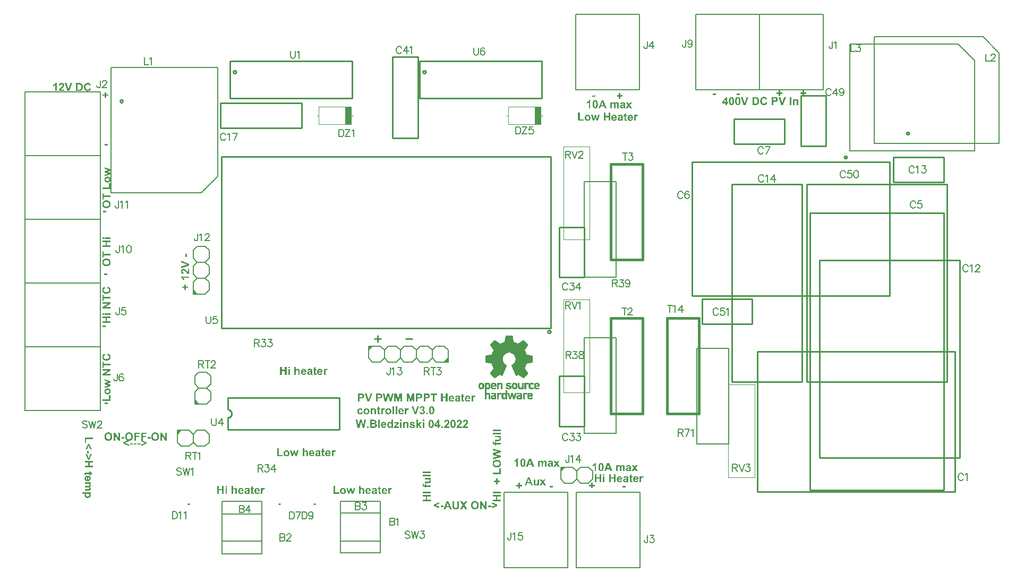
<source format=gto>
G04*
G04 #@! TF.GenerationSoftware,Altium Limited,Altium Designer,21.3.2 (30)*
G04*
G04 Layer_Color=65535*
%FSLAX25Y25*%
%MOIN*%
G70*
G04*
G04 #@! TF.SameCoordinates,82E3065C-4493-458C-8774-CE3C9F48797D*
G04*
G04*
G04 #@! TF.FilePolarity,Positive*
G04*
G01*
G75*
%ADD10C,0.01000*%
%ADD11C,0.00394*%
%ADD12C,0.00787*%
%ADD13C,0.00100*%
%ADD14C,0.01500*%
%ADD15C,0.00800*%
%ADD16R,0.03937X0.11024*%
G36*
X217000Y252500D02*
X219500D01*
X217000Y250000D01*
Y252500D01*
D02*
G37*
G36*
X228000Y269000D02*
Y271500D01*
X230500Y269000D01*
X228000D01*
D02*
G37*
G36*
X227000Y338000D02*
Y340500D01*
X229500Y338000D01*
X227000D01*
D02*
G37*
G36*
X337000Y305374D02*
X339500D01*
X337000Y302874D01*
Y305374D01*
D02*
G37*
G36*
X387000Y295374D02*
X384500D01*
X387000Y297874D01*
Y295374D01*
D02*
G37*
G36*
X457598Y229410D02*
X460098D01*
X457598Y226909D01*
Y229410D01*
D02*
G37*
G36*
X431924Y218175D02*
X433251D01*
Y217271D01*
X431924D01*
Y215966D01*
X431042D01*
Y217271D01*
X429722D01*
Y218175D01*
X431042D01*
Y219479D01*
X431924D01*
Y218175D01*
D02*
G37*
G36*
X452625Y216585D02*
X450722D01*
Y217555D01*
X452625D01*
Y216585D01*
D02*
G37*
G36*
X446897Y219925D02*
X448246Y218000D01*
X447065D01*
X446314Y219130D01*
X445563Y218000D01*
X444433D01*
X445753Y219881D01*
X444492Y221660D01*
X445673D01*
X446314Y220646D01*
X446999Y221660D01*
X448129D01*
X446897Y219925D01*
D02*
G37*
G36*
X443908Y218000D02*
X443012D01*
Y218547D01*
X443004Y218532D01*
X442975Y218496D01*
X442932Y218445D01*
X442866Y218379D01*
X442793Y218299D01*
X442698Y218226D01*
X442596Y218146D01*
X442480Y218080D01*
X442465Y218073D01*
X442421Y218058D01*
X442356Y218029D01*
X442268Y218000D01*
X442166Y217971D01*
X442049Y217942D01*
X441925Y217927D01*
X441794Y217920D01*
X441729D01*
X441663Y217927D01*
X441576Y217942D01*
X441466Y217956D01*
X441357Y217985D01*
X441240Y218029D01*
X441131Y218080D01*
X441116Y218088D01*
X441087Y218109D01*
X441029Y218146D01*
X440971Y218197D01*
X440898Y218262D01*
X440832Y218335D01*
X440766Y218430D01*
X440708Y218532D01*
X440701Y218547D01*
X440686Y218583D01*
X440664Y218649D01*
X440642Y218744D01*
X440621Y218860D01*
X440599Y218999D01*
X440584Y219159D01*
X440577Y219341D01*
Y221660D01*
X441546D01*
Y219976D01*
Y219968D01*
Y219939D01*
Y219903D01*
Y219852D01*
Y219793D01*
Y219728D01*
X441554Y219575D01*
X441561Y219407D01*
X441568Y219254D01*
X441576Y219188D01*
X441583Y219123D01*
X441590Y219072D01*
X441598Y219035D01*
Y219028D01*
X441605Y219006D01*
X441619Y218977D01*
X441641Y218933D01*
X441663Y218889D01*
X441700Y218846D01*
X441736Y218802D01*
X441787Y218758D01*
X441794Y218751D01*
X441816Y218744D01*
X441845Y218729D01*
X441889Y218714D01*
X441940Y218692D01*
X442006Y218678D01*
X442071Y218671D01*
X442151Y218663D01*
X442195D01*
X442239Y218671D01*
X442297Y218678D01*
X442370Y218692D01*
X442443Y218722D01*
X442523Y218751D01*
X442596Y218795D01*
X442603Y218802D01*
X442625Y218816D01*
X442662Y218846D01*
X442705Y218889D01*
X442749Y218940D01*
X442793Y218991D01*
X442837Y219057D01*
X442866Y219130D01*
Y219137D01*
X442880Y219174D01*
Y219203D01*
X442888Y219239D01*
X442895Y219276D01*
X442902Y219327D01*
X442910Y219392D01*
X442917Y219458D01*
X442924Y219538D01*
Y219633D01*
X442932Y219735D01*
X442939Y219852D01*
Y219976D01*
Y220114D01*
Y221660D01*
X443908D01*
Y218000D01*
D02*
G37*
G36*
X440059D02*
X438959D01*
X438521Y219145D01*
X436494D01*
X436079Y218000D01*
X435000D01*
X436954Y223045D01*
X438033D01*
X440059Y218000D01*
D02*
G37*
G36*
X447635Y233459D02*
X447729Y233445D01*
X447839Y233423D01*
X447948Y233394D01*
X448065Y233357D01*
X448174Y233299D01*
X448189Y233292D01*
X448218Y233270D01*
X448269Y233233D01*
X448334Y233182D01*
X448400Y233109D01*
X448473Y233029D01*
X448538Y232934D01*
X448597Y232818D01*
X448604Y232811D01*
X448611Y232774D01*
X448626Y232716D01*
X448648Y232636D01*
X448670Y232534D01*
X448684Y232402D01*
X448692Y232242D01*
X448699Y232060D01*
Y229727D01*
X447729D01*
Y231812D01*
Y231819D01*
Y231834D01*
Y231863D01*
Y231899D01*
X447722Y231994D01*
X447715Y232103D01*
X447707Y232220D01*
X447686Y232337D01*
X447664Y232439D01*
X447642Y232475D01*
X447627Y232512D01*
X447620Y232519D01*
X447598Y232548D01*
X447569Y232577D01*
X447525Y232621D01*
X447467Y232658D01*
X447394Y232694D01*
X447306Y232716D01*
X447212Y232723D01*
X447175D01*
X447139Y232716D01*
X447088Y232709D01*
X447029Y232694D01*
X446964Y232672D01*
X446891Y232643D01*
X446825Y232599D01*
X446818Y232592D01*
X446796Y232577D01*
X446767Y232548D01*
X446731Y232504D01*
X446687Y232453D01*
X446643Y232395D01*
X446607Y232322D01*
X446570Y232235D01*
Y232220D01*
X446556Y232191D01*
X446548Y232133D01*
X446534Y232052D01*
X446519Y231943D01*
X446512Y231812D01*
X446497Y231659D01*
Y231476D01*
Y229727D01*
X445528D01*
Y231724D01*
Y231732D01*
Y231746D01*
Y231775D01*
Y231812D01*
Y231899D01*
X445520Y232009D01*
X445513Y232125D01*
X445506Y232235D01*
X445491Y232337D01*
X445477Y232381D01*
X445469Y232410D01*
Y232417D01*
X445462Y232439D01*
X445447Y232468D01*
X445433Y232497D01*
X445382Y232577D01*
X445345Y232614D01*
X445309Y232643D01*
X445302Y232650D01*
X445287Y232658D01*
X445265Y232672D01*
X445236Y232687D01*
X445192Y232701D01*
X445141Y232709D01*
X445083Y232723D01*
X444981D01*
X444937Y232716D01*
X444886Y232709D01*
X444821Y232694D01*
X444755Y232672D01*
X444689Y232643D01*
X444617Y232599D01*
X444609Y232592D01*
X444587Y232577D01*
X444558Y232548D01*
X444522Y232512D01*
X444478Y232461D01*
X444434Y232402D01*
X444398Y232329D01*
X444361Y232249D01*
Y232242D01*
X444347Y232206D01*
X444340Y232147D01*
X444325Y232074D01*
X444310Y231965D01*
X444303Y231841D01*
X444288Y231681D01*
Y231498D01*
Y229727D01*
X443319D01*
Y233386D01*
X444208D01*
Y232884D01*
X444215Y232891D01*
X444230Y232905D01*
X444259Y232934D01*
X444296Y232978D01*
X444340Y233022D01*
X444390Y233066D01*
X444456Y233124D01*
X444529Y233175D01*
X444609Y233226D01*
X444697Y233284D01*
X444886Y233379D01*
X444996Y233416D01*
X445105Y233445D01*
X445222Y233459D01*
X445345Y233467D01*
X445404D01*
X445469Y233459D01*
X445550Y233452D01*
X445644Y233430D01*
X445746Y233408D01*
X445849Y233372D01*
X445951Y233321D01*
X445965Y233314D01*
X445994Y233292D01*
X446045Y233262D01*
X446104Y233211D01*
X446169Y233146D01*
X446242Y233073D01*
X446315Y232978D01*
X446381Y232876D01*
X446395Y232891D01*
X446424Y232927D01*
X446468Y232978D01*
X446534Y233044D01*
X446614Y233117D01*
X446701Y233190D01*
X446796Y233262D01*
X446898Y233321D01*
X446913Y233328D01*
X446949Y233343D01*
X447008Y233365D01*
X447081Y233394D01*
X447168Y233423D01*
X447270Y233445D01*
X447379Y233459D01*
X447496Y233467D01*
X447562D01*
X447635Y233459D01*
D02*
G37*
G36*
X455573Y231651D02*
X456922Y229727D01*
X455741D01*
X454990Y230857D01*
X454239Y229727D01*
X453109D01*
X454429Y231608D01*
X453168Y233386D01*
X454349D01*
X454990Y232373D01*
X455675Y233386D01*
X456805D01*
X455573Y231651D01*
D02*
G37*
G36*
X451243Y233459D02*
X451301D01*
X451447Y233445D01*
X451600Y233430D01*
X451761Y233401D01*
X451914Y233357D01*
X451979Y233335D01*
X452045Y233306D01*
X452052D01*
X452060Y233299D01*
X452096Y233277D01*
X452154Y233248D01*
X452220Y233204D01*
X452300Y233146D01*
X452373Y233080D01*
X452439Y233000D01*
X452497Y232920D01*
X452504Y232905D01*
X452519Y232876D01*
X452541Y232811D01*
X452548Y232774D01*
X452563Y232723D01*
X452577Y232672D01*
X452585Y232606D01*
X452599Y232534D01*
X452606Y232453D01*
X452614Y232366D01*
X452621Y232271D01*
X452628Y232169D01*
Y232052D01*
X452614Y230922D01*
Y230915D01*
Y230901D01*
Y230879D01*
Y230842D01*
Y230755D01*
X452621Y230653D01*
Y230536D01*
X452635Y230419D01*
X452643Y230303D01*
X452657Y230208D01*
Y230201D01*
X452665Y230172D01*
X452679Y230121D01*
X452694Y230062D01*
X452723Y229989D01*
X452752Y229909D01*
X452789Y229822D01*
X452832Y229727D01*
X451877D01*
Y229734D01*
X451870Y229742D01*
X451863Y229771D01*
X451848Y229800D01*
X451834Y229836D01*
X451819Y229887D01*
X451804Y229946D01*
X451783Y230011D01*
Y230018D01*
X451775Y230026D01*
X451768Y230055D01*
X451753Y230091D01*
X451746Y230121D01*
X451731Y230113D01*
X451702Y230084D01*
X451651Y230040D01*
X451586Y229989D01*
X451506Y229931D01*
X451418Y229865D01*
X451316Y229814D01*
X451214Y229763D01*
X451199Y229756D01*
X451163Y229749D01*
X451105Y229727D01*
X451032Y229705D01*
X450944Y229683D01*
X450842Y229669D01*
X450726Y229654D01*
X450609Y229647D01*
X450558D01*
X450514Y229654D01*
X450470D01*
X450412Y229661D01*
X450288Y229683D01*
X450142Y229720D01*
X449997Y229771D01*
X449851Y229843D01*
X449719Y229946D01*
Y229953D01*
X449705Y229960D01*
X449669Y230004D01*
X449617Y230069D01*
X449559Y230157D01*
X449501Y230266D01*
X449450Y230398D01*
X449413Y230551D01*
X449406Y230631D01*
X449399Y230718D01*
Y230733D01*
Y230769D01*
X449406Y230828D01*
X449421Y230901D01*
X449435Y230988D01*
X449457Y231076D01*
X449494Y231170D01*
X449544Y231265D01*
X449552Y231280D01*
X449574Y231309D01*
X449603Y231353D01*
X449654Y231404D01*
X449705Y231462D01*
X449778Y231527D01*
X449858Y231586D01*
X449953Y231637D01*
X449967Y231644D01*
X450004Y231659D01*
X450062Y231681D01*
X450150Y231717D01*
X450259Y231753D01*
X450390Y231790D01*
X450551Y231826D01*
X450726Y231863D01*
X450733D01*
X450755Y231870D01*
X450791Y231877D01*
X450835Y231885D01*
X450893Y231892D01*
X450959Y231907D01*
X451105Y231943D01*
X451258Y231979D01*
X451418Y232016D01*
X451557Y232060D01*
X451622Y232082D01*
X451673Y232103D01*
Y232198D01*
Y232213D01*
Y232242D01*
X451666Y232293D01*
X451659Y232359D01*
X451637Y232424D01*
X451615Y232490D01*
X451578Y232548D01*
X451527Y232599D01*
X451520Y232606D01*
X451498Y232621D01*
X451462Y232636D01*
X451411Y232665D01*
X451338Y232687D01*
X451250Y232701D01*
X451141Y232716D01*
X451010Y232723D01*
X450966D01*
X450922Y232716D01*
X450864Y232709D01*
X450798Y232694D01*
X450726Y232679D01*
X450660Y232650D01*
X450602Y232614D01*
X450594Y232606D01*
X450580Y232592D01*
X450551Y232570D01*
X450521Y232534D01*
X450478Y232483D01*
X450441Y232417D01*
X450405Y232344D01*
X450368Y232257D01*
X449501Y232417D01*
Y232424D01*
X449508Y232439D01*
X449515Y232468D01*
X449530Y232504D01*
X449544Y232548D01*
X449566Y232599D01*
X449617Y232716D01*
X449690Y232840D01*
X449778Y232971D01*
X449880Y233095D01*
X450004Y233204D01*
X450011D01*
X450018Y233219D01*
X450040Y233226D01*
X450069Y233248D01*
X450113Y233262D01*
X450157Y233284D01*
X450215Y233314D01*
X450274Y233335D01*
X450346Y233357D01*
X450427Y233386D01*
X450514Y233408D01*
X450616Y233423D01*
X450718Y233445D01*
X450835Y233452D01*
X450951Y233467D01*
X451192D01*
X451243Y233459D01*
D02*
G37*
G36*
X440891Y229727D02*
X439790D01*
X439353Y230871D01*
X437326D01*
X436911Y229727D01*
X435832D01*
X437786Y234772D01*
X438865D01*
X440891Y229727D01*
D02*
G37*
G36*
X430758D02*
X429789D01*
Y233379D01*
X429781Y233372D01*
X429767Y233357D01*
X429738Y233335D01*
X429694Y233299D01*
X429643Y233255D01*
X429585Y233211D01*
X429512Y233160D01*
X429431Y233102D01*
X429344Y233044D01*
X429249Y232985D01*
X429147Y232920D01*
X429038Y232862D01*
X428804Y232752D01*
X428542Y232650D01*
Y233525D01*
X428549D01*
X428557Y233532D01*
X428579Y233540D01*
X428608Y233547D01*
X428681Y233583D01*
X428783Y233627D01*
X428906Y233685D01*
X429045Y233766D01*
X429198Y233868D01*
X429358Y233984D01*
X429366Y233992D01*
X429380Y233999D01*
X429402Y234021D01*
X429431Y234050D01*
X429512Y234123D01*
X429599Y234218D01*
X429701Y234334D01*
X429803Y234480D01*
X429898Y234633D01*
X429971Y234801D01*
X430758D01*
Y229727D01*
D02*
G37*
G36*
X433966Y234793D02*
X434024Y234786D01*
X434097Y234772D01*
X434170Y234757D01*
X434257Y234735D01*
X434352Y234706D01*
X434440Y234669D01*
X434534Y234633D01*
X434629Y234582D01*
X434724Y234516D01*
X434819Y234451D01*
X434906Y234371D01*
X434986Y234276D01*
X434994Y234269D01*
X435008Y234247D01*
X435030Y234210D01*
X435067Y234159D01*
X435103Y234086D01*
X435147Y233999D01*
X435190Y233904D01*
X435234Y233780D01*
X435278Y233649D01*
X435329Y233496D01*
X435365Y233328D01*
X435402Y233139D01*
X435438Y232934D01*
X435460Y232716D01*
X435475Y232475D01*
X435482Y232213D01*
Y232206D01*
Y232198D01*
Y232176D01*
Y232147D01*
Y232074D01*
X435475Y231979D01*
X435467Y231863D01*
X435453Y231724D01*
X435438Y231578D01*
X435424Y231418D01*
X435395Y231251D01*
X435358Y231076D01*
X435322Y230908D01*
X435271Y230740D01*
X435220Y230573D01*
X435147Y230419D01*
X435074Y230274D01*
X434986Y230150D01*
X434979Y230142D01*
X434965Y230128D01*
X434943Y230099D01*
X434913Y230069D01*
X434870Y230033D01*
X434819Y229989D01*
X434753Y229938D01*
X434688Y229895D01*
X434607Y229843D01*
X434527Y229792D01*
X434432Y229749D01*
X434330Y229712D01*
X434221Y229683D01*
X434097Y229654D01*
X433973Y229639D01*
X433842Y229632D01*
X433813D01*
X433769Y229639D01*
X433718D01*
X433660Y229647D01*
X433587Y229661D01*
X433506Y229676D01*
X433419Y229705D01*
X433324Y229734D01*
X433229Y229771D01*
X433127Y229814D01*
X433033Y229873D01*
X432931Y229931D01*
X432836Y230011D01*
X432741Y230091D01*
X432654Y230193D01*
X432646Y230201D01*
X432632Y230223D01*
X432610Y230259D01*
X432588Y230303D01*
X432551Y230368D01*
X432515Y230449D01*
X432471Y230551D01*
X432435Y230660D01*
X432391Y230791D01*
X432347Y230937D01*
X432311Y231105D01*
X432282Y231287D01*
X432253Y231491D01*
X432231Y231717D01*
X432216Y231958D01*
X432209Y232220D01*
Y232227D01*
Y232235D01*
Y232257D01*
Y232286D01*
Y232359D01*
X432216Y232453D01*
X432224Y232570D01*
X432238Y232709D01*
X432253Y232854D01*
X432267Y233015D01*
X432296Y233182D01*
X432326Y233350D01*
X432369Y233525D01*
X432413Y233693D01*
X432471Y233853D01*
X432537Y234006D01*
X432610Y234152D01*
X432697Y234276D01*
X432705Y234283D01*
X432719Y234298D01*
X432741Y234327D01*
X432778Y234356D01*
X432814Y234400D01*
X432865Y234443D01*
X432931Y234487D01*
X432996Y234538D01*
X433076Y234589D01*
X433157Y234633D01*
X433251Y234677D01*
X433353Y234720D01*
X433463Y234750D01*
X433587Y234779D01*
X433711Y234793D01*
X433842Y234801D01*
X433915D01*
X433966Y234793D01*
D02*
G37*
G36*
X376000Y225613D02*
X370955D01*
Y226582D01*
X376000D01*
Y225613D01*
D02*
G37*
G36*
Y223652D02*
X370955D01*
Y224621D01*
X376000D01*
Y223652D01*
D02*
G37*
G36*
Y221763D02*
X375453D01*
X375468Y221756D01*
X375504Y221727D01*
X375555Y221683D01*
X375621Y221618D01*
X375701Y221545D01*
X375774Y221450D01*
X375854Y221348D01*
X375920Y221231D01*
X375927Y221217D01*
X375942Y221173D01*
X375971Y221107D01*
X376000Y221020D01*
X376029Y220918D01*
X376058Y220801D01*
X376073Y220677D01*
X376080Y220546D01*
Y220480D01*
X376073Y220415D01*
X376058Y220327D01*
X376044Y220218D01*
X376015Y220109D01*
X375971Y219992D01*
X375920Y219883D01*
X375912Y219868D01*
X375891Y219839D01*
X375854Y219781D01*
X375803Y219722D01*
X375738Y219649D01*
X375665Y219584D01*
X375570Y219518D01*
X375468Y219460D01*
X375453Y219453D01*
X375417Y219438D01*
X375351Y219416D01*
X375256Y219394D01*
X375140Y219372D01*
X375001Y219351D01*
X374841Y219336D01*
X374659Y219329D01*
X372340D01*
Y220298D01*
X374024D01*
X374032D01*
X374061D01*
X374097D01*
X374148D01*
X374207D01*
X374272D01*
X374425Y220305D01*
X374593Y220313D01*
X374746Y220320D01*
X374812Y220327D01*
X374877Y220335D01*
X374928Y220342D01*
X374965Y220349D01*
X374972D01*
X374994Y220357D01*
X375023Y220371D01*
X375067Y220393D01*
X375111Y220415D01*
X375154Y220451D01*
X375198Y220488D01*
X375242Y220539D01*
X375249Y220546D01*
X375256Y220568D01*
X375271Y220597D01*
X375286Y220641D01*
X375307Y220692D01*
X375322Y220758D01*
X375329Y220823D01*
X375337Y220903D01*
Y220947D01*
X375329Y220991D01*
X375322Y221049D01*
X375307Y221122D01*
X375278Y221195D01*
X375249Y221275D01*
X375205Y221348D01*
X375198Y221355D01*
X375184Y221377D01*
X375154Y221414D01*
X375111Y221457D01*
X375060Y221501D01*
X375009Y221545D01*
X374943Y221589D01*
X374870Y221618D01*
X374863D01*
X374826Y221632D01*
X374797D01*
X374761Y221640D01*
X374724Y221647D01*
X374673Y221654D01*
X374608Y221661D01*
X374542Y221669D01*
X374462Y221676D01*
X374367D01*
X374265Y221683D01*
X374148Y221691D01*
X374024D01*
X373886D01*
X372340D01*
Y222660D01*
X376000D01*
Y221763D01*
D02*
G37*
G36*
X371662Y218920D02*
Y218913D01*
X371655Y218884D01*
X371641Y218833D01*
X371633Y218775D01*
X371619Y218709D01*
X371611Y218636D01*
X371604Y218476D01*
Y218439D01*
X371611Y218403D01*
X371619Y218359D01*
X371648Y218257D01*
X371670Y218213D01*
X371706Y218169D01*
X371713D01*
X371728Y218155D01*
X371750Y218140D01*
X371794Y218126D01*
X371845Y218111D01*
X371910Y218097D01*
X371990Y218089D01*
X372085Y218082D01*
X372340D01*
Y218804D01*
X373099D01*
Y218082D01*
X376000D01*
Y217112D01*
X373099D01*
Y216573D01*
X372340D01*
Y217112D01*
X372071D01*
X372063D01*
X372049D01*
X372027D01*
X371990D01*
X371910Y217120D01*
X371808Y217127D01*
X371699Y217134D01*
X371582Y217156D01*
X371473Y217178D01*
X371378Y217207D01*
X371371Y217215D01*
X371342Y217229D01*
X371298Y217251D01*
X371247Y217287D01*
X371189Y217338D01*
X371123Y217397D01*
X371065Y217477D01*
X371006Y217565D01*
X370999Y217579D01*
X370985Y217616D01*
X370963Y217674D01*
X370933Y217747D01*
X370904Y217849D01*
X370882Y217958D01*
X370868Y218089D01*
X370861Y218235D01*
Y218308D01*
X370868Y218388D01*
X370875Y218490D01*
X370890Y218614D01*
X370912Y218753D01*
X370941Y218899D01*
X370985Y219052D01*
X371662Y218920D01*
D02*
G37*
G36*
X376000Y213052D02*
X370955D01*
Y214073D01*
X376000D01*
Y213052D01*
D02*
G37*
G36*
Y211011D02*
X373791D01*
Y209021D01*
X376000D01*
Y208000D01*
X370955D01*
Y209021D01*
X372938D01*
Y211011D01*
X370955D01*
Y212031D01*
X376000D01*
Y211011D01*
D02*
G37*
G36*
X397268Y205624D02*
X399003Y203000D01*
X397778D01*
X396662Y204706D01*
X395540Y203000D01*
X394315D01*
X396057Y205624D01*
X394475Y208045D01*
X395664D01*
X396662Y206536D01*
X397661Y208045D01*
X398849D01*
X397268Y205624D01*
D02*
G37*
G36*
X410987Y203000D02*
X409967D01*
X407918Y206324D01*
Y203000D01*
X406978D01*
Y208045D01*
X407962D01*
X410047Y204648D01*
Y208045D01*
X410987D01*
Y203000D01*
D02*
G37*
G36*
X413845Y204349D02*
X411942D01*
Y205318D01*
X413845D01*
Y204349D01*
D02*
G37*
G36*
X384087Y204349D02*
X382185D01*
Y205318D01*
X384087D01*
Y204349D01*
D02*
G37*
G36*
X393754Y205384D02*
Y205377D01*
Y205347D01*
Y205296D01*
Y205238D01*
Y205165D01*
X393746Y205078D01*
Y204983D01*
Y204888D01*
X393732Y204677D01*
X393717Y204458D01*
X393710Y204363D01*
X393695Y204269D01*
X393681Y204181D01*
X393666Y204101D01*
Y204094D01*
X393659Y204086D01*
Y204064D01*
X393652Y204043D01*
X393630Y203970D01*
X393601Y203882D01*
X393557Y203780D01*
X393506Y203678D01*
X393440Y203569D01*
X393360Y203467D01*
X393353Y203452D01*
X393324Y203423D01*
X393273Y203379D01*
X393207Y203321D01*
X393120Y203255D01*
X393017Y203189D01*
X392901Y203117D01*
X392770Y203058D01*
X392762D01*
X392755Y203051D01*
X392733Y203044D01*
X392704Y203036D01*
X392668Y203022D01*
X392624Y203007D01*
X392565Y202993D01*
X392507Y202985D01*
X392369Y202956D01*
X392201Y202927D01*
X392011Y202912D01*
X391800Y202905D01*
X391683D01*
X391618Y202912D01*
X391552D01*
X391472Y202920D01*
X391392Y202927D01*
X391217Y202942D01*
X391035Y202971D01*
X390852Y203015D01*
X390772Y203036D01*
X390699Y203066D01*
X390692D01*
X390685Y203073D01*
X390641Y203095D01*
X390568Y203131D01*
X390488Y203182D01*
X390393Y203248D01*
X390291Y203321D01*
X390196Y203408D01*
X390109Y203503D01*
X390101Y203518D01*
X390072Y203547D01*
X390036Y203605D01*
X389992Y203678D01*
X389948Y203758D01*
X389897Y203853D01*
X389861Y203955D01*
X389824Y204064D01*
Y204072D01*
X389817Y204086D01*
Y204108D01*
X389810Y204145D01*
X389803Y204188D01*
X389795Y204247D01*
X389788Y204312D01*
X389781Y204385D01*
X389766Y204473D01*
X389759Y204567D01*
X389752Y204669D01*
X389744Y204786D01*
X389737Y204910D01*
Y205048D01*
X389730Y205194D01*
Y205347D01*
Y208045D01*
X390750D01*
Y205304D01*
Y205296D01*
Y205275D01*
Y205245D01*
Y205202D01*
Y205143D01*
Y205085D01*
X390757Y204954D01*
Y204808D01*
X390765Y204669D01*
X390772Y204604D01*
Y204545D01*
X390779Y204502D01*
X390787Y204458D01*
Y204443D01*
X390801Y204407D01*
X390823Y204349D01*
X390852Y204276D01*
X390889Y204196D01*
X390947Y204115D01*
X391013Y204028D01*
X391093Y203955D01*
X391107Y203948D01*
X391137Y203926D01*
X391195Y203897D01*
X391268Y203868D01*
X391370Y203831D01*
X391487Y203802D01*
X391618Y203780D01*
X391771Y203773D01*
X391844D01*
X391917Y203780D01*
X392011Y203795D01*
X392121Y203817D01*
X392223Y203846D01*
X392332Y203889D01*
X392420Y203948D01*
X392427Y203955D01*
X392456Y203977D01*
X392493Y204013D01*
X392536Y204064D01*
X392580Y204130D01*
X392624Y204203D01*
X392660Y204283D01*
X392682Y204378D01*
Y204392D01*
X392689Y204429D01*
X392697Y204495D01*
X392711Y204582D01*
Y204640D01*
X392719Y204706D01*
Y204779D01*
X392726Y204852D01*
Y204939D01*
X392733Y205034D01*
Y205136D01*
Y205245D01*
Y208045D01*
X393754D01*
Y205384D01*
D02*
G37*
G36*
X381463Y206426D02*
X379043Y205501D01*
X381463Y204553D01*
Y203576D01*
X378000Y205078D01*
Y205909D01*
X381463Y207410D01*
Y206426D01*
D02*
G37*
G36*
X417687Y205901D02*
Y205078D01*
X414224Y203569D01*
Y204545D01*
X416637Y205493D01*
X414224Y206434D01*
Y207403D01*
X417687Y205901D01*
D02*
G37*
G36*
X389197Y203000D02*
X388097D01*
X387659Y204145D01*
X385633D01*
X385217Y203000D01*
X384138D01*
X386092Y208045D01*
X387171D01*
X389197Y203000D01*
D02*
G37*
G36*
X403828Y208132D02*
X403901D01*
X403996Y208118D01*
X404106Y208103D01*
X404229Y208081D01*
X404361Y208052D01*
X404499Y208015D01*
X404645Y207972D01*
X404791Y207913D01*
X404944Y207848D01*
X405090Y207768D01*
X405235Y207673D01*
X405374Y207563D01*
X405505Y207440D01*
X405513Y207432D01*
X405534Y207410D01*
X405571Y207367D01*
X405607Y207316D01*
X405658Y207243D01*
X405717Y207155D01*
X405775Y207053D01*
X405840Y206937D01*
X405906Y206813D01*
X405964Y206667D01*
X406023Y206506D01*
X406074Y206339D01*
X406117Y206149D01*
X406147Y205952D01*
X406169Y205741D01*
X406176Y205515D01*
Y205501D01*
Y205464D01*
X406169Y205398D01*
Y205311D01*
X406154Y205209D01*
X406139Y205092D01*
X406117Y204954D01*
X406096Y204815D01*
X406059Y204662D01*
X406015Y204502D01*
X405957Y204341D01*
X405892Y204181D01*
X405819Y204028D01*
X405724Y203875D01*
X405622Y203729D01*
X405505Y203590D01*
X405498Y203583D01*
X405476Y203561D01*
X405440Y203525D01*
X405381Y203481D01*
X405316Y203430D01*
X405235Y203372D01*
X405141Y203313D01*
X405039Y203248D01*
X404915Y203182D01*
X404783Y203124D01*
X404638Y203066D01*
X404477Y203015D01*
X404310Y202971D01*
X404127Y202934D01*
X403938Y202912D01*
X403734Y202905D01*
X403683D01*
X403624Y202912D01*
X403551Y202920D01*
X403457Y202927D01*
X403347Y202942D01*
X403223Y202964D01*
X403092Y202993D01*
X402946Y203029D01*
X402808Y203073D01*
X402655Y203131D01*
X402509Y203197D01*
X402356Y203270D01*
X402217Y203364D01*
X402079Y203467D01*
X401948Y203590D01*
X401940Y203598D01*
X401919Y203620D01*
X401889Y203663D01*
X401846Y203714D01*
X401795Y203787D01*
X401736Y203875D01*
X401678Y203970D01*
X401620Y204086D01*
X401554Y204210D01*
X401496Y204356D01*
X401437Y204509D01*
X401386Y204677D01*
X401343Y204859D01*
X401313Y205056D01*
X401292Y205267D01*
X401284Y205486D01*
Y205493D01*
Y205522D01*
Y205559D01*
X401292Y205617D01*
Y205683D01*
X401299Y205756D01*
X401306Y205843D01*
X401313Y205938D01*
X401343Y206142D01*
X401379Y206361D01*
X401437Y206579D01*
X401510Y206784D01*
Y206791D01*
X401517Y206798D01*
X401532Y206820D01*
X401539Y206849D01*
X401583Y206922D01*
X401634Y207017D01*
X401700Y207126D01*
X401780Y207236D01*
X401875Y207359D01*
X401977Y207476D01*
X401984Y207483D01*
X401991Y207491D01*
X402028Y207527D01*
X402093Y207585D01*
X402174Y207651D01*
X402268Y207724D01*
X402378Y207804D01*
X402502Y207877D01*
X402633Y207935D01*
X402640D01*
X402655Y207943D01*
X402684Y207957D01*
X402720Y207964D01*
X402764Y207986D01*
X402815Y208001D01*
X402881Y208015D01*
X402946Y208037D01*
X403107Y208074D01*
X403289Y208110D01*
X403500Y208132D01*
X403719Y208139D01*
X403770D01*
X403828Y208132D01*
D02*
G37*
G36*
X420000Y252061D02*
X414955D01*
Y253030D01*
X420000D01*
Y252061D01*
D02*
G37*
G36*
Y250100D02*
X414955D01*
Y251069D01*
X420000D01*
Y250100D01*
D02*
G37*
G36*
Y248212D02*
X419453D01*
X419468Y248204D01*
X419504Y248175D01*
X419555Y248131D01*
X419621Y248066D01*
X419701Y247993D01*
X419774Y247898D01*
X419854Y247796D01*
X419920Y247679D01*
X419927Y247665D01*
X419942Y247621D01*
X419971Y247555D01*
X420000Y247468D01*
X420029Y247366D01*
X420058Y247249D01*
X420073Y247125D01*
X420080Y246994D01*
Y246929D01*
X420073Y246863D01*
X420058Y246776D01*
X420044Y246666D01*
X420015Y246557D01*
X419971Y246440D01*
X419920Y246331D01*
X419912Y246316D01*
X419891Y246287D01*
X419854Y246229D01*
X419803Y246170D01*
X419738Y246097D01*
X419665Y246032D01*
X419570Y245966D01*
X419468Y245908D01*
X419453Y245901D01*
X419417Y245886D01*
X419351Y245864D01*
X419256Y245842D01*
X419140Y245820D01*
X419001Y245799D01*
X418841Y245784D01*
X418659Y245777D01*
X416340D01*
Y246746D01*
X418024D01*
X418032D01*
X418061D01*
X418097D01*
X418148D01*
X418207D01*
X418272D01*
X418425Y246754D01*
X418593Y246761D01*
X418746Y246768D01*
X418812Y246776D01*
X418877Y246783D01*
X418928Y246790D01*
X418965Y246797D01*
X418972D01*
X418994Y246805D01*
X419023Y246819D01*
X419067Y246841D01*
X419111Y246863D01*
X419154Y246899D01*
X419198Y246936D01*
X419242Y246987D01*
X419249Y246994D01*
X419256Y247016D01*
X419271Y247045D01*
X419286Y247089D01*
X419307Y247140D01*
X419322Y247206D01*
X419329Y247271D01*
X419337Y247351D01*
Y247395D01*
X419329Y247439D01*
X419322Y247497D01*
X419307Y247570D01*
X419278Y247643D01*
X419249Y247723D01*
X419205Y247796D01*
X419198Y247803D01*
X419183Y247825D01*
X419154Y247862D01*
X419111Y247905D01*
X419060Y247949D01*
X419009Y247993D01*
X418943Y248037D01*
X418870Y248066D01*
X418863D01*
X418826Y248080D01*
X418797D01*
X418761Y248088D01*
X418724Y248095D01*
X418673Y248102D01*
X418608Y248110D01*
X418542Y248117D01*
X418462Y248124D01*
X418367D01*
X418265Y248131D01*
X418148Y248139D01*
X418024D01*
X417886D01*
X416340D01*
Y249108D01*
X420000D01*
Y248212D01*
D02*
G37*
G36*
X415662Y245369D02*
Y245361D01*
X415655Y245332D01*
X415641Y245281D01*
X415633Y245223D01*
X415619Y245157D01*
X415611Y245084D01*
X415604Y244924D01*
Y244887D01*
X415611Y244851D01*
X415619Y244807D01*
X415648Y244705D01*
X415670Y244661D01*
X415706Y244618D01*
X415714D01*
X415728Y244603D01*
X415750Y244588D01*
X415794Y244574D01*
X415845Y244559D01*
X415910Y244545D01*
X415990Y244537D01*
X416085Y244530D01*
X416340D01*
Y245252D01*
X417099D01*
Y244530D01*
X420000D01*
Y243561D01*
X417099D01*
Y243021D01*
X416340D01*
Y243561D01*
X416071D01*
X416063D01*
X416049D01*
X416027D01*
X415990D01*
X415910Y243568D01*
X415808Y243575D01*
X415699Y243583D01*
X415582Y243604D01*
X415473Y243626D01*
X415378Y243655D01*
X415371Y243663D01*
X415342Y243677D01*
X415298Y243699D01*
X415247Y243736D01*
X415189Y243787D01*
X415123Y243845D01*
X415065Y243925D01*
X415006Y244013D01*
X414999Y244027D01*
X414985Y244064D01*
X414963Y244122D01*
X414933Y244195D01*
X414904Y244297D01*
X414882Y244406D01*
X414868Y244537D01*
X414860Y244683D01*
Y244756D01*
X414868Y244836D01*
X414875Y244938D01*
X414890Y245062D01*
X414912Y245201D01*
X414941Y245347D01*
X414985Y245500D01*
X415662Y245369D01*
D02*
G37*
G36*
X420000Y239748D02*
Y238647D01*
X416231Y237656D01*
X420000Y236650D01*
Y235542D01*
X414955Y234346D01*
Y235388D01*
X418425Y236147D01*
X414955Y237065D01*
Y238290D01*
X418484Y239165D01*
X414955Y239937D01*
Y240965D01*
X420000Y239748D01*
D02*
G37*
G36*
X417602Y234033D02*
X417689D01*
X417791Y234018D01*
X417908Y234003D01*
X418046Y233982D01*
X418185Y233960D01*
X418338Y233923D01*
X418498Y233879D01*
X418659Y233821D01*
X418819Y233756D01*
X418972Y233683D01*
X419125Y233588D01*
X419271Y233486D01*
X419410Y233369D01*
X419417Y233362D01*
X419439Y233340D01*
X419475Y233304D01*
X419519Y233245D01*
X419570Y233180D01*
X419628Y233100D01*
X419687Y233005D01*
X419752Y232903D01*
X419818Y232779D01*
X419876Y232647D01*
X419934Y232502D01*
X419985Y232341D01*
X420029Y232174D01*
X420066Y231991D01*
X420087Y231802D01*
X420095Y231598D01*
Y231547D01*
X420087Y231488D01*
X420080Y231416D01*
X420073Y231321D01*
X420058Y231211D01*
X420036Y231087D01*
X420007Y230956D01*
X419971Y230810D01*
X419927Y230672D01*
X419869Y230519D01*
X419803Y230373D01*
X419730Y230220D01*
X419635Y230081D01*
X419533Y229943D01*
X419410Y229812D01*
X419402Y229804D01*
X419380Y229783D01*
X419337Y229753D01*
X419286Y229710D01*
X419213Y229659D01*
X419125Y229600D01*
X419030Y229542D01*
X418914Y229484D01*
X418790Y229418D01*
X418644Y229360D01*
X418491Y229301D01*
X418323Y229250D01*
X418141Y229207D01*
X417944Y229177D01*
X417733Y229156D01*
X417514Y229148D01*
X417507D01*
X417478D01*
X417441D01*
X417383Y229156D01*
X417317D01*
X417244Y229163D01*
X417157Y229170D01*
X417062Y229177D01*
X416858Y229207D01*
X416639Y229243D01*
X416421Y229301D01*
X416217Y229374D01*
X416209D01*
X416202Y229382D01*
X416180Y229396D01*
X416151Y229403D01*
X416078Y229447D01*
X415983Y229498D01*
X415874Y229564D01*
X415765Y229644D01*
X415641Y229739D01*
X415524Y229841D01*
X415517Y229848D01*
X415509Y229855D01*
X415473Y229892D01*
X415415Y229958D01*
X415349Y230038D01*
X415276Y230132D01*
X415196Y230242D01*
X415123Y230366D01*
X415065Y230497D01*
Y230504D01*
X415057Y230519D01*
X415043Y230548D01*
X415035Y230584D01*
X415014Y230628D01*
X414999Y230679D01*
X414985Y230745D01*
X414963Y230810D01*
X414926Y230971D01*
X414890Y231153D01*
X414868Y231364D01*
X414860Y231583D01*
Y231634D01*
X414868Y231693D01*
Y231765D01*
X414882Y231860D01*
X414897Y231969D01*
X414919Y232093D01*
X414948Y232225D01*
X414985Y232363D01*
X415028Y232509D01*
X415087Y232655D01*
X415152Y232808D01*
X415232Y232954D01*
X415327Y233100D01*
X415437Y233238D01*
X415560Y233369D01*
X415568Y233377D01*
X415590Y233398D01*
X415633Y233435D01*
X415684Y233471D01*
X415757Y233522D01*
X415845Y233581D01*
X415947Y233639D01*
X416063Y233704D01*
X416187Y233770D01*
X416333Y233828D01*
X416494Y233887D01*
X416661Y233938D01*
X416851Y233982D01*
X417048Y234011D01*
X417259Y234033D01*
X417485Y234040D01*
X417499D01*
X417536D01*
X417602Y234033D01*
D02*
G37*
G36*
X420000Y225073D02*
X414992D01*
Y226094D01*
X419147D01*
Y228631D01*
X420000D01*
Y225073D01*
D02*
G37*
G36*
X417966Y220947D02*
X419271D01*
Y220065D01*
X417966D01*
Y218745D01*
X417062D01*
Y220065D01*
X415757D01*
Y220947D01*
X417062D01*
Y222274D01*
X417966D01*
Y220947D01*
D02*
G37*
G36*
X420000Y213052D02*
X414955D01*
Y214073D01*
X420000D01*
Y213052D01*
D02*
G37*
G36*
Y211011D02*
X417791D01*
Y209021D01*
X420000D01*
Y208000D01*
X414955D01*
Y209021D01*
X416938D01*
Y211011D01*
X414955D01*
Y212031D01*
X420000D01*
Y211011D01*
D02*
G37*
G36*
X287540Y291550D02*
X286570D01*
Y292446D01*
X287540D01*
Y291550D01*
D02*
G37*
G36*
X310722Y291134D02*
X310802Y291120D01*
X310904Y291098D01*
X311013Y291061D01*
X311123Y291017D01*
X311239Y290952D01*
X310933Y290113D01*
X310926Y290121D01*
X310889Y290135D01*
X310846Y290164D01*
X310787Y290194D01*
X310714Y290223D01*
X310642Y290252D01*
X310561Y290267D01*
X310481Y290274D01*
X310452D01*
X310408Y290267D01*
X310365Y290259D01*
X310313Y290245D01*
X310255Y290223D01*
X310197Y290194D01*
X310139Y290157D01*
X310131Y290150D01*
X310117Y290135D01*
X310087Y290106D01*
X310058Y290062D01*
X310022Y290011D01*
X309985Y289938D01*
X309949Y289851D01*
X309920Y289749D01*
Y289734D01*
X309912Y289713D01*
X309905Y289691D01*
Y289654D01*
X309898Y289610D01*
X309891Y289552D01*
X309883Y289487D01*
X309876Y289414D01*
X309869Y289319D01*
X309861Y289224D01*
Y289107D01*
X309854Y288983D01*
X309847Y288845D01*
Y288692D01*
Y288524D01*
Y287402D01*
X308877D01*
Y291061D01*
X309774D01*
Y290544D01*
X309781Y290551D01*
X309810Y290595D01*
X309854Y290660D01*
X309912Y290740D01*
X309971Y290821D01*
X310044Y290901D01*
X310109Y290974D01*
X310182Y291025D01*
X310190Y291032D01*
X310211Y291047D01*
X310255Y291061D01*
X310306Y291083D01*
X310365Y291105D01*
X310437Y291127D01*
X310510Y291134D01*
X310598Y291141D01*
X310656D01*
X310722Y291134D01*
D02*
G37*
G36*
X285527Y287402D02*
X284507D01*
Y289610D01*
X282517D01*
Y287402D01*
X281496D01*
Y292446D01*
X282517D01*
Y290463D01*
X284507D01*
Y292446D01*
X285527D01*
Y287402D01*
D02*
G37*
G36*
X300311Y291134D02*
X300370D01*
X300516Y291120D01*
X300669Y291105D01*
X300829Y291076D01*
X300982Y291032D01*
X301048Y291010D01*
X301114Y290981D01*
X301121D01*
X301128Y290974D01*
X301165Y290952D01*
X301223Y290923D01*
X301288Y290879D01*
X301369Y290821D01*
X301442Y290755D01*
X301507Y290675D01*
X301565Y290595D01*
X301573Y290580D01*
X301587Y290551D01*
X301609Y290485D01*
X301617Y290449D01*
X301631Y290398D01*
X301646Y290347D01*
X301653Y290281D01*
X301667Y290208D01*
X301675Y290128D01*
X301682Y290040D01*
X301689Y289946D01*
X301697Y289844D01*
Y289727D01*
X301682Y288597D01*
Y288590D01*
Y288575D01*
Y288553D01*
Y288517D01*
Y288429D01*
X301689Y288327D01*
Y288211D01*
X301704Y288094D01*
X301711Y287978D01*
X301726Y287883D01*
Y287875D01*
X301733Y287846D01*
X301748Y287795D01*
X301762Y287737D01*
X301791Y287664D01*
X301821Y287584D01*
X301857Y287496D01*
X301901Y287402D01*
X300946D01*
Y287409D01*
X300939Y287416D01*
X300931Y287445D01*
X300917Y287474D01*
X300902Y287511D01*
X300887Y287562D01*
X300873Y287620D01*
X300851Y287686D01*
Y287693D01*
X300844Y287701D01*
X300836Y287730D01*
X300822Y287766D01*
X300815Y287795D01*
X300800Y287788D01*
X300771Y287759D01*
X300720Y287715D01*
X300654Y287664D01*
X300574Y287606D01*
X300486Y287540D01*
X300384Y287489D01*
X300282Y287438D01*
X300268Y287431D01*
X300231Y287423D01*
X300173Y287402D01*
X300100Y287380D01*
X300013Y287358D01*
X299911Y287343D01*
X299794Y287329D01*
X299677Y287321D01*
X299626D01*
X299583Y287329D01*
X299539D01*
X299481Y287336D01*
X299357Y287358D01*
X299211Y287394D01*
X299065Y287445D01*
X298919Y287518D01*
X298788Y287620D01*
Y287628D01*
X298773Y287635D01*
X298737Y287679D01*
X298686Y287744D01*
X298628Y287832D01*
X298569Y287941D01*
X298518Y288072D01*
X298482Y288225D01*
X298475Y288305D01*
X298467Y288393D01*
Y288408D01*
Y288444D01*
X298475Y288502D01*
X298489Y288575D01*
X298504Y288663D01*
X298526Y288750D01*
X298562Y288845D01*
X298613Y288940D01*
X298620Y288954D01*
X298642Y288983D01*
X298671Y289027D01*
X298722Y289078D01*
X298773Y289137D01*
X298846Y289202D01*
X298926Y289261D01*
X299021Y289312D01*
X299036Y289319D01*
X299072Y289333D01*
X299131Y289355D01*
X299218Y289392D01*
X299327Y289428D01*
X299459Y289465D01*
X299619Y289501D01*
X299794Y289538D01*
X299801D01*
X299823Y289545D01*
X299860Y289552D01*
X299903Y289559D01*
X299962Y289567D01*
X300027Y289581D01*
X300173Y289618D01*
X300326Y289654D01*
X300486Y289691D01*
X300625Y289734D01*
X300691Y289756D01*
X300742Y289778D01*
Y289873D01*
Y289887D01*
Y289917D01*
X300734Y289968D01*
X300727Y290033D01*
X300705Y290099D01*
X300683Y290164D01*
X300647Y290223D01*
X300596Y290274D01*
X300589Y290281D01*
X300567Y290296D01*
X300530Y290310D01*
X300479Y290339D01*
X300406Y290361D01*
X300319Y290376D01*
X300209Y290390D01*
X300078Y290398D01*
X300034D01*
X299991Y290390D01*
X299933Y290383D01*
X299867Y290369D01*
X299794Y290354D01*
X299728Y290325D01*
X299670Y290288D01*
X299663Y290281D01*
X299648Y290266D01*
X299619Y290245D01*
X299590Y290208D01*
X299546Y290157D01*
X299510Y290092D01*
X299473Y290019D01*
X299437Y289931D01*
X298569Y290092D01*
Y290099D01*
X298576Y290113D01*
X298584Y290143D01*
X298598Y290179D01*
X298613Y290223D01*
X298635Y290274D01*
X298686Y290390D01*
X298759Y290514D01*
X298846Y290646D01*
X298948Y290770D01*
X299072Y290879D01*
X299079D01*
X299087Y290894D01*
X299109Y290901D01*
X299138Y290923D01*
X299182Y290937D01*
X299225Y290959D01*
X299284Y290988D01*
X299342Y291010D01*
X299415Y291032D01*
X299495Y291061D01*
X299583Y291083D01*
X299685Y291098D01*
X299787Y291120D01*
X299903Y291127D01*
X300020Y291141D01*
X300260D01*
X300311Y291134D01*
D02*
G37*
G36*
X291454Y290580D02*
X291461Y290587D01*
X291476Y290602D01*
X291505Y290631D01*
X291534Y290668D01*
X291585Y290711D01*
X291636Y290755D01*
X291702Y290806D01*
X291768Y290864D01*
X291848Y290915D01*
X291935Y290966D01*
X292125Y291054D01*
X292227Y291090D01*
X292336Y291120D01*
X292453Y291134D01*
X292570Y291141D01*
X292628D01*
X292693Y291134D01*
X292774Y291127D01*
X292868Y291112D01*
X292963Y291083D01*
X293073Y291054D01*
X293175Y291010D01*
X293189Y291003D01*
X293218Y290988D01*
X293269Y290959D01*
X293328Y290923D01*
X293393Y290879D01*
X293459Y290828D01*
X293525Y290762D01*
X293583Y290697D01*
X293590Y290689D01*
X293605Y290660D01*
X293627Y290624D01*
X293656Y290573D01*
X293692Y290507D01*
X293721Y290434D01*
X293751Y290354D01*
X293772Y290266D01*
Y290259D01*
X293780Y290223D01*
X293787Y290164D01*
X293802Y290092D01*
X293809Y289989D01*
X293816Y289866D01*
X293824Y289720D01*
Y289545D01*
Y287402D01*
X292854D01*
Y289326D01*
Y289333D01*
Y289348D01*
Y289377D01*
Y289421D01*
Y289465D01*
Y289516D01*
X292847Y289632D01*
X292839Y289756D01*
X292832Y289880D01*
X292817Y289982D01*
X292803Y290019D01*
X292796Y290055D01*
Y290062D01*
X292781Y290084D01*
X292766Y290106D01*
X292752Y290143D01*
X292686Y290223D01*
X292650Y290266D01*
X292599Y290303D01*
X292591Y290310D01*
X292577Y290318D01*
X292540Y290332D01*
X292504Y290354D01*
X292453Y290369D01*
X292395Y290383D01*
X292322Y290390D01*
X292249Y290398D01*
X292205D01*
X292161Y290390D01*
X292103Y290383D01*
X292037Y290369D01*
X291965Y290347D01*
X291892Y290318D01*
X291819Y290274D01*
X291811Y290266D01*
X291790Y290252D01*
X291753Y290223D01*
X291717Y290186D01*
X291666Y290135D01*
X291622Y290077D01*
X291578Y290004D01*
X291542Y289924D01*
Y289917D01*
X291527Y289880D01*
X291512Y289829D01*
X291498Y289749D01*
X291483Y289654D01*
X291469Y289530D01*
X291461Y289392D01*
X291454Y289231D01*
Y287402D01*
X290485D01*
Y292446D01*
X291454D01*
Y290580D01*
D02*
G37*
G36*
X287540Y287402D02*
X286570D01*
Y291061D01*
X287540D01*
Y287402D01*
D02*
G37*
G36*
X306523Y291134D02*
X306588Y291127D01*
X306668Y291112D01*
X306756Y291098D01*
X306851Y291076D01*
X306953Y291047D01*
X307055Y291010D01*
X307164Y290966D01*
X307274Y290908D01*
X307376Y290850D01*
X307478Y290777D01*
X307580Y290689D01*
X307667Y290595D01*
X307674Y290587D01*
X307689Y290573D01*
X307711Y290536D01*
X307740Y290493D01*
X307776Y290434D01*
X307813Y290369D01*
X307857Y290281D01*
X307900Y290186D01*
X307944Y290077D01*
X307988Y289953D01*
X308024Y289822D01*
X308061Y289669D01*
X308090Y289508D01*
X308112Y289333D01*
X308126Y289151D01*
Y288947D01*
X305706D01*
Y288940D01*
Y288925D01*
Y288903D01*
X305713Y288874D01*
X305721Y288801D01*
X305735Y288699D01*
X305765Y288597D01*
X305808Y288480D01*
X305859Y288371D01*
X305932Y288276D01*
X305939Y288269D01*
X305976Y288240D01*
X306020Y288204D01*
X306085Y288160D01*
X306165Y288116D01*
X306267Y288080D01*
X306377Y288050D01*
X306493Y288043D01*
X306530D01*
X306574Y288050D01*
X306625Y288058D01*
X306683Y288072D01*
X306749Y288094D01*
X306814Y288123D01*
X306873Y288167D01*
X306880Y288174D01*
X306902Y288189D01*
X306931Y288218D01*
X306960Y288262D01*
X307004Y288320D01*
X307040Y288386D01*
X307077Y288473D01*
X307113Y288568D01*
X308075Y288408D01*
Y288400D01*
X308068Y288386D01*
X308053Y288357D01*
X308039Y288320D01*
X308017Y288276D01*
X307995Y288225D01*
X307930Y288109D01*
X307849Y287978D01*
X307747Y287839D01*
X307623Y287715D01*
X307485Y287598D01*
X307478D01*
X307470Y287584D01*
X307441Y287577D01*
X307412Y287555D01*
X307376Y287533D01*
X307325Y287511D01*
X307274Y287489D01*
X307208Y287460D01*
X307062Y287409D01*
X306894Y287365D01*
X306698Y287336D01*
X306486Y287321D01*
X306442D01*
X306399Y287329D01*
X306333D01*
X306253Y287343D01*
X306158Y287358D01*
X306056Y287372D01*
X305954Y287402D01*
X305837Y287431D01*
X305721Y287474D01*
X305604Y287526D01*
X305487Y287584D01*
X305371Y287657D01*
X305261Y287737D01*
X305167Y287832D01*
X305072Y287941D01*
X305065Y287948D01*
X305057Y287963D01*
X305043Y287992D01*
X305014Y288029D01*
X304992Y288080D01*
X304963Y288138D01*
X304926Y288204D01*
X304897Y288284D01*
X304860Y288371D01*
X304831Y288466D01*
X304795Y288568D01*
X304773Y288685D01*
X304751Y288801D01*
X304729Y288925D01*
X304722Y289064D01*
X304715Y289202D01*
Y289210D01*
Y289239D01*
Y289290D01*
X304722Y289355D01*
X304729Y289428D01*
X304737Y289516D01*
X304751Y289610D01*
X304773Y289720D01*
X304831Y289946D01*
X304868Y290062D01*
X304911Y290186D01*
X304970Y290303D01*
X305035Y290412D01*
X305108Y290522D01*
X305189Y290624D01*
X305196Y290631D01*
X305210Y290646D01*
X305240Y290675D01*
X305276Y290704D01*
X305320Y290740D01*
X305378Y290784D01*
X305444Y290835D01*
X305517Y290886D01*
X305597Y290930D01*
X305692Y290981D01*
X305786Y291025D01*
X305896Y291061D01*
X306005Y291090D01*
X306129Y291120D01*
X306253Y291134D01*
X306384Y291141D01*
X306464D01*
X306523Y291134D01*
D02*
G37*
G36*
X303665Y291061D02*
X304328D01*
Y290288D01*
X303665D01*
Y288808D01*
Y288801D01*
Y288787D01*
Y288765D01*
Y288736D01*
Y288663D01*
Y288575D01*
X303672Y288488D01*
Y288400D01*
Y288335D01*
X303679Y288305D01*
Y288291D01*
X303687Y288276D01*
X303701Y288247D01*
X303723Y288211D01*
X303767Y288167D01*
X303782Y288160D01*
X303811Y288145D01*
X303862Y288131D01*
X303927Y288123D01*
X303957D01*
X303986Y288131D01*
X304029Y288138D01*
X304088Y288145D01*
X304153Y288160D01*
X304234Y288182D01*
X304321Y288211D01*
X304409Y287460D01*
X304401D01*
X304394Y287453D01*
X304350Y287438D01*
X304277Y287416D01*
X304183Y287394D01*
X304073Y287365D01*
X303942Y287343D01*
X303796Y287329D01*
X303643Y287321D01*
X303599D01*
X303548Y287329D01*
X303483Y287336D01*
X303410Y287343D01*
X303330Y287358D01*
X303249Y287380D01*
X303169Y287409D01*
X303162Y287416D01*
X303133Y287423D01*
X303096Y287445D01*
X303053Y287467D01*
X302951Y287540D01*
X302900Y287584D01*
X302856Y287635D01*
X302849Y287642D01*
X302841Y287664D01*
X302827Y287693D01*
X302805Y287737D01*
X302783Y287788D01*
X302761Y287854D01*
X302739Y287927D01*
X302725Y288007D01*
Y288014D01*
X302717Y288043D01*
Y288087D01*
X302710Y288160D01*
X302703Y288254D01*
Y288371D01*
X302695Y288437D01*
Y288517D01*
Y288597D01*
Y288692D01*
Y290288D01*
X302251D01*
Y291061D01*
X302695D01*
Y291790D01*
X303665Y292359D01*
Y291061D01*
D02*
G37*
G36*
X296331Y291134D02*
X296397Y291127D01*
X296477Y291112D01*
X296565Y291098D01*
X296659Y291076D01*
X296761Y291047D01*
X296863Y291010D01*
X296973Y290966D01*
X297082Y290908D01*
X297184Y290850D01*
X297286Y290777D01*
X297388Y290689D01*
X297476Y290595D01*
X297483Y290587D01*
X297498Y290573D01*
X297519Y290536D01*
X297549Y290493D01*
X297585Y290434D01*
X297621Y290369D01*
X297665Y290281D01*
X297709Y290186D01*
X297753Y290077D01*
X297797Y289953D01*
X297833Y289822D01*
X297869Y289669D01*
X297899Y289508D01*
X297920Y289333D01*
X297935Y289151D01*
Y288947D01*
X295515D01*
Y288940D01*
Y288925D01*
Y288903D01*
X295522Y288874D01*
X295529Y288801D01*
X295544Y288699D01*
X295573Y288597D01*
X295617Y288480D01*
X295668Y288371D01*
X295741Y288276D01*
X295748Y288269D01*
X295784Y288240D01*
X295828Y288204D01*
X295894Y288160D01*
X295974Y288116D01*
X296076Y288080D01*
X296185Y288050D01*
X296302Y288043D01*
X296339D01*
X296382Y288050D01*
X296433Y288058D01*
X296492Y288072D01*
X296557Y288094D01*
X296623Y288123D01*
X296681Y288167D01*
X296688Y288174D01*
X296710Y288189D01*
X296739Y288218D01*
X296769Y288262D01*
X296812Y288320D01*
X296849Y288386D01*
X296885Y288473D01*
X296922Y288568D01*
X297884Y288408D01*
Y288400D01*
X297877Y288386D01*
X297862Y288357D01*
X297848Y288320D01*
X297826Y288276D01*
X297804Y288225D01*
X297738Y288109D01*
X297658Y287978D01*
X297556Y287839D01*
X297432Y287715D01*
X297293Y287598D01*
X297286D01*
X297279Y287584D01*
X297250Y287577D01*
X297221Y287555D01*
X297184Y287533D01*
X297133Y287511D01*
X297082Y287489D01*
X297017Y287460D01*
X296871Y287409D01*
X296703Y287365D01*
X296506Y287336D01*
X296295Y287321D01*
X296251D01*
X296207Y287329D01*
X296142D01*
X296061Y287343D01*
X295967Y287358D01*
X295865Y287372D01*
X295763Y287402D01*
X295646Y287431D01*
X295529Y287474D01*
X295413Y287526D01*
X295296Y287584D01*
X295179Y287657D01*
X295070Y287737D01*
X294975Y287832D01*
X294881Y287941D01*
X294873Y287948D01*
X294866Y287963D01*
X294851Y287992D01*
X294822Y288029D01*
X294800Y288080D01*
X294771Y288138D01*
X294735Y288204D01*
X294706Y288284D01*
X294669Y288371D01*
X294640Y288466D01*
X294603Y288568D01*
X294582Y288685D01*
X294560Y288801D01*
X294538Y288925D01*
X294531Y289064D01*
X294523Y289202D01*
Y289210D01*
Y289239D01*
Y289290D01*
X294531Y289355D01*
X294538Y289428D01*
X294545Y289516D01*
X294560Y289610D01*
X294582Y289720D01*
X294640Y289946D01*
X294676Y290062D01*
X294720Y290186D01*
X294778Y290303D01*
X294844Y290412D01*
X294917Y290522D01*
X294997Y290624D01*
X295004Y290631D01*
X295019Y290646D01*
X295048Y290675D01*
X295085Y290704D01*
X295128Y290740D01*
X295187Y290784D01*
X295252Y290835D01*
X295325Y290886D01*
X295405Y290930D01*
X295500Y290981D01*
X295595Y291025D01*
X295704Y291061D01*
X295814Y291090D01*
X295938Y291120D01*
X296061Y291134D01*
X296193Y291141D01*
X296273D01*
X296331Y291134D01*
D02*
G37*
G36*
X315781Y239953D02*
X315861Y239938D01*
X315963Y239916D01*
X316072Y239880D01*
X316182Y239836D01*
X316298Y239771D01*
X315992Y238932D01*
X315985Y238940D01*
X315948Y238954D01*
X315905Y238983D01*
X315846Y239013D01*
X315773Y239042D01*
X315701Y239071D01*
X315620Y239085D01*
X315540Y239093D01*
X315511D01*
X315467Y239085D01*
X315423Y239078D01*
X315372Y239064D01*
X315314Y239042D01*
X315256Y239013D01*
X315197Y238976D01*
X315190Y238969D01*
X315176Y238954D01*
X315146Y238925D01*
X315117Y238881D01*
X315081Y238830D01*
X315044Y238757D01*
X315008Y238670D01*
X314979Y238568D01*
Y238553D01*
X314971Y238531D01*
X314964Y238509D01*
Y238473D01*
X314957Y238429D01*
X314950Y238371D01*
X314942Y238305D01*
X314935Y238232D01*
X314928Y238138D01*
X314920Y238043D01*
Y237926D01*
X314913Y237802D01*
X314906Y237664D01*
Y237511D01*
Y237343D01*
Y236221D01*
X313936D01*
Y239880D01*
X314833D01*
Y239363D01*
X314840Y239370D01*
X314869Y239413D01*
X314913Y239479D01*
X314971Y239559D01*
X315030Y239639D01*
X315103Y239720D01*
X315168Y239793D01*
X315241Y239844D01*
X315249Y239851D01*
X315270Y239865D01*
X315314Y239880D01*
X315365Y239902D01*
X315423Y239924D01*
X315496Y239946D01*
X315569Y239953D01*
X315657Y239960D01*
X315715D01*
X315781Y239953D01*
D02*
G37*
G36*
X291906Y236221D02*
X290973D01*
X290346Y238568D01*
X289726Y236221D01*
X288786D01*
X287634Y239880D01*
X288567D01*
X289252Y237482D01*
X289887Y239880D01*
X290820D01*
X291425Y237482D01*
X292125Y239880D01*
X293080D01*
X291906Y236221D01*
D02*
G37*
G36*
X305371Y239953D02*
X305429D01*
X305575Y239938D01*
X305728Y239924D01*
X305888Y239895D01*
X306041Y239851D01*
X306107Y239829D01*
X306172Y239800D01*
X306180D01*
X306187Y239793D01*
X306224Y239771D01*
X306282Y239741D01*
X306347Y239698D01*
X306428Y239639D01*
X306501Y239574D01*
X306566Y239494D01*
X306625Y239413D01*
X306632Y239399D01*
X306646Y239370D01*
X306668Y239304D01*
X306676Y239268D01*
X306690Y239217D01*
X306705Y239166D01*
X306712Y239100D01*
X306727Y239027D01*
X306734Y238947D01*
X306741Y238860D01*
X306748Y238765D01*
X306756Y238663D01*
Y238546D01*
X306741Y237416D01*
Y237409D01*
Y237394D01*
Y237372D01*
Y237336D01*
Y237248D01*
X306748Y237146D01*
Y237030D01*
X306763Y236913D01*
X306770Y236796D01*
X306785Y236702D01*
Y236694D01*
X306792Y236665D01*
X306807Y236614D01*
X306821Y236556D01*
X306851Y236483D01*
X306880Y236403D01*
X306916Y236315D01*
X306960Y236221D01*
X306005D01*
Y236228D01*
X305998Y236235D01*
X305990Y236264D01*
X305976Y236293D01*
X305961Y236330D01*
X305946Y236381D01*
X305932Y236439D01*
X305910Y236505D01*
Y236512D01*
X305903Y236519D01*
X305895Y236548D01*
X305881Y236585D01*
X305874Y236614D01*
X305859Y236607D01*
X305830Y236578D01*
X305779Y236534D01*
X305713Y236483D01*
X305633Y236425D01*
X305546Y236359D01*
X305444Y236308D01*
X305341Y236257D01*
X305327Y236250D01*
X305290Y236242D01*
X305232Y236221D01*
X305159Y236199D01*
X305072Y236177D01*
X304970Y236162D01*
X304853Y236148D01*
X304736Y236140D01*
X304685D01*
X304642Y236148D01*
X304598D01*
X304540Y236155D01*
X304416Y236177D01*
X304270Y236213D01*
X304124Y236264D01*
X303978Y236337D01*
X303847Y236439D01*
Y236446D01*
X303832Y236454D01*
X303796Y236497D01*
X303745Y236563D01*
X303687Y236651D01*
X303628Y236760D01*
X303577Y236891D01*
X303541Y237044D01*
X303534Y237124D01*
X303526Y237212D01*
Y237227D01*
Y237263D01*
X303534Y237321D01*
X303548Y237394D01*
X303563Y237482D01*
X303585Y237569D01*
X303621Y237664D01*
X303672Y237759D01*
X303679Y237773D01*
X303701Y237802D01*
X303730Y237846D01*
X303781Y237897D01*
X303832Y237955D01*
X303905Y238021D01*
X303986Y238079D01*
X304080Y238130D01*
X304095Y238138D01*
X304131Y238152D01*
X304190Y238174D01*
X304277Y238211D01*
X304386Y238247D01*
X304518Y238283D01*
X304678Y238320D01*
X304853Y238356D01*
X304860D01*
X304882Y238364D01*
X304919Y238371D01*
X304962Y238378D01*
X305021Y238386D01*
X305086Y238400D01*
X305232Y238437D01*
X305385Y238473D01*
X305546Y238509D01*
X305684Y238553D01*
X305750Y238575D01*
X305801Y238597D01*
Y238692D01*
Y238706D01*
Y238736D01*
X305793Y238787D01*
X305786Y238852D01*
X305764Y238918D01*
X305742Y238983D01*
X305706Y239042D01*
X305655Y239093D01*
X305648Y239100D01*
X305626Y239115D01*
X305589Y239129D01*
X305538Y239158D01*
X305465Y239180D01*
X305378Y239195D01*
X305269Y239209D01*
X305137Y239217D01*
X305094D01*
X305050Y239209D01*
X304992Y239202D01*
X304926Y239188D01*
X304853Y239173D01*
X304787Y239144D01*
X304729Y239107D01*
X304722Y239100D01*
X304707Y239085D01*
X304678Y239064D01*
X304649Y239027D01*
X304605Y238976D01*
X304569Y238911D01*
X304532Y238838D01*
X304496Y238750D01*
X303628Y238911D01*
Y238918D01*
X303636Y238932D01*
X303643Y238962D01*
X303658Y238998D01*
X303672Y239042D01*
X303694Y239093D01*
X303745Y239209D01*
X303818Y239333D01*
X303905Y239464D01*
X304007Y239588D01*
X304131Y239698D01*
X304139D01*
X304146Y239712D01*
X304168Y239720D01*
X304197Y239741D01*
X304241Y239756D01*
X304284Y239778D01*
X304343Y239807D01*
X304401Y239829D01*
X304474Y239851D01*
X304554Y239880D01*
X304642Y239902D01*
X304744Y239916D01*
X304846Y239938D01*
X304962Y239946D01*
X305079Y239960D01*
X305320D01*
X305371Y239953D01*
D02*
G37*
G36*
X296513Y239399D02*
X296521Y239406D01*
X296535Y239421D01*
X296564Y239450D01*
X296593Y239486D01*
X296644Y239530D01*
X296695Y239574D01*
X296761Y239625D01*
X296827Y239683D01*
X296907Y239734D01*
X296994Y239785D01*
X297184Y239873D01*
X297286Y239909D01*
X297395Y239938D01*
X297512Y239953D01*
X297629Y239960D01*
X297687D01*
X297753Y239953D01*
X297833Y239946D01*
X297927Y239931D01*
X298022Y239902D01*
X298132Y239873D01*
X298234Y239829D01*
X298248Y239822D01*
X298277Y239807D01*
X298328Y239778D01*
X298387Y239741D01*
X298452Y239698D01*
X298518Y239647D01*
X298584Y239581D01*
X298642Y239515D01*
X298649Y239508D01*
X298664Y239479D01*
X298686Y239443D01*
X298715Y239392D01*
X298751Y239326D01*
X298780Y239253D01*
X298810Y239173D01*
X298832Y239085D01*
Y239078D01*
X298839Y239042D01*
X298846Y238983D01*
X298861Y238911D01*
X298868Y238808D01*
X298875Y238685D01*
X298883Y238539D01*
Y238364D01*
Y236221D01*
X297913D01*
Y238145D01*
Y238152D01*
Y238167D01*
Y238196D01*
Y238240D01*
Y238283D01*
Y238335D01*
X297906Y238451D01*
X297898Y238575D01*
X297891Y238699D01*
X297877Y238801D01*
X297862Y238838D01*
X297855Y238874D01*
Y238881D01*
X297840Y238903D01*
X297826Y238925D01*
X297811Y238962D01*
X297745Y239042D01*
X297709Y239085D01*
X297658Y239122D01*
X297651Y239129D01*
X297636Y239137D01*
X297600Y239151D01*
X297563Y239173D01*
X297512Y239188D01*
X297454Y239202D01*
X297381Y239209D01*
X297308Y239217D01*
X297264D01*
X297220Y239209D01*
X297162Y239202D01*
X297096Y239188D01*
X297024Y239166D01*
X296951Y239137D01*
X296878Y239093D01*
X296870Y239085D01*
X296849Y239071D01*
X296812Y239042D01*
X296776Y239005D01*
X296725Y238954D01*
X296681Y238896D01*
X296637Y238823D01*
X296601Y238743D01*
Y238736D01*
X296586Y238699D01*
X296572Y238648D01*
X296557Y238568D01*
X296542Y238473D01*
X296528Y238349D01*
X296521Y238211D01*
X296513Y238050D01*
Y236221D01*
X295544D01*
Y241265D01*
X296513D01*
Y239399D01*
D02*
G37*
G36*
X280548Y237073D02*
X283085D01*
Y236221D01*
X279528D01*
Y241229D01*
X280548D01*
Y237073D01*
D02*
G37*
G36*
X311582Y239953D02*
X311647Y239946D01*
X311727Y239931D01*
X311815Y239916D01*
X311910Y239895D01*
X312012Y239865D01*
X312114Y239829D01*
X312223Y239785D01*
X312333Y239727D01*
X312435Y239669D01*
X312537Y239596D01*
X312639Y239508D01*
X312726Y239413D01*
X312734Y239406D01*
X312748Y239392D01*
X312770Y239355D01*
X312799Y239311D01*
X312836Y239253D01*
X312872Y239188D01*
X312916Y239100D01*
X312960Y239005D01*
X313003Y238896D01*
X313047Y238772D01*
X313083Y238641D01*
X313120Y238488D01*
X313149Y238327D01*
X313171Y238152D01*
X313186Y237970D01*
Y237766D01*
X310765D01*
Y237759D01*
Y237744D01*
Y237722D01*
X310772Y237693D01*
X310780Y237620D01*
X310794Y237518D01*
X310823Y237416D01*
X310867Y237299D01*
X310918Y237190D01*
X310991Y237095D01*
X310999Y237088D01*
X311035Y237059D01*
X311079Y237022D01*
X311144Y236979D01*
X311225Y236935D01*
X311327Y236898D01*
X311436Y236869D01*
X311553Y236862D01*
X311589D01*
X311633Y236869D01*
X311684Y236877D01*
X311742Y236891D01*
X311808Y236913D01*
X311873Y236942D01*
X311932Y236986D01*
X311939Y236993D01*
X311961Y237008D01*
X311990Y237037D01*
X312019Y237081D01*
X312063Y237139D01*
X312099Y237205D01*
X312136Y237292D01*
X312172Y237387D01*
X313135Y237227D01*
Y237219D01*
X313127Y237205D01*
X313113Y237175D01*
X313098Y237139D01*
X313076Y237095D01*
X313054Y237044D01*
X312989Y236928D01*
X312909Y236796D01*
X312806Y236658D01*
X312683Y236534D01*
X312544Y236417D01*
X312537D01*
X312529Y236403D01*
X312500Y236395D01*
X312471Y236374D01*
X312435Y236352D01*
X312384Y236330D01*
X312333Y236308D01*
X312267Y236279D01*
X312121Y236228D01*
X311953Y236184D01*
X311757Y236155D01*
X311545Y236140D01*
X311502D01*
X311458Y236148D01*
X311392D01*
X311312Y236162D01*
X311217Y236177D01*
X311115Y236191D01*
X311013Y236221D01*
X310896Y236250D01*
X310780Y236293D01*
X310663Y236344D01*
X310546Y236403D01*
X310430Y236476D01*
X310320Y236556D01*
X310226Y236651D01*
X310131Y236760D01*
X310124Y236767D01*
X310116Y236782D01*
X310102Y236811D01*
X310073Y236847D01*
X310051Y236898D01*
X310022Y236957D01*
X309985Y237022D01*
X309956Y237103D01*
X309920Y237190D01*
X309890Y237285D01*
X309854Y237387D01*
X309832Y237504D01*
X309810Y237620D01*
X309788Y237744D01*
X309781Y237883D01*
X309774Y238021D01*
Y238028D01*
Y238058D01*
Y238109D01*
X309781Y238174D01*
X309788Y238247D01*
X309796Y238335D01*
X309810Y238429D01*
X309832Y238539D01*
X309890Y238765D01*
X309927Y238881D01*
X309971Y239005D01*
X310029Y239122D01*
X310094Y239231D01*
X310167Y239341D01*
X310248Y239443D01*
X310255Y239450D01*
X310269Y239464D01*
X310299Y239494D01*
X310335Y239523D01*
X310379Y239559D01*
X310437Y239603D01*
X310503Y239654D01*
X310576Y239705D01*
X310656Y239749D01*
X310751Y239800D01*
X310845Y239844D01*
X310955Y239880D01*
X311064Y239909D01*
X311188Y239938D01*
X311312Y239953D01*
X311443Y239960D01*
X311523D01*
X311582Y239953D01*
D02*
G37*
G36*
X308724Y239880D02*
X309387D01*
Y239107D01*
X308724D01*
Y237627D01*
Y237620D01*
Y237606D01*
Y237584D01*
Y237555D01*
Y237482D01*
Y237394D01*
X308731Y237307D01*
Y237219D01*
Y237154D01*
X308739Y237124D01*
Y237110D01*
X308746Y237095D01*
X308760Y237066D01*
X308782Y237030D01*
X308826Y236986D01*
X308841Y236979D01*
X308870Y236964D01*
X308921Y236949D01*
X308986Y236942D01*
X309016D01*
X309045Y236949D01*
X309088Y236957D01*
X309147Y236964D01*
X309212Y236979D01*
X309293Y237000D01*
X309380Y237030D01*
X309468Y236279D01*
X309460D01*
X309453Y236272D01*
X309409Y236257D01*
X309336Y236235D01*
X309242Y236213D01*
X309132Y236184D01*
X309001Y236162D01*
X308855Y236148D01*
X308702Y236140D01*
X308658D01*
X308607Y236148D01*
X308542Y236155D01*
X308469Y236162D01*
X308389Y236177D01*
X308309Y236199D01*
X308228Y236228D01*
X308221Y236235D01*
X308192Y236242D01*
X308155Y236264D01*
X308112Y236286D01*
X308010Y236359D01*
X307959Y236403D01*
X307915Y236454D01*
X307908Y236461D01*
X307900Y236483D01*
X307886Y236512D01*
X307864Y236556D01*
X307842Y236607D01*
X307820Y236672D01*
X307798Y236745D01*
X307784Y236825D01*
Y236833D01*
X307776Y236862D01*
Y236906D01*
X307769Y236979D01*
X307762Y237073D01*
Y237190D01*
X307754Y237256D01*
Y237336D01*
Y237416D01*
Y237511D01*
Y239107D01*
X307310D01*
Y239880D01*
X307754D01*
Y240609D01*
X308724Y241178D01*
Y239880D01*
D02*
G37*
G36*
X301390Y239953D02*
X301456Y239946D01*
X301536Y239931D01*
X301624Y239916D01*
X301718Y239895D01*
X301820Y239865D01*
X301922Y239829D01*
X302032Y239785D01*
X302141Y239727D01*
X302243Y239669D01*
X302345Y239596D01*
X302447Y239508D01*
X302535Y239413D01*
X302542Y239406D01*
X302557Y239392D01*
X302578Y239355D01*
X302608Y239311D01*
X302644Y239253D01*
X302681Y239188D01*
X302724Y239100D01*
X302768Y239005D01*
X302812Y238896D01*
X302856Y238772D01*
X302892Y238641D01*
X302928Y238488D01*
X302958Y238327D01*
X302979Y238152D01*
X302994Y237970D01*
Y237766D01*
X300574D01*
Y237759D01*
Y237744D01*
Y237722D01*
X300581Y237693D01*
X300588Y237620D01*
X300603Y237518D01*
X300632Y237416D01*
X300676Y237299D01*
X300727Y237190D01*
X300800Y237095D01*
X300807Y237088D01*
X300844Y237059D01*
X300887Y237022D01*
X300953Y236979D01*
X301033Y236935D01*
X301135Y236898D01*
X301244Y236869D01*
X301361Y236862D01*
X301398D01*
X301441Y236869D01*
X301492Y236877D01*
X301551Y236891D01*
X301616Y236913D01*
X301682Y236942D01*
X301740Y236986D01*
X301747Y236993D01*
X301769Y237008D01*
X301799Y237037D01*
X301828Y237081D01*
X301871Y237139D01*
X301908Y237205D01*
X301944Y237292D01*
X301981Y237387D01*
X302943Y237227D01*
Y237219D01*
X302936Y237205D01*
X302921Y237175D01*
X302907Y237139D01*
X302885Y237095D01*
X302863Y237044D01*
X302797Y236928D01*
X302717Y236796D01*
X302615Y236658D01*
X302491Y236534D01*
X302353Y236417D01*
X302345D01*
X302338Y236403D01*
X302309Y236395D01*
X302280Y236374D01*
X302243Y236352D01*
X302192Y236330D01*
X302141Y236308D01*
X302076Y236279D01*
X301930Y236228D01*
X301762Y236184D01*
X301565Y236155D01*
X301354Y236140D01*
X301310D01*
X301266Y236148D01*
X301201D01*
X301120Y236162D01*
X301026Y236177D01*
X300924Y236191D01*
X300822Y236221D01*
X300705Y236250D01*
X300588Y236293D01*
X300472Y236344D01*
X300355Y236403D01*
X300238Y236476D01*
X300129Y236556D01*
X300034Y236651D01*
X299940Y236760D01*
X299932Y236767D01*
X299925Y236782D01*
X299910Y236811D01*
X299881Y236847D01*
X299859Y236898D01*
X299830Y236957D01*
X299794Y237022D01*
X299765Y237103D01*
X299728Y237190D01*
X299699Y237285D01*
X299662Y237387D01*
X299641Y237504D01*
X299619Y237620D01*
X299597Y237744D01*
X299590Y237883D01*
X299582Y238021D01*
Y238028D01*
Y238057D01*
Y238109D01*
X299590Y238174D01*
X299597Y238247D01*
X299604Y238335D01*
X299619Y238429D01*
X299641Y238539D01*
X299699Y238765D01*
X299735Y238881D01*
X299779Y239005D01*
X299837Y239122D01*
X299903Y239231D01*
X299976Y239341D01*
X300056Y239443D01*
X300063Y239450D01*
X300078Y239464D01*
X300107Y239494D01*
X300144Y239523D01*
X300187Y239559D01*
X300246Y239603D01*
X300311Y239654D01*
X300384Y239705D01*
X300464Y239749D01*
X300559Y239800D01*
X300654Y239844D01*
X300763Y239880D01*
X300873Y239909D01*
X300997Y239938D01*
X301120Y239953D01*
X301252Y239960D01*
X301332D01*
X301390Y239953D01*
D02*
G37*
G36*
X285600D02*
X285673Y239946D01*
X285753Y239931D01*
X285848Y239916D01*
X285943Y239895D01*
X286052Y239865D01*
X286161Y239829D01*
X286271Y239785D01*
X286387Y239734D01*
X286504Y239669D01*
X286613Y239596D01*
X286723Y239515D01*
X286825Y239421D01*
X286832Y239413D01*
X286847Y239399D01*
X286876Y239363D01*
X286905Y239326D01*
X286949Y239268D01*
X286993Y239209D01*
X287044Y239129D01*
X287095Y239049D01*
X287138Y238954D01*
X287189Y238852D01*
X287233Y238736D01*
X287277Y238619D01*
X287306Y238488D01*
X287335Y238356D01*
X287350Y238211D01*
X287357Y238057D01*
Y238050D01*
Y238021D01*
Y237977D01*
X287350Y237919D01*
X287342Y237846D01*
X287328Y237766D01*
X287313Y237671D01*
X287291Y237576D01*
X287262Y237467D01*
X287226Y237358D01*
X287182Y237241D01*
X287131Y237124D01*
X287065Y237008D01*
X286993Y236898D01*
X286912Y236789D01*
X286818Y236680D01*
X286810Y236672D01*
X286796Y236658D01*
X286767Y236629D01*
X286723Y236592D01*
X286672Y236556D01*
X286606Y236512D01*
X286533Y236461D01*
X286453Y236410D01*
X286358Y236359D01*
X286256Y236308D01*
X286147Y236264D01*
X286023Y236228D01*
X285899Y236191D01*
X285760Y236162D01*
X285622Y236148D01*
X285469Y236140D01*
X285418D01*
X285381Y236148D01*
X285338D01*
X285287Y236155D01*
X285163Y236169D01*
X285010Y236199D01*
X284849Y236235D01*
X284682Y236293D01*
X284507Y236366D01*
X284499D01*
X284485Y236374D01*
X284463Y236388D01*
X284434Y236410D01*
X284353Y236461D01*
X284251Y236534D01*
X284142Y236629D01*
X284026Y236745D01*
X283916Y236877D01*
X283814Y237030D01*
Y237037D01*
X283807Y237052D01*
X283792Y237073D01*
X283778Y237110D01*
X283763Y237154D01*
X283741Y237205D01*
X283719Y237263D01*
X283697Y237329D01*
X283676Y237402D01*
X283654Y237482D01*
X283617Y237664D01*
X283588Y237875D01*
X283581Y238101D01*
Y238109D01*
Y238123D01*
Y238152D01*
X283588Y238181D01*
Y238225D01*
X283595Y238276D01*
X283610Y238400D01*
X283639Y238539D01*
X283683Y238692D01*
X283734Y238860D01*
X283814Y239027D01*
Y239034D01*
X283829Y239049D01*
X283836Y239071D01*
X283858Y239100D01*
X283916Y239180D01*
X283989Y239282D01*
X284084Y239392D01*
X284201Y239508D01*
X284332Y239618D01*
X284485Y239720D01*
X284492D01*
X284507Y239727D01*
X284528Y239741D01*
X284565Y239756D01*
X284601Y239778D01*
X284652Y239793D01*
X284711Y239814D01*
X284769Y239844D01*
X284915Y239887D01*
X285083Y239924D01*
X285265Y239953D01*
X285462Y239960D01*
X285542D01*
X285600Y239953D01*
D02*
G37*
G36*
X210327Y246063D02*
X209306D01*
X207258Y249387D01*
Y246063D01*
X206317D01*
Y251108D01*
X207302D01*
X209386Y247710D01*
Y251108D01*
X210327D01*
Y246063D01*
D02*
G37*
G36*
X180963Y246063D02*
X179942D01*
X177894Y249387D01*
Y246063D01*
X176953D01*
Y251108D01*
X177937D01*
X180022Y247710D01*
Y251108D01*
X180963D01*
Y246063D01*
D02*
G37*
G36*
X200267Y247412D02*
X198364Y247412D01*
Y248381D01*
X200267Y248381D01*
Y247412D01*
D02*
G37*
G36*
X183820Y247412D02*
X181918D01*
Y248381D01*
X183820D01*
Y247412D01*
D02*
G37*
G36*
X193334Y250255D02*
X190892D01*
Y249059D01*
X192999D01*
Y248206D01*
X190892D01*
Y246063D01*
X189871D01*
Y251108D01*
X193334D01*
Y250255D01*
D02*
G37*
G36*
X203168Y251195D02*
X203241D01*
X203336Y251181D01*
X203445Y251166D01*
X203569Y251144D01*
X203700Y251115D01*
X203839Y251079D01*
X203985Y251035D01*
X204130Y250976D01*
X204283Y250911D01*
X204429Y250831D01*
X204575Y250736D01*
X204714Y250626D01*
X204845Y250503D01*
X204852Y250495D01*
X204874Y250473D01*
X204910Y250430D01*
X204947Y250379D01*
X204998Y250306D01*
X205056Y250218D01*
X205115Y250116D01*
X205180Y250000D01*
X205246Y249876D01*
X205304Y249730D01*
X205363Y249570D01*
X205414Y249402D01*
X205457Y249212D01*
X205486Y249015D01*
X205508Y248804D01*
X205516Y248578D01*
Y248564D01*
Y248527D01*
X205508Y248461D01*
Y248374D01*
X205494Y248272D01*
X205479Y248155D01*
X205457Y248017D01*
X205435Y247878D01*
X205399Y247725D01*
X205355Y247565D01*
X205297Y247404D01*
X205231Y247244D01*
X205158Y247091D01*
X205064Y246938D01*
X204961Y246792D01*
X204845Y246654D01*
X204838Y246646D01*
X204816Y246624D01*
X204779Y246588D01*
X204721Y246544D01*
X204655Y246493D01*
X204575Y246435D01*
X204480Y246376D01*
X204378Y246311D01*
X204254Y246245D01*
X204123Y246187D01*
X203977Y246129D01*
X203817Y246078D01*
X203649Y246034D01*
X203467Y245997D01*
X203277Y245975D01*
X203073Y245968D01*
X203022D01*
X202964Y245975D01*
X202891Y245983D01*
X202796Y245990D01*
X202687Y246005D01*
X202563Y246026D01*
X202432Y246056D01*
X202286Y246092D01*
X202148Y246136D01*
X201994Y246194D01*
X201849Y246260D01*
X201696Y246333D01*
X201557Y246427D01*
X201419Y246530D01*
X201287Y246654D01*
X201280Y246661D01*
X201258Y246683D01*
X201229Y246726D01*
X201185Y246777D01*
X201134Y246850D01*
X201076Y246938D01*
X201018Y247033D01*
X200959Y247149D01*
X200894Y247273D01*
X200835Y247419D01*
X200777Y247572D01*
X200726Y247740D01*
X200682Y247922D01*
X200653Y248119D01*
X200631Y248330D01*
X200624Y248549D01*
Y248556D01*
Y248585D01*
Y248622D01*
X200631Y248680D01*
Y248746D01*
X200639Y248819D01*
X200646Y248906D01*
X200653Y249001D01*
X200682Y249205D01*
X200719Y249424D01*
X200777Y249642D01*
X200850Y249847D01*
Y249854D01*
X200857Y249861D01*
X200872Y249883D01*
X200879Y249912D01*
X200923Y249985D01*
X200974Y250080D01*
X201040Y250189D01*
X201120Y250299D01*
X201215Y250422D01*
X201316Y250539D01*
X201324Y250546D01*
X201331Y250554D01*
X201367Y250590D01*
X201433Y250648D01*
X201513Y250714D01*
X201608Y250787D01*
X201717Y250867D01*
X201841Y250940D01*
X201973Y250998D01*
X201980D01*
X201994Y251006D01*
X202024Y251020D01*
X202060Y251027D01*
X202104Y251049D01*
X202155Y251064D01*
X202221Y251079D01*
X202286Y251100D01*
X202447Y251137D01*
X202629Y251173D01*
X202840Y251195D01*
X203059Y251202D01*
X203110D01*
X203168Y251195D01*
D02*
G37*
G36*
X186722Y251195D02*
X186795D01*
X186890Y251181D01*
X186999Y251166D01*
X187123Y251144D01*
X187254Y251115D01*
X187393Y251079D01*
X187538Y251035D01*
X187684Y250976D01*
X187837Y250911D01*
X187983Y250831D01*
X188129Y250736D01*
X188267Y250626D01*
X188399Y250503D01*
X188406Y250495D01*
X188428Y250473D01*
X188464Y250430D01*
X188501Y250379D01*
X188552Y250306D01*
X188610Y250218D01*
X188668Y250116D01*
X188734Y250000D01*
X188800Y249876D01*
X188858Y249730D01*
X188916Y249570D01*
X188967Y249402D01*
X189011Y249212D01*
X189040Y249015D01*
X189062Y248804D01*
X189069Y248578D01*
Y248564D01*
Y248527D01*
X189062Y248461D01*
Y248374D01*
X189047Y248272D01*
X189033Y248155D01*
X189011Y248017D01*
X188989Y247878D01*
X188953Y247725D01*
X188909Y247565D01*
X188851Y247404D01*
X188785Y247244D01*
X188712Y247091D01*
X188617Y246938D01*
X188515Y246792D01*
X188399Y246654D01*
X188391Y246646D01*
X188370Y246624D01*
X188333Y246588D01*
X188275Y246544D01*
X188209Y246493D01*
X188129Y246435D01*
X188034Y246376D01*
X187932Y246311D01*
X187808Y246245D01*
X187677Y246187D01*
X187531Y246129D01*
X187371Y246078D01*
X187203Y246034D01*
X187021Y245997D01*
X186831Y245975D01*
X186627Y245968D01*
X186576D01*
X186534Y245973D01*
Y245552D01*
X184113Y244626D01*
X186534Y243679D01*
Y242702D01*
X183071Y244204D01*
Y245035D01*
X185653Y246154D01*
X185548Y246194D01*
X185402Y246260D01*
X185249Y246333D01*
X185111Y246427D01*
X184972Y246530D01*
X184841Y246654D01*
X184834Y246661D01*
X184812Y246683D01*
X184783Y246726D01*
X184739Y246777D01*
X184688Y246850D01*
X184630Y246938D01*
X184571Y247033D01*
X184513Y247149D01*
X184448Y247273D01*
X184389Y247419D01*
X184331Y247572D01*
X184280Y247740D01*
X184236Y247922D01*
X184207Y248119D01*
X184185Y248330D01*
X184178Y248549D01*
Y248556D01*
Y248585D01*
Y248622D01*
X184185Y248680D01*
Y248746D01*
X184192Y248819D01*
X184200Y248906D01*
X184207Y249001D01*
X184236Y249205D01*
X184273Y249424D01*
X184331Y249642D01*
X184404Y249847D01*
Y249854D01*
X184411Y249861D01*
X184426Y249883D01*
X184433Y249912D01*
X184477Y249985D01*
X184528Y250080D01*
X184593Y250189D01*
X184673Y250299D01*
X184768Y250422D01*
X184870Y250539D01*
X184878Y250546D01*
X184885Y250554D01*
X184921Y250590D01*
X184987Y250648D01*
X185067Y250714D01*
X185162Y250787D01*
X185271Y250867D01*
X185395Y250940D01*
X185526Y250998D01*
X185534D01*
X185548Y251006D01*
X185577Y251020D01*
X185614Y251027D01*
X185658Y251049D01*
X185709Y251064D01*
X185774Y251079D01*
X185840Y251100D01*
X186000Y251137D01*
X186182Y251173D01*
X186394Y251195D01*
X186613Y251202D01*
X186664D01*
X186722Y251195D01*
D02*
G37*
G36*
X173804D02*
X173877D01*
X173972Y251181D01*
X174081Y251166D01*
X174205Y251144D01*
X174336Y251115D01*
X174475Y251079D01*
X174620Y251035D01*
X174766Y250976D01*
X174919Y250911D01*
X175065Y250831D01*
X175211Y250736D01*
X175349Y250626D01*
X175481Y250503D01*
X175488Y250495D01*
X175510Y250473D01*
X175546Y250430D01*
X175583Y250379D01*
X175634Y250306D01*
X175692Y250218D01*
X175751Y250116D01*
X175816Y250000D01*
X175882Y249876D01*
X175940Y249730D01*
X175998Y249570D01*
X176049Y249402D01*
X176093Y249212D01*
X176122Y249015D01*
X176144Y248804D01*
X176151Y248578D01*
Y248564D01*
Y248527D01*
X176144Y248461D01*
Y248374D01*
X176130Y248272D01*
X176115Y248155D01*
X176093Y248017D01*
X176071Y247878D01*
X176035Y247725D01*
X175991Y247565D01*
X175933Y247404D01*
X175867Y247244D01*
X175794Y247091D01*
X175699Y246938D01*
X175597Y246792D01*
X175481Y246654D01*
X175473Y246646D01*
X175452Y246624D01*
X175415Y246588D01*
X175357Y246544D01*
X175291Y246493D01*
X175211Y246435D01*
X175116Y246376D01*
X175014Y246311D01*
X174890Y246245D01*
X174759Y246187D01*
X174613Y246129D01*
X174453Y246078D01*
X174285Y246034D01*
X174103Y245997D01*
X173913Y245975D01*
X173709Y245968D01*
X173658D01*
X173600Y245975D01*
X173527Y245983D01*
X173432Y245990D01*
X173323Y246005D01*
X173199Y246026D01*
X173068Y246056D01*
X172922Y246092D01*
X172783Y246136D01*
X172630Y246194D01*
X172485Y246260D01*
X172332Y246333D01*
X172193Y246427D01*
X172054Y246530D01*
X171923Y246654D01*
X171916Y246661D01*
X171894Y246683D01*
X171865Y246726D01*
X171821Y246777D01*
X171770Y246850D01*
X171712Y246938D01*
X171653Y247033D01*
X171595Y247149D01*
X171530Y247273D01*
X171471Y247419D01*
X171413Y247572D01*
X171362Y247740D01*
X171318Y247922D01*
X171289Y248119D01*
X171267Y248330D01*
X171260Y248549D01*
Y248556D01*
Y248585D01*
Y248622D01*
X171267Y248680D01*
Y248746D01*
X171274Y248819D01*
X171282Y248906D01*
X171289Y249001D01*
X171318Y249205D01*
X171355Y249424D01*
X171413Y249642D01*
X171486Y249847D01*
Y249854D01*
X171493Y249861D01*
X171508Y249883D01*
X171515Y249912D01*
X171559Y249985D01*
X171610Y250080D01*
X171675Y250189D01*
X171756Y250299D01*
X171850Y250422D01*
X171952Y250539D01*
X171960Y250546D01*
X171967Y250554D01*
X172003Y250590D01*
X172069Y250648D01*
X172149Y250714D01*
X172244Y250787D01*
X172353Y250867D01*
X172477Y250940D01*
X172608Y250998D01*
X172616D01*
X172630Y251006D01*
X172660Y251020D01*
X172696Y251027D01*
X172740Y251049D01*
X172791Y251064D01*
X172856Y251079D01*
X172922Y251100D01*
X173082Y251137D01*
X173265Y251173D01*
X173476Y251195D01*
X173695Y251202D01*
X173746D01*
X173804Y251195D01*
D02*
G37*
G36*
X193853Y243475D02*
X191950D01*
Y244444D01*
X193853D01*
Y243475D01*
D02*
G37*
G36*
X191505D02*
X189603D01*
Y244444D01*
X191505D01*
Y243475D01*
D02*
G37*
G36*
X189158D02*
X187255D01*
Y244444D01*
X189158D01*
Y243475D01*
D02*
G37*
G36*
X197642Y250255D02*
X195200D01*
Y249059D01*
X197307D01*
Y248206D01*
X195200D01*
Y246109D01*
X197695Y245027D01*
Y244204D01*
X194232Y242695D01*
Y243671D01*
X196645Y244619D01*
X194232Y245560D01*
Y246063D01*
X194180D01*
Y251108D01*
X197642D01*
Y250255D01*
D02*
G37*
G36*
X223061Y361240D02*
X222091D01*
Y363143D01*
X223061D01*
Y361240D01*
D02*
G37*
G36*
X224410Y357092D02*
Y355991D01*
X219365Y354184D01*
Y355284D01*
X223097Y356567D01*
X219365Y357799D01*
Y358886D01*
X224410Y357092D01*
D02*
G37*
G36*
Y350436D02*
X224402D01*
X224388D01*
X224358Y350444D01*
X224322Y350451D01*
X224278Y350458D01*
X224227Y350466D01*
X224096Y350495D01*
X223950Y350538D01*
X223790Y350597D01*
X223615Y350670D01*
X223447Y350764D01*
X223440D01*
X223425Y350779D01*
X223396Y350794D01*
X223367Y350823D01*
X223316Y350852D01*
X223265Y350896D01*
X223199Y350947D01*
X223126Y351005D01*
X223039Y351071D01*
X222952Y351151D01*
X222849Y351238D01*
X222740Y351340D01*
X222631Y351450D01*
X222507Y351574D01*
X222375Y351705D01*
X222237Y351851D01*
X222230Y351858D01*
X222208Y351880D01*
X222179Y351909D01*
X222135Y351953D01*
X222091Y352011D01*
X222033Y352069D01*
X221902Y352201D01*
X221763Y352332D01*
X221625Y352463D01*
X221566Y352521D01*
X221501Y352580D01*
X221450Y352623D01*
X221406Y352653D01*
X221391Y352660D01*
X221355Y352682D01*
X221297Y352718D01*
X221216Y352755D01*
X221129Y352791D01*
X221027Y352828D01*
X220925Y352849D01*
X220815Y352857D01*
X220808D01*
X220801D01*
X220764D01*
X220699Y352849D01*
X220626Y352835D01*
X220546Y352813D01*
X220466Y352784D01*
X220385Y352740D01*
X220312Y352682D01*
X220305Y352674D01*
X220283Y352653D01*
X220254Y352609D01*
X220225Y352558D01*
X220196Y352485D01*
X220167Y352405D01*
X220145Y352310D01*
X220138Y352201D01*
Y352150D01*
X220145Y352091D01*
X220159Y352026D01*
X220181Y351945D01*
X220218Y351865D01*
X220261Y351785D01*
X220320Y351712D01*
X220327Y351705D01*
X220356Y351683D01*
X220400Y351654D01*
X220466Y351625D01*
X220546Y351588D01*
X220655Y351559D01*
X220779Y351530D01*
X220925Y351515D01*
X220830Y350553D01*
X220823D01*
X220794Y350560D01*
X220757D01*
X220699Y350575D01*
X220633Y350582D01*
X220560Y350604D01*
X220480Y350626D01*
X220385Y350648D01*
X220203Y350721D01*
X220014Y350808D01*
X219919Y350867D01*
X219831Y350932D01*
X219758Y351005D01*
X219686Y351085D01*
X219678Y351093D01*
X219671Y351107D01*
X219656Y351129D01*
X219627Y351165D01*
X219605Y351209D01*
X219576Y351268D01*
X219540Y351326D01*
X219511Y351399D01*
X219474Y351479D01*
X219445Y351566D01*
X219387Y351756D01*
X219350Y351982D01*
X219343Y352098D01*
X219336Y352222D01*
Y352295D01*
X219343Y352346D01*
X219350Y352412D01*
X219357Y352485D01*
X219372Y352565D01*
X219387Y352653D01*
X219438Y352842D01*
X219511Y353032D01*
X219554Y353134D01*
X219605Y353221D01*
X219671Y353316D01*
X219744Y353396D01*
X219751Y353403D01*
X219758Y353418D01*
X219788Y353433D01*
X219817Y353462D01*
X219853Y353498D01*
X219904Y353535D01*
X219955Y353571D01*
X220021Y353615D01*
X220167Y353688D01*
X220334Y353761D01*
X220429Y353790D01*
X220531Y353804D01*
X220640Y353819D01*
X220750Y353826D01*
X220764D01*
X220808D01*
X220874Y353819D01*
X220954Y353812D01*
X221056Y353797D01*
X221165Y353775D01*
X221282Y353746D01*
X221399Y353702D01*
X221413Y353695D01*
X221450Y353680D01*
X221515Y353651D01*
X221596Y353608D01*
X221690Y353556D01*
X221800Y353491D01*
X221916Y353411D01*
X222040Y353316D01*
X222047Y353309D01*
X222084Y353279D01*
X222135Y353236D01*
X222208Y353170D01*
X222295Y353083D01*
X222412Y352973D01*
X222536Y352842D01*
X222689Y352682D01*
X222696Y352674D01*
X222704Y352660D01*
X222726Y352638D01*
X222755Y352609D01*
X222828Y352529D01*
X222915Y352434D01*
X223010Y352339D01*
X223105Y352244D01*
X223185Y352157D01*
X223221Y352128D01*
X223250Y352098D01*
X223258Y352091D01*
X223272Y352077D01*
X223301Y352055D01*
X223338Y352026D01*
X223418Y351960D01*
X223513Y351902D01*
Y353826D01*
X224410D01*
Y350436D01*
D02*
G37*
G36*
Y348140D02*
X220757D01*
X220764Y348133D01*
X220779Y348118D01*
X220801Y348089D01*
X220837Y348045D01*
X220881Y347994D01*
X220925Y347936D01*
X220976Y347863D01*
X221034Y347783D01*
X221093Y347695D01*
X221151Y347601D01*
X221216Y347498D01*
X221275Y347389D01*
X221384Y347156D01*
X221486Y346894D01*
X220611D01*
Y346901D01*
X220604Y346908D01*
X220597Y346930D01*
X220589Y346959D01*
X220553Y347032D01*
X220509Y347134D01*
X220451Y347258D01*
X220371Y347396D01*
X220269Y347550D01*
X220152Y347710D01*
X220145Y347717D01*
X220138Y347732D01*
X220116Y347754D01*
X220087Y347783D01*
X220014Y347863D01*
X219919Y347951D01*
X219802Y348053D01*
X219656Y348155D01*
X219503Y348249D01*
X219336Y348322D01*
Y349110D01*
X224410D01*
Y348140D01*
D02*
G37*
G36*
X222375Y342753D02*
X223680D01*
Y341871D01*
X222375D01*
Y340551D01*
X221472D01*
Y341871D01*
X220167D01*
Y342753D01*
X221472D01*
Y344079D01*
X222375D01*
Y342753D01*
D02*
G37*
G36*
X248169Y216746D02*
X247200D01*
Y217643D01*
X248169D01*
Y216746D01*
D02*
G37*
G36*
X271352Y216331D02*
X271432Y216316D01*
X271534Y216295D01*
X271643Y216258D01*
X271753Y216214D01*
X271869Y216149D01*
X271563Y215310D01*
X271556Y215318D01*
X271519Y215332D01*
X271476Y215361D01*
X271417Y215390D01*
X271344Y215420D01*
X271271Y215449D01*
X271191Y215463D01*
X271111Y215471D01*
X271082D01*
X271038Y215463D01*
X270994Y215456D01*
X270943Y215441D01*
X270885Y215420D01*
X270827Y215390D01*
X270768Y215354D01*
X270761Y215347D01*
X270746Y215332D01*
X270717Y215303D01*
X270688Y215259D01*
X270652Y215208D01*
X270615Y215135D01*
X270579Y215048D01*
X270550Y214946D01*
Y214931D01*
X270542Y214909D01*
X270535Y214887D01*
Y214851D01*
X270528Y214807D01*
X270520Y214749D01*
X270513Y214683D01*
X270506Y214611D01*
X270499Y214516D01*
X270491Y214421D01*
Y214304D01*
X270484Y214180D01*
X270477Y214042D01*
Y213889D01*
Y213721D01*
Y212598D01*
X269507D01*
Y216258D01*
X270404D01*
Y215740D01*
X270411Y215748D01*
X270440Y215791D01*
X270484Y215857D01*
X270542Y215937D01*
X270601Y216017D01*
X270674Y216098D01*
X270739Y216171D01*
X270812Y216222D01*
X270819Y216229D01*
X270841Y216243D01*
X270885Y216258D01*
X270936Y216280D01*
X270994Y216302D01*
X271067Y216324D01*
X271140Y216331D01*
X271228Y216338D01*
X271286D01*
X271352Y216331D01*
D02*
G37*
G36*
X246157Y212598D02*
X245137D01*
Y214807D01*
X243147D01*
Y212598D01*
X242126D01*
Y217643D01*
X243147D01*
Y215660D01*
X245137D01*
Y217643D01*
X246157D01*
Y212598D01*
D02*
G37*
G36*
X260942Y216331D02*
X261000D01*
X261146Y216316D01*
X261299Y216302D01*
X261459Y216273D01*
X261612Y216229D01*
X261678Y216207D01*
X261743Y216178D01*
X261751D01*
X261758Y216171D01*
X261794Y216149D01*
X261853Y216120D01*
X261918Y216076D01*
X261999Y216017D01*
X262071Y215952D01*
X262137Y215872D01*
X262195Y215791D01*
X262203Y215777D01*
X262217Y215748D01*
X262239Y215682D01*
X262246Y215646D01*
X262261Y215595D01*
X262276Y215544D01*
X262283Y215478D01*
X262297Y215405D01*
X262305Y215325D01*
X262312Y215237D01*
X262319Y215143D01*
X262327Y215041D01*
Y214924D01*
X262312Y213794D01*
Y213787D01*
Y213772D01*
Y213750D01*
Y213714D01*
Y213626D01*
X262319Y213524D01*
Y213408D01*
X262334Y213291D01*
X262341Y213174D01*
X262356Y213080D01*
Y213072D01*
X262363Y213043D01*
X262378Y212992D01*
X262392Y212934D01*
X262421Y212861D01*
X262451Y212781D01*
X262487Y212693D01*
X262531Y212598D01*
X261576D01*
Y212606D01*
X261568Y212613D01*
X261561Y212642D01*
X261546Y212671D01*
X261532Y212708D01*
X261517Y212759D01*
X261503Y212817D01*
X261481Y212883D01*
Y212890D01*
X261474Y212897D01*
X261466Y212927D01*
X261452Y212963D01*
X261444Y212992D01*
X261430Y212985D01*
X261401Y212956D01*
X261350Y212912D01*
X261284Y212861D01*
X261204Y212803D01*
X261116Y212737D01*
X261014Y212686D01*
X260912Y212635D01*
X260898Y212628D01*
X260861Y212620D01*
X260803Y212598D01*
X260730Y212577D01*
X260643Y212555D01*
X260541Y212540D01*
X260424Y212526D01*
X260307Y212518D01*
X260256D01*
X260212Y212526D01*
X260169D01*
X260110Y212533D01*
X259986Y212555D01*
X259841Y212591D01*
X259695Y212642D01*
X259549Y212715D01*
X259418Y212817D01*
Y212824D01*
X259403Y212832D01*
X259367Y212876D01*
X259316Y212941D01*
X259258Y213029D01*
X259199Y213138D01*
X259148Y213269D01*
X259112Y213422D01*
X259104Y213502D01*
X259097Y213590D01*
Y213604D01*
Y213641D01*
X259104Y213699D01*
X259119Y213772D01*
X259134Y213860D01*
X259155Y213947D01*
X259192Y214042D01*
X259243Y214137D01*
X259250Y214151D01*
X259272Y214180D01*
X259301Y214224D01*
X259352Y214275D01*
X259403Y214333D01*
X259476Y214399D01*
X259556Y214457D01*
X259651Y214508D01*
X259666Y214516D01*
X259702Y214530D01*
X259760Y214552D01*
X259848Y214589D01*
X259957Y214625D01*
X260088Y214662D01*
X260249Y214698D01*
X260424Y214734D01*
X260431D01*
X260453Y214742D01*
X260490Y214749D01*
X260533Y214756D01*
X260592Y214764D01*
X260657Y214778D01*
X260803Y214815D01*
X260956Y214851D01*
X261116Y214887D01*
X261255Y214931D01*
X261321Y214953D01*
X261372Y214975D01*
Y215070D01*
Y215084D01*
Y215113D01*
X261364Y215164D01*
X261357Y215230D01*
X261335Y215296D01*
X261313Y215361D01*
X261277Y215420D01*
X261226Y215471D01*
X261219Y215478D01*
X261197Y215493D01*
X261160Y215507D01*
X261109Y215536D01*
X261036Y215558D01*
X260949Y215573D01*
X260839Y215587D01*
X260708Y215595D01*
X260664D01*
X260621Y215587D01*
X260562Y215580D01*
X260497Y215565D01*
X260424Y215551D01*
X260358Y215522D01*
X260300Y215485D01*
X260293Y215478D01*
X260278Y215463D01*
X260249Y215441D01*
X260220Y215405D01*
X260176Y215354D01*
X260140Y215288D01*
X260103Y215215D01*
X260067Y215128D01*
X259199Y215288D01*
Y215296D01*
X259206Y215310D01*
X259214Y215339D01*
X259228Y215376D01*
X259243Y215420D01*
X259265Y215471D01*
X259316Y215587D01*
X259389Y215711D01*
X259476Y215843D01*
X259578Y215966D01*
X259702Y216076D01*
X259710D01*
X259717Y216090D01*
X259739Y216098D01*
X259768Y216120D01*
X259811Y216134D01*
X259855Y216156D01*
X259914Y216185D01*
X259972Y216207D01*
X260045Y216229D01*
X260125Y216258D01*
X260212Y216280D01*
X260314Y216295D01*
X260417Y216316D01*
X260533Y216324D01*
X260650Y216338D01*
X260890D01*
X260942Y216331D01*
D02*
G37*
G36*
X252084Y215777D02*
X252091Y215784D01*
X252106Y215799D01*
X252135Y215828D01*
X252164Y215864D01*
X252215Y215908D01*
X252266Y215952D01*
X252332Y216003D01*
X252398Y216061D01*
X252478Y216112D01*
X252565Y216163D01*
X252755Y216251D01*
X252857Y216287D01*
X252966Y216316D01*
X253083Y216331D01*
X253200Y216338D01*
X253258D01*
X253323Y216331D01*
X253404Y216324D01*
X253498Y216309D01*
X253593Y216280D01*
X253702Y216251D01*
X253805Y216207D01*
X253819Y216200D01*
X253848Y216185D01*
X253899Y216156D01*
X253958Y216120D01*
X254023Y216076D01*
X254089Y216025D01*
X254154Y215959D01*
X254213Y215894D01*
X254220Y215886D01*
X254235Y215857D01*
X254257Y215821D01*
X254286Y215770D01*
X254322Y215704D01*
X254351Y215631D01*
X254380Y215551D01*
X254402Y215463D01*
Y215456D01*
X254410Y215420D01*
X254417Y215361D01*
X254432Y215288D01*
X254439Y215186D01*
X254446Y215062D01*
X254453Y214917D01*
Y214742D01*
Y212598D01*
X253484D01*
Y214523D01*
Y214530D01*
Y214545D01*
Y214574D01*
Y214618D01*
Y214662D01*
Y214713D01*
X253477Y214829D01*
X253469Y214953D01*
X253462Y215077D01*
X253447Y215179D01*
X253433Y215215D01*
X253426Y215252D01*
Y215259D01*
X253411Y215281D01*
X253396Y215303D01*
X253382Y215339D01*
X253316Y215420D01*
X253280Y215463D01*
X253229Y215500D01*
X253221Y215507D01*
X253207Y215514D01*
X253170Y215529D01*
X253134Y215551D01*
X253083Y215565D01*
X253025Y215580D01*
X252952Y215587D01*
X252879Y215595D01*
X252835D01*
X252791Y215587D01*
X252733Y215580D01*
X252667Y215565D01*
X252594Y215544D01*
X252521Y215514D01*
X252449Y215471D01*
X252441Y215463D01*
X252419Y215449D01*
X252383Y215420D01*
X252347Y215383D01*
X252295Y215332D01*
X252252Y215274D01*
X252208Y215201D01*
X252172Y215121D01*
Y215113D01*
X252157Y215077D01*
X252142Y215026D01*
X252128Y214946D01*
X252113Y214851D01*
X252099Y214727D01*
X252091Y214589D01*
X252084Y214428D01*
Y212598D01*
X251115D01*
Y217643D01*
X252084D01*
Y215777D01*
D02*
G37*
G36*
X248169Y212598D02*
X247200D01*
Y216258D01*
X248169D01*
Y212598D01*
D02*
G37*
G36*
X267153Y216331D02*
X267218Y216324D01*
X267298Y216309D01*
X267386Y216295D01*
X267481Y216273D01*
X267583Y216243D01*
X267685Y216207D01*
X267794Y216163D01*
X267903Y216105D01*
X268005Y216047D01*
X268108Y215974D01*
X268210Y215886D01*
X268297Y215791D01*
X268304Y215784D01*
X268319Y215770D01*
X268341Y215733D01*
X268370Y215689D01*
X268406Y215631D01*
X268443Y215565D01*
X268487Y215478D01*
X268530Y215383D01*
X268574Y215274D01*
X268618Y215150D01*
X268654Y215019D01*
X268691Y214866D01*
X268720Y214705D01*
X268742Y214530D01*
X268756Y214348D01*
Y214144D01*
X266336D01*
Y214137D01*
Y214122D01*
Y214100D01*
X266343Y214071D01*
X266351Y213998D01*
X266365Y213896D01*
X266394Y213794D01*
X266438Y213677D01*
X266489Y213568D01*
X266562Y213473D01*
X266569Y213466D01*
X266606Y213437D01*
X266650Y213400D01*
X266715Y213357D01*
X266795Y213313D01*
X266897Y213276D01*
X267007Y213247D01*
X267123Y213240D01*
X267160D01*
X267204Y213247D01*
X267255Y213254D01*
X267313Y213269D01*
X267378Y213291D01*
X267444Y213320D01*
X267502Y213364D01*
X267510Y213371D01*
X267532Y213386D01*
X267561Y213415D01*
X267590Y213459D01*
X267634Y213517D01*
X267670Y213583D01*
X267707Y213670D01*
X267743Y213765D01*
X268705Y213604D01*
Y213597D01*
X268698Y213583D01*
X268683Y213553D01*
X268669Y213517D01*
X268647Y213473D01*
X268625Y213422D01*
X268560Y213306D01*
X268479Y213174D01*
X268377Y213036D01*
X268253Y212912D01*
X268115Y212795D01*
X268108D01*
X268100Y212781D01*
X268071Y212773D01*
X268042Y212752D01*
X268005Y212730D01*
X267954Y212708D01*
X267903Y212686D01*
X267838Y212657D01*
X267692Y212606D01*
X267524Y212562D01*
X267327Y212533D01*
X267116Y212518D01*
X267072D01*
X267029Y212526D01*
X266963D01*
X266883Y212540D01*
X266788Y212555D01*
X266686Y212569D01*
X266584Y212598D01*
X266467Y212628D01*
X266351Y212671D01*
X266234Y212722D01*
X266117Y212781D01*
X266001Y212854D01*
X265891Y212934D01*
X265797Y213029D01*
X265702Y213138D01*
X265694Y213145D01*
X265687Y213160D01*
X265673Y213189D01*
X265644Y213225D01*
X265622Y213276D01*
X265593Y213335D01*
X265556Y213400D01*
X265527Y213480D01*
X265490Y213568D01*
X265461Y213663D01*
X265425Y213765D01*
X265403Y213881D01*
X265381Y213998D01*
X265359Y214122D01*
X265352Y214261D01*
X265345Y214399D01*
Y214406D01*
Y214436D01*
Y214487D01*
X265352Y214552D01*
X265359Y214625D01*
X265367Y214713D01*
X265381Y214807D01*
X265403Y214917D01*
X265461Y215143D01*
X265498Y215259D01*
X265542Y215383D01*
X265600Y215500D01*
X265665Y215609D01*
X265738Y215719D01*
X265819Y215821D01*
X265826Y215828D01*
X265840Y215843D01*
X265869Y215872D01*
X265906Y215901D01*
X265950Y215937D01*
X266008Y215981D01*
X266074Y216032D01*
X266146Y216083D01*
X266227Y216127D01*
X266321Y216178D01*
X266416Y216222D01*
X266526Y216258D01*
X266635Y216287D01*
X266759Y216316D01*
X266883Y216331D01*
X267014Y216338D01*
X267094D01*
X267153Y216331D01*
D02*
G37*
G36*
X264295Y216258D02*
X264958D01*
Y215485D01*
X264295D01*
Y214005D01*
Y213998D01*
Y213983D01*
Y213962D01*
Y213932D01*
Y213860D01*
Y213772D01*
X264302Y213685D01*
Y213597D01*
Y213532D01*
X264310Y213502D01*
Y213488D01*
X264317Y213473D01*
X264331Y213444D01*
X264353Y213408D01*
X264397Y213364D01*
X264411Y213357D01*
X264441Y213342D01*
X264492Y213327D01*
X264557Y213320D01*
X264586D01*
X264616Y213327D01*
X264659Y213335D01*
X264718Y213342D01*
X264783Y213357D01*
X264863Y213379D01*
X264951Y213408D01*
X265038Y212657D01*
X265031D01*
X265024Y212649D01*
X264980Y212635D01*
X264907Y212613D01*
X264812Y212591D01*
X264703Y212562D01*
X264572Y212540D01*
X264426Y212526D01*
X264273Y212518D01*
X264229D01*
X264178Y212526D01*
X264113Y212533D01*
X264040Y212540D01*
X263960Y212555D01*
X263879Y212577D01*
X263799Y212606D01*
X263792Y212613D01*
X263763Y212620D01*
X263726Y212642D01*
X263683Y212664D01*
X263580Y212737D01*
X263529Y212781D01*
X263486Y212832D01*
X263478Y212839D01*
X263471Y212861D01*
X263457Y212890D01*
X263435Y212934D01*
X263413Y212985D01*
X263391Y213050D01*
X263369Y213123D01*
X263354Y213204D01*
Y213211D01*
X263347Y213240D01*
Y213284D01*
X263340Y213357D01*
X263333Y213451D01*
Y213568D01*
X263325Y213634D01*
Y213714D01*
Y213794D01*
Y213889D01*
Y215485D01*
X262881D01*
Y216258D01*
X263325D01*
Y216987D01*
X264295Y217556D01*
Y216258D01*
D02*
G37*
G36*
X256961Y216331D02*
X257027Y216324D01*
X257107Y216309D01*
X257194Y216295D01*
X257289Y216273D01*
X257391Y216243D01*
X257493Y216207D01*
X257603Y216163D01*
X257712Y216105D01*
X257814Y216047D01*
X257916Y215974D01*
X258018Y215886D01*
X258106Y215791D01*
X258113Y215784D01*
X258127Y215770D01*
X258149Y215733D01*
X258179Y215689D01*
X258215Y215631D01*
X258252Y215565D01*
X258295Y215478D01*
X258339Y215383D01*
X258383Y215274D01*
X258426Y215150D01*
X258463Y215019D01*
X258499Y214866D01*
X258528Y214705D01*
X258550Y214530D01*
X258565Y214348D01*
Y214144D01*
X256145D01*
Y214137D01*
Y214122D01*
Y214100D01*
X256152Y214071D01*
X256159Y213998D01*
X256174Y213896D01*
X256203Y213794D01*
X256247Y213677D01*
X256298Y213568D01*
X256371Y213473D01*
X256378Y213466D01*
X256414Y213437D01*
X256458Y213400D01*
X256524Y213357D01*
X256604Y213313D01*
X256706Y213276D01*
X256815Y213247D01*
X256932Y213240D01*
X256968D01*
X257012Y213247D01*
X257063Y213254D01*
X257121Y213269D01*
X257187Y213291D01*
X257253Y213320D01*
X257311Y213364D01*
X257318Y213371D01*
X257340Y213386D01*
X257369Y213415D01*
X257399Y213459D01*
X257442Y213517D01*
X257479Y213583D01*
X257515Y213670D01*
X257552Y213765D01*
X258514Y213604D01*
Y213597D01*
X258507Y213583D01*
X258492Y213553D01*
X258477Y213517D01*
X258456Y213473D01*
X258434Y213422D01*
X258368Y213306D01*
X258288Y213174D01*
X258186Y213036D01*
X258062Y212912D01*
X257923Y212795D01*
X257916D01*
X257909Y212781D01*
X257880Y212773D01*
X257851Y212752D01*
X257814Y212730D01*
X257763Y212708D01*
X257712Y212686D01*
X257646Y212657D01*
X257501Y212606D01*
X257333Y212562D01*
X257136Y212533D01*
X256925Y212518D01*
X256881D01*
X256837Y212526D01*
X256772D01*
X256691Y212540D01*
X256597Y212555D01*
X256495Y212569D01*
X256393Y212598D01*
X256276Y212628D01*
X256159Y212671D01*
X256043Y212722D01*
X255926Y212781D01*
X255809Y212854D01*
X255700Y212934D01*
X255605Y213029D01*
X255510Y213138D01*
X255503Y213145D01*
X255496Y213160D01*
X255481Y213189D01*
X255452Y213225D01*
X255430Y213276D01*
X255401Y213335D01*
X255365Y213400D01*
X255335Y213480D01*
X255299Y213568D01*
X255270Y213663D01*
X255233Y213765D01*
X255211Y213881D01*
X255190Y213998D01*
X255168Y214122D01*
X255160Y214261D01*
X255153Y214399D01*
Y214406D01*
Y214436D01*
Y214487D01*
X255160Y214552D01*
X255168Y214625D01*
X255175Y214713D01*
X255190Y214807D01*
X255211Y214917D01*
X255270Y215143D01*
X255306Y215259D01*
X255350Y215383D01*
X255408Y215500D01*
X255474Y215609D01*
X255547Y215719D01*
X255627Y215821D01*
X255634Y215828D01*
X255649Y215843D01*
X255678Y215872D01*
X255715Y215901D01*
X255758Y215937D01*
X255817Y215981D01*
X255882Y216032D01*
X255955Y216083D01*
X256035Y216127D01*
X256130Y216178D01*
X256225Y216222D01*
X256334Y216258D01*
X256444Y216287D01*
X256568Y216316D01*
X256691Y216331D01*
X256823Y216338D01*
X256903D01*
X256961Y216331D01*
D02*
G37*
G36*
X351214Y216331D02*
X351294Y216316D01*
X351396Y216295D01*
X351505Y216258D01*
X351615Y216214D01*
X351731Y216149D01*
X351425Y215310D01*
X351418Y215318D01*
X351381Y215332D01*
X351338Y215361D01*
X351279Y215390D01*
X351206Y215420D01*
X351134Y215449D01*
X351053Y215463D01*
X350973Y215471D01*
X350944D01*
X350900Y215463D01*
X350857Y215456D01*
X350806Y215441D01*
X350747Y215420D01*
X350689Y215390D01*
X350631Y215354D01*
X350623Y215347D01*
X350609Y215332D01*
X350580Y215303D01*
X350550Y215259D01*
X350514Y215208D01*
X350478Y215135D01*
X350441Y215048D01*
X350412Y214946D01*
Y214931D01*
X350405Y214909D01*
X350397Y214887D01*
Y214851D01*
X350390Y214807D01*
X350383Y214749D01*
X350376Y214683D01*
X350368Y214611D01*
X350361Y214516D01*
X350354Y214421D01*
Y214304D01*
X350346Y214180D01*
X350339Y214042D01*
Y213889D01*
Y213721D01*
Y212598D01*
X349369D01*
Y216258D01*
X350266D01*
Y215740D01*
X350273Y215748D01*
X350303Y215792D01*
X350346Y215857D01*
X350405Y215937D01*
X350463Y216018D01*
X350536Y216098D01*
X350601Y216171D01*
X350674Y216222D01*
X350682Y216229D01*
X350704Y216243D01*
X350747Y216258D01*
X350798Y216280D01*
X350857Y216302D01*
X350929Y216324D01*
X351002Y216331D01*
X351090Y216338D01*
X351148D01*
X351214Y216331D01*
D02*
G37*
G36*
X327339Y212598D02*
X326406D01*
X325779Y214946D01*
X325159Y212598D01*
X324219D01*
X323067Y216258D01*
X324000D01*
X324686Y213860D01*
X325320Y216258D01*
X326253D01*
X326858Y213860D01*
X327558Y216258D01*
X328513D01*
X327339Y212598D01*
D02*
G37*
G36*
X340804Y216331D02*
X340862D01*
X341008Y216316D01*
X341161Y216302D01*
X341321Y216273D01*
X341474Y216229D01*
X341540Y216207D01*
X341606Y216178D01*
X341613D01*
X341620Y216171D01*
X341657Y216149D01*
X341715Y216120D01*
X341780Y216076D01*
X341861Y216017D01*
X341934Y215952D01*
X341999Y215872D01*
X342058Y215791D01*
X342065Y215777D01*
X342079Y215748D01*
X342101Y215682D01*
X342109Y215646D01*
X342123Y215595D01*
X342138Y215544D01*
X342145Y215478D01*
X342160Y215405D01*
X342167Y215325D01*
X342174Y215237D01*
X342181Y215143D01*
X342189Y215041D01*
Y214924D01*
X342174Y213794D01*
Y213787D01*
Y213772D01*
Y213750D01*
Y213714D01*
Y213626D01*
X342181Y213524D01*
Y213408D01*
X342196Y213291D01*
X342203Y213174D01*
X342218Y213080D01*
Y213072D01*
X342225Y213043D01*
X342240Y212992D01*
X342254Y212934D01*
X342284Y212861D01*
X342313Y212781D01*
X342349Y212693D01*
X342393Y212598D01*
X341438D01*
Y212606D01*
X341431Y212613D01*
X341423Y212642D01*
X341409Y212671D01*
X341394Y212708D01*
X341380Y212759D01*
X341365Y212817D01*
X341343Y212883D01*
Y212890D01*
X341336Y212897D01*
X341329Y212927D01*
X341314Y212963D01*
X341307Y212992D01*
X341292Y212985D01*
X341263Y212956D01*
X341212Y212912D01*
X341146Y212861D01*
X341066Y212803D01*
X340979Y212737D01*
X340877Y212686D01*
X340774Y212635D01*
X340760Y212628D01*
X340723Y212620D01*
X340665Y212598D01*
X340592Y212577D01*
X340505Y212555D01*
X340403Y212540D01*
X340286Y212526D01*
X340170Y212518D01*
X340118D01*
X340075Y212526D01*
X340031D01*
X339973Y212533D01*
X339849Y212555D01*
X339703Y212591D01*
X339557Y212642D01*
X339411Y212715D01*
X339280Y212817D01*
Y212824D01*
X339265Y212832D01*
X339229Y212876D01*
X339178Y212941D01*
X339120Y213029D01*
X339061Y213138D01*
X339010Y213269D01*
X338974Y213422D01*
X338967Y213502D01*
X338959Y213590D01*
Y213604D01*
Y213641D01*
X338967Y213699D01*
X338981Y213772D01*
X338996Y213860D01*
X339018Y213947D01*
X339054Y214042D01*
X339105Y214137D01*
X339112Y214151D01*
X339134Y214180D01*
X339163Y214224D01*
X339214Y214275D01*
X339265Y214333D01*
X339338Y214399D01*
X339419Y214457D01*
X339513Y214508D01*
X339528Y214516D01*
X339564Y214530D01*
X339623Y214552D01*
X339710Y214589D01*
X339820Y214625D01*
X339951Y214662D01*
X340111Y214698D01*
X340286Y214734D01*
X340293D01*
X340315Y214742D01*
X340352Y214749D01*
X340395Y214756D01*
X340454Y214764D01*
X340519Y214778D01*
X340665Y214815D01*
X340818Y214851D01*
X340979Y214887D01*
X341117Y214931D01*
X341183Y214953D01*
X341234Y214975D01*
Y215070D01*
Y215084D01*
Y215113D01*
X341227Y215164D01*
X341219Y215230D01*
X341197Y215296D01*
X341176Y215361D01*
X341139Y215420D01*
X341088Y215471D01*
X341081Y215478D01*
X341059Y215493D01*
X341022Y215507D01*
X340971Y215536D01*
X340898Y215558D01*
X340811Y215573D01*
X340702Y215587D01*
X340570Y215595D01*
X340527D01*
X340483Y215587D01*
X340425Y215580D01*
X340359Y215565D01*
X340286Y215551D01*
X340220Y215522D01*
X340162Y215485D01*
X340155Y215478D01*
X340140Y215463D01*
X340111Y215441D01*
X340082Y215405D01*
X340038Y215354D01*
X340002Y215288D01*
X339965Y215215D01*
X339929Y215128D01*
X339061Y215288D01*
Y215296D01*
X339069Y215310D01*
X339076Y215339D01*
X339090Y215376D01*
X339105Y215420D01*
X339127Y215471D01*
X339178Y215587D01*
X339251Y215711D01*
X339338Y215843D01*
X339440Y215966D01*
X339564Y216076D01*
X339572D01*
X339579Y216090D01*
X339601Y216098D01*
X339630Y216120D01*
X339674Y216134D01*
X339718Y216156D01*
X339776Y216185D01*
X339834Y216207D01*
X339907Y216229D01*
X339987Y216258D01*
X340075Y216280D01*
X340177Y216295D01*
X340279Y216316D01*
X340395Y216324D01*
X340512Y216338D01*
X340753D01*
X340804Y216331D01*
D02*
G37*
G36*
X331946Y215777D02*
X331954Y215784D01*
X331968Y215799D01*
X331997Y215828D01*
X332027Y215864D01*
X332078Y215908D01*
X332129Y215952D01*
X332194Y216003D01*
X332260Y216061D01*
X332340Y216112D01*
X332428Y216163D01*
X332617Y216251D01*
X332719Y216287D01*
X332828Y216316D01*
X332945Y216331D01*
X333062Y216338D01*
X333120D01*
X333186Y216331D01*
X333266Y216324D01*
X333361Y216309D01*
X333455Y216280D01*
X333565Y216251D01*
X333667Y216207D01*
X333681Y216200D01*
X333711Y216185D01*
X333762Y216156D01*
X333820Y216120D01*
X333886Y216076D01*
X333951Y216025D01*
X334017Y215959D01*
X334075Y215894D01*
X334082Y215886D01*
X334097Y215857D01*
X334119Y215821D01*
X334148Y215770D01*
X334184Y215704D01*
X334213Y215631D01*
X334243Y215551D01*
X334265Y215463D01*
Y215456D01*
X334272Y215420D01*
X334279Y215361D01*
X334294Y215288D01*
X334301Y215186D01*
X334308Y215062D01*
X334316Y214917D01*
Y214742D01*
Y212598D01*
X333346D01*
Y214523D01*
Y214530D01*
Y214545D01*
Y214574D01*
Y214618D01*
Y214662D01*
Y214713D01*
X333339Y214829D01*
X333331Y214953D01*
X333324Y215077D01*
X333310Y215179D01*
X333295Y215215D01*
X333288Y215252D01*
Y215259D01*
X333273Y215281D01*
X333259Y215303D01*
X333244Y215339D01*
X333178Y215420D01*
X333142Y215463D01*
X333091Y215500D01*
X333084Y215507D01*
X333069Y215514D01*
X333032Y215529D01*
X332996Y215551D01*
X332945Y215565D01*
X332887Y215580D01*
X332814Y215587D01*
X332741Y215595D01*
X332697D01*
X332653Y215587D01*
X332595Y215580D01*
X332529Y215565D01*
X332457Y215544D01*
X332384Y215514D01*
X332311Y215471D01*
X332304Y215463D01*
X332282Y215449D01*
X332245Y215420D01*
X332209Y215383D01*
X332158Y215332D01*
X332114Y215274D01*
X332070Y215201D01*
X332034Y215121D01*
Y215113D01*
X332019Y215077D01*
X332005Y215026D01*
X331990Y214946D01*
X331976Y214851D01*
X331961Y214727D01*
X331954Y214589D01*
X331946Y214428D01*
Y212598D01*
X330977D01*
Y217643D01*
X331946D01*
Y215777D01*
D02*
G37*
G36*
X315981Y213451D02*
X318518D01*
Y212598D01*
X314961D01*
Y217607D01*
X315981D01*
Y213451D01*
D02*
G37*
G36*
X347015Y216331D02*
X347080Y216324D01*
X347161Y216309D01*
X347248Y216295D01*
X347343Y216273D01*
X347445Y216243D01*
X347547Y216207D01*
X347656Y216163D01*
X347766Y216105D01*
X347868Y216047D01*
X347970Y215974D01*
X348072Y215886D01*
X348159Y215792D01*
X348167Y215784D01*
X348181Y215770D01*
X348203Y215733D01*
X348232Y215689D01*
X348269Y215631D01*
X348305Y215565D01*
X348349Y215478D01*
X348393Y215383D01*
X348436Y215274D01*
X348480Y215150D01*
X348517Y215019D01*
X348553Y214866D01*
X348582Y214705D01*
X348604Y214530D01*
X348619Y214348D01*
Y214144D01*
X346198D01*
Y214137D01*
Y214122D01*
Y214100D01*
X346206Y214071D01*
X346213Y213998D01*
X346227Y213896D01*
X346257Y213794D01*
X346300Y213677D01*
X346351Y213568D01*
X346424Y213473D01*
X346432Y213466D01*
X346468Y213437D01*
X346512Y213400D01*
X346577Y213357D01*
X346657Y213313D01*
X346760Y213276D01*
X346869Y213247D01*
X346986Y213240D01*
X347022D01*
X347066Y213247D01*
X347117Y213254D01*
X347175Y213269D01*
X347241Y213291D01*
X347306Y213320D01*
X347365Y213364D01*
X347372Y213371D01*
X347394Y213386D01*
X347423Y213415D01*
X347452Y213459D01*
X347496Y213517D01*
X347532Y213583D01*
X347569Y213670D01*
X347605Y213765D01*
X348568Y213604D01*
Y213597D01*
X348560Y213583D01*
X348546Y213553D01*
X348531Y213517D01*
X348509Y213473D01*
X348487Y213422D01*
X348422Y213306D01*
X348341Y213174D01*
X348239Y213036D01*
X348115Y212912D01*
X347977Y212795D01*
X347970D01*
X347962Y212781D01*
X347933Y212773D01*
X347904Y212752D01*
X347868Y212730D01*
X347817Y212708D01*
X347766Y212686D01*
X347700Y212657D01*
X347554Y212606D01*
X347387Y212562D01*
X347190Y212533D01*
X346978Y212518D01*
X346935D01*
X346891Y212526D01*
X346825D01*
X346745Y212540D01*
X346650Y212555D01*
X346548Y212569D01*
X346446Y212598D01*
X346329Y212628D01*
X346213Y212671D01*
X346096Y212722D01*
X345980Y212781D01*
X345863Y212854D01*
X345754Y212934D01*
X345659Y213029D01*
X345564Y213138D01*
X345557Y213145D01*
X345550Y213160D01*
X345535Y213189D01*
X345506Y213225D01*
X345484Y213276D01*
X345455Y213335D01*
X345418Y213400D01*
X345389Y213480D01*
X345353Y213568D01*
X345323Y213663D01*
X345287Y213765D01*
X345265Y213881D01*
X345243Y213998D01*
X345221Y214122D01*
X345214Y214261D01*
X345207Y214399D01*
Y214406D01*
Y214436D01*
Y214487D01*
X345214Y214552D01*
X345221Y214625D01*
X345229Y214713D01*
X345243Y214807D01*
X345265Y214917D01*
X345323Y215143D01*
X345360Y215259D01*
X345404Y215383D01*
X345462Y215500D01*
X345528Y215609D01*
X345601Y215719D01*
X345681Y215821D01*
X345688Y215828D01*
X345703Y215843D01*
X345732Y215872D01*
X345768Y215901D01*
X345812Y215937D01*
X345870Y215981D01*
X345936Y216032D01*
X346009Y216083D01*
X346089Y216127D01*
X346184Y216178D01*
X346279Y216222D01*
X346388Y216258D01*
X346497Y216287D01*
X346621Y216316D01*
X346745Y216331D01*
X346876Y216338D01*
X346956D01*
X347015Y216331D01*
D02*
G37*
G36*
X344157Y216258D02*
X344820D01*
Y215485D01*
X344157D01*
Y214005D01*
Y213998D01*
Y213983D01*
Y213962D01*
Y213932D01*
Y213860D01*
Y213772D01*
X344164Y213685D01*
Y213597D01*
Y213532D01*
X344172Y213502D01*
Y213488D01*
X344179Y213473D01*
X344194Y213444D01*
X344215Y213408D01*
X344259Y213364D01*
X344274Y213357D01*
X344303Y213342D01*
X344354Y213327D01*
X344420Y213320D01*
X344449D01*
X344478Y213327D01*
X344522Y213335D01*
X344580Y213342D01*
X344646Y213357D01*
X344726Y213379D01*
X344813Y213408D01*
X344901Y212657D01*
X344893D01*
X344886Y212649D01*
X344842Y212635D01*
X344769Y212613D01*
X344675Y212591D01*
X344565Y212562D01*
X344434Y212540D01*
X344288Y212526D01*
X344135Y212518D01*
X344092D01*
X344040Y212526D01*
X343975Y212533D01*
X343902Y212540D01*
X343822Y212555D01*
X343742Y212577D01*
X343661Y212606D01*
X343654Y212613D01*
X343625Y212620D01*
X343588Y212642D01*
X343545Y212664D01*
X343443Y212737D01*
X343392Y212781D01*
X343348Y212832D01*
X343341Y212839D01*
X343333Y212861D01*
X343319Y212890D01*
X343297Y212934D01*
X343275Y212985D01*
X343253Y213050D01*
X343231Y213123D01*
X343217Y213204D01*
Y213211D01*
X343209Y213240D01*
Y213284D01*
X343202Y213357D01*
X343195Y213451D01*
Y213568D01*
X343187Y213634D01*
Y213714D01*
Y213794D01*
Y213889D01*
Y215485D01*
X342743D01*
Y216258D01*
X343187D01*
Y216987D01*
X344157Y217556D01*
Y216258D01*
D02*
G37*
G36*
X336823Y216331D02*
X336889Y216324D01*
X336969Y216309D01*
X337057Y216295D01*
X337151Y216273D01*
X337253Y216243D01*
X337355Y216207D01*
X337465Y216163D01*
X337574Y216105D01*
X337676Y216047D01*
X337778Y215974D01*
X337880Y215886D01*
X337968Y215791D01*
X337975Y215784D01*
X337990Y215770D01*
X338012Y215733D01*
X338041Y215689D01*
X338077Y215631D01*
X338114Y215565D01*
X338157Y215478D01*
X338201Y215383D01*
X338245Y215274D01*
X338289Y215150D01*
X338325Y215019D01*
X338362Y214866D01*
X338391Y214705D01*
X338413Y214530D01*
X338427Y214348D01*
Y214144D01*
X336007D01*
Y214137D01*
Y214122D01*
Y214100D01*
X336014Y214071D01*
X336021Y213998D01*
X336036Y213896D01*
X336065Y213794D01*
X336109Y213677D01*
X336160Y213568D01*
X336233Y213473D01*
X336240Y213466D01*
X336277Y213437D01*
X336320Y213400D01*
X336386Y213357D01*
X336466Y213313D01*
X336568Y213276D01*
X336678Y213247D01*
X336794Y213240D01*
X336831D01*
X336874Y213247D01*
X336925Y213254D01*
X336984Y213269D01*
X337049Y213291D01*
X337115Y213320D01*
X337173Y213364D01*
X337180Y213371D01*
X337202Y213386D01*
X337232Y213415D01*
X337261Y213459D01*
X337304Y213517D01*
X337341Y213583D01*
X337377Y213670D01*
X337414Y213765D01*
X338376Y213604D01*
Y213597D01*
X338369Y213583D01*
X338354Y213553D01*
X338340Y213517D01*
X338318Y213473D01*
X338296Y213422D01*
X338230Y213306D01*
X338150Y213174D01*
X338048Y213036D01*
X337924Y212912D01*
X337786Y212795D01*
X337778D01*
X337771Y212781D01*
X337742Y212773D01*
X337713Y212752D01*
X337676Y212730D01*
X337625Y212708D01*
X337574Y212686D01*
X337509Y212657D01*
X337363Y212606D01*
X337195Y212562D01*
X336998Y212533D01*
X336787Y212518D01*
X336743D01*
X336699Y212526D01*
X336634D01*
X336554Y212540D01*
X336459Y212555D01*
X336357Y212569D01*
X336255Y212598D01*
X336138Y212628D01*
X336021Y212671D01*
X335905Y212722D01*
X335788Y212781D01*
X335671Y212854D01*
X335562Y212934D01*
X335467Y213029D01*
X335373Y213138D01*
X335365Y213145D01*
X335358Y213160D01*
X335344Y213189D01*
X335314Y213225D01*
X335292Y213276D01*
X335263Y213335D01*
X335227Y213400D01*
X335198Y213480D01*
X335161Y213568D01*
X335132Y213663D01*
X335096Y213765D01*
X335074Y213881D01*
X335052Y213998D01*
X335030Y214122D01*
X335023Y214261D01*
X335015Y214399D01*
Y214406D01*
Y214436D01*
Y214487D01*
X335023Y214552D01*
X335030Y214625D01*
X335037Y214713D01*
X335052Y214807D01*
X335074Y214917D01*
X335132Y215143D01*
X335169Y215259D01*
X335212Y215383D01*
X335271Y215500D01*
X335336Y215609D01*
X335409Y215719D01*
X335489Y215821D01*
X335497Y215828D01*
X335511Y215843D01*
X335540Y215872D01*
X335577Y215901D01*
X335620Y215937D01*
X335679Y215981D01*
X335744Y216032D01*
X335817Y216083D01*
X335897Y216127D01*
X335992Y216178D01*
X336087Y216222D01*
X336196Y216258D01*
X336306Y216287D01*
X336430Y216316D01*
X336554Y216331D01*
X336685Y216338D01*
X336765D01*
X336823Y216331D01*
D02*
G37*
G36*
X321033D02*
X321106Y216324D01*
X321186Y216309D01*
X321281Y216295D01*
X321376Y216273D01*
X321485Y216243D01*
X321595Y216207D01*
X321704Y216163D01*
X321820Y216112D01*
X321937Y216047D01*
X322046Y215974D01*
X322156Y215894D01*
X322258Y215799D01*
X322265Y215791D01*
X322280Y215777D01*
X322309Y215740D01*
X322338Y215704D01*
X322382Y215646D01*
X322426Y215587D01*
X322477Y215507D01*
X322528Y215427D01*
X322571Y215332D01*
X322622Y215230D01*
X322666Y215113D01*
X322710Y214997D01*
X322739Y214866D01*
X322768Y214734D01*
X322783Y214589D01*
X322790Y214436D01*
Y214428D01*
Y214399D01*
Y214355D01*
X322783Y214297D01*
X322776Y214224D01*
X322761Y214144D01*
X322746Y214049D01*
X322725Y213954D01*
X322695Y213845D01*
X322659Y213736D01*
X322615Y213619D01*
X322564Y213502D01*
X322498Y213386D01*
X322426Y213276D01*
X322345Y213167D01*
X322251Y213058D01*
X322243Y213050D01*
X322229Y213036D01*
X322200Y213007D01*
X322156Y212970D01*
X322105Y212934D01*
X322039Y212890D01*
X321966Y212839D01*
X321886Y212788D01*
X321791Y212737D01*
X321689Y212686D01*
X321580Y212642D01*
X321456Y212606D01*
X321332Y212569D01*
X321194Y212540D01*
X321055Y212526D01*
X320902Y212518D01*
X320851D01*
X320814Y212526D01*
X320771D01*
X320720Y212533D01*
X320596Y212547D01*
X320443Y212577D01*
X320282Y212613D01*
X320115Y212671D01*
X319940Y212744D01*
X319932D01*
X319918Y212752D01*
X319896Y212766D01*
X319867Y212788D01*
X319787Y212839D01*
X319685Y212912D01*
X319575Y213007D01*
X319459Y213123D01*
X319349Y213254D01*
X319247Y213408D01*
Y213415D01*
X319240Y213429D01*
X319225Y213451D01*
X319211Y213488D01*
X319196Y213532D01*
X319174Y213583D01*
X319152Y213641D01*
X319130Y213706D01*
X319109Y213779D01*
X319087Y213860D01*
X319050Y214042D01*
X319021Y214253D01*
X319014Y214479D01*
Y214487D01*
Y214501D01*
Y214530D01*
X319021Y214559D01*
Y214603D01*
X319028Y214654D01*
X319043Y214778D01*
X319072Y214917D01*
X319116Y215070D01*
X319167Y215237D01*
X319247Y215405D01*
Y215412D01*
X319262Y215427D01*
X319269Y215449D01*
X319291Y215478D01*
X319349Y215558D01*
X319422Y215660D01*
X319517Y215770D01*
X319634Y215886D01*
X319765Y215996D01*
X319918Y216098D01*
X319925D01*
X319940Y216105D01*
X319962Y216120D01*
X319998Y216134D01*
X320035Y216156D01*
X320086Y216171D01*
X320144Y216192D01*
X320202Y216222D01*
X320348Y216265D01*
X320516Y216302D01*
X320698Y216331D01*
X320895Y216338D01*
X320975D01*
X321033Y216331D01*
D02*
G37*
G36*
X371871Y258227D02*
X370901D01*
Y259123D01*
X371871D01*
Y258227D01*
D02*
G37*
G36*
X357758D02*
X356788Y258227D01*
Y259123D01*
X357758Y259123D01*
Y258227D01*
D02*
G37*
G36*
X352312Y254079D02*
X351415D01*
Y254611D01*
X351408Y254596D01*
X351379Y254560D01*
X351328Y254502D01*
X351262Y254436D01*
X351189Y254363D01*
X351095Y254283D01*
X350992Y254210D01*
X350883Y254144D01*
X350869Y254137D01*
X350832Y254122D01*
X350766Y254101D01*
X350694Y254071D01*
X350599Y254042D01*
X350489Y254020D01*
X350380Y254006D01*
X350264Y253998D01*
X350205D01*
X350161Y254006D01*
X350103Y254013D01*
X350045Y254028D01*
X349972Y254042D01*
X349892Y254064D01*
X349812Y254086D01*
X349724Y254122D01*
X349637Y254159D01*
X349542Y254210D01*
X349454Y254268D01*
X349359Y254334D01*
X349272Y254414D01*
X349184Y254502D01*
X349177Y254509D01*
X349163Y254523D01*
X349141Y254553D01*
X349119Y254596D01*
X349082Y254647D01*
X349046Y254713D01*
X349002Y254786D01*
X348966Y254873D01*
X348922Y254968D01*
X348878Y255070D01*
X348842Y255187D01*
X348813Y255311D01*
X348784Y255449D01*
X348762Y255595D01*
X348747Y255748D01*
X348740Y255916D01*
Y255923D01*
Y255960D01*
Y256003D01*
X348747Y256069D01*
X348754Y256149D01*
X348762Y256237D01*
X348776Y256339D01*
X348791Y256441D01*
X348842Y256674D01*
X348878Y256791D01*
X348922Y256907D01*
X348973Y257024D01*
X349031Y257133D01*
X349097Y257235D01*
X349170Y257330D01*
X349177Y257337D01*
X349192Y257352D01*
X349214Y257374D01*
X349250Y257410D01*
X349294Y257447D01*
X349345Y257483D01*
X349403Y257527D01*
X349476Y257578D01*
X349549Y257622D01*
X349637Y257665D01*
X349819Y257746D01*
X349928Y257775D01*
X350038Y257797D01*
X350154Y257811D01*
X350278Y257819D01*
X350336D01*
X350380Y257811D01*
X350431Y257804D01*
X350497Y257789D01*
X350562Y257775D01*
X350642Y257753D01*
X350723Y257731D01*
X350810Y257695D01*
X350898Y257651D01*
X350985Y257607D01*
X351080Y257541D01*
X351167Y257476D01*
X351255Y257396D01*
X351342Y257308D01*
Y259123D01*
X352312D01*
Y254079D01*
D02*
G37*
G36*
X360958Y257811D02*
X361038Y257804D01*
X361126Y257789D01*
X361220Y257768D01*
X361322Y257738D01*
X361424Y257702D01*
X361439Y257695D01*
X361468Y257680D01*
X361519Y257658D01*
X361578Y257622D01*
X361643Y257578D01*
X361709Y257527D01*
X361774Y257469D01*
X361833Y257403D01*
X361840Y257396D01*
X361855Y257374D01*
X361876Y257337D01*
X361906Y257286D01*
X361942Y257228D01*
X361971Y257155D01*
X362000Y257082D01*
X362022Y256995D01*
Y256988D01*
X362030Y256951D01*
X362044Y256900D01*
X362051Y256827D01*
X362066Y256740D01*
X362073Y256623D01*
X362081Y256499D01*
Y256346D01*
Y254079D01*
X361111D01*
Y255938D01*
Y255945D01*
Y255967D01*
Y255996D01*
Y256032D01*
Y256083D01*
Y256135D01*
X361104Y256259D01*
X361096Y256382D01*
X361082Y256514D01*
X361067Y256623D01*
X361060Y256667D01*
X361045Y256703D01*
Y256710D01*
X361031Y256732D01*
X361016Y256762D01*
X360994Y256805D01*
X360929Y256893D01*
X360892Y256936D01*
X360841Y256973D01*
X360834Y256980D01*
X360819Y256988D01*
X360790Y257002D01*
X360747Y257024D01*
X360695Y257046D01*
X360644Y257060D01*
X360579Y257068D01*
X360506Y257075D01*
X360462D01*
X360418Y257068D01*
X360360Y257060D01*
X360287Y257038D01*
X360214Y257017D01*
X360134Y256980D01*
X360054Y256936D01*
X360047Y256929D01*
X360025Y256915D01*
X359988Y256878D01*
X359945Y256842D01*
X359901Y256783D01*
X359857Y256725D01*
X359813Y256645D01*
X359784Y256565D01*
Y256557D01*
X359770Y256521D01*
X359762Y256463D01*
X359748Y256375D01*
X359740Y256324D01*
X359733Y256259D01*
X359726Y256193D01*
Y256113D01*
X359719Y256032D01*
X359711Y255938D01*
Y255836D01*
Y255726D01*
Y254079D01*
X358742D01*
Y257738D01*
X359638D01*
Y257199D01*
X359646Y257206D01*
X359660Y257228D01*
X359689Y257257D01*
X359726Y257294D01*
X359770Y257345D01*
X359828Y257396D01*
X359894Y257454D01*
X359966Y257512D01*
X360047Y257563D01*
X360141Y257622D01*
X360236Y257673D01*
X360346Y257724D01*
X360462Y257760D01*
X360579Y257789D01*
X360710Y257811D01*
X360841Y257819D01*
X360892D01*
X360958Y257811D01*
D02*
G37*
G36*
X364574D02*
X364647Y257804D01*
X364727Y257797D01*
X364814Y257789D01*
X364997Y257760D01*
X365179Y257716D01*
X365354Y257651D01*
X365434Y257614D01*
X365507Y257571D01*
X365514D01*
X365521Y257556D01*
X365565Y257527D01*
X365631Y257469D01*
X365704Y257388D01*
X365791Y257294D01*
X365871Y257170D01*
X365951Y257024D01*
X366010Y256856D01*
X365099Y256689D01*
Y256696D01*
X365084Y256725D01*
X365070Y256762D01*
X365048Y256805D01*
X365018Y256863D01*
X364975Y256915D01*
X364931Y256966D01*
X364873Y257009D01*
X364865Y257017D01*
X364844Y257031D01*
X364807Y257046D01*
X364756Y257068D01*
X364690Y257089D01*
X364610Y257111D01*
X364515Y257119D01*
X364406Y257126D01*
X364340D01*
X364275Y257119D01*
X364195Y257111D01*
X364100Y257097D01*
X364012Y257082D01*
X363932Y257053D01*
X363859Y257017D01*
X363852D01*
X363845Y257002D01*
X363808Y256966D01*
X363765Y256900D01*
X363757Y256863D01*
X363750Y256820D01*
Y256813D01*
Y256805D01*
X363765Y256762D01*
X363794Y256703D01*
X363816Y256674D01*
X363845Y256645D01*
X363852Y256638D01*
X363881Y256630D01*
X363896Y256616D01*
X363925Y256608D01*
X363961Y256594D01*
X364005Y256572D01*
X364063Y256557D01*
X364122Y256536D01*
X364195Y256514D01*
X364282Y256492D01*
X364377Y256463D01*
X364486Y256433D01*
X364610Y256404D01*
X364749Y256368D01*
X364756D01*
X364785Y256361D01*
X364822Y256353D01*
X364873Y256339D01*
X364938Y256317D01*
X365011Y256302D01*
X365172Y256251D01*
X365354Y256186D01*
X365529Y256113D01*
X365616Y256069D01*
X365696Y256032D01*
X365762Y255981D01*
X365828Y255938D01*
X365842Y255923D01*
X365879Y255894D01*
X365922Y255836D01*
X365981Y255755D01*
X366039Y255653D01*
X366083Y255529D01*
X366119Y255384D01*
X366134Y255223D01*
Y255216D01*
Y255201D01*
Y255172D01*
X366126Y255136D01*
X366119Y255099D01*
X366112Y255048D01*
X366083Y254924D01*
X366032Y254793D01*
X365995Y254720D01*
X365959Y254647D01*
X365908Y254574D01*
X365849Y254502D01*
X365784Y254429D01*
X365711Y254356D01*
X365704Y254348D01*
X365689Y254341D01*
X365667Y254327D01*
X365631Y254297D01*
X365587Y254276D01*
X365536Y254246D01*
X365470Y254210D01*
X365398Y254181D01*
X365317Y254144D01*
X365223Y254115D01*
X365121Y254079D01*
X365011Y254057D01*
X364887Y254035D01*
X364756Y254013D01*
X364617Y254006D01*
X364472Y253999D01*
X364399D01*
X364348Y254006D01*
X364282D01*
X364209Y254013D01*
X364129Y254020D01*
X364042Y254035D01*
X363852Y254071D01*
X363655Y254122D01*
X363458Y254195D01*
X363371Y254246D01*
X363283Y254297D01*
X363276Y254305D01*
X363262Y254312D01*
X363240Y254327D01*
X363218Y254356D01*
X363138Y254421D01*
X363050Y254516D01*
X362955Y254633D01*
X362868Y254771D01*
X362788Y254939D01*
X362722Y255121D01*
X363692Y255267D01*
Y255252D01*
X363706Y255223D01*
X363721Y255172D01*
X363743Y255107D01*
X363779Y255034D01*
X363823Y254968D01*
X363874Y254895D01*
X363939Y254837D01*
X363947Y254830D01*
X363976Y254815D01*
X364020Y254793D01*
X364078Y254771D01*
X364151Y254742D01*
X364246Y254720D01*
X364348Y254706D01*
X364472Y254698D01*
X364530D01*
X364603Y254706D01*
X364683Y254713D01*
X364771Y254728D01*
X364865Y254757D01*
X364953Y254786D01*
X365033Y254830D01*
X365040Y254837D01*
X365055Y254852D01*
X365077Y254873D01*
X365099Y254903D01*
X365121Y254939D01*
X365142Y254983D01*
X365157Y255034D01*
X365164Y255092D01*
Y255099D01*
Y255114D01*
X365157Y255158D01*
X365135Y255216D01*
X365091Y255274D01*
X365077Y255289D01*
X365055Y255296D01*
X365026Y255318D01*
X364982Y255333D01*
X364924Y255354D01*
X364858Y255376D01*
X364771Y255398D01*
X364756D01*
X364720Y255413D01*
X364661Y255427D01*
X364581Y255442D01*
X364486Y255464D01*
X364384Y255493D01*
X364267Y255522D01*
X364144Y255559D01*
X363889Y255631D01*
X363765Y255668D01*
X363648Y255712D01*
X363539Y255748D01*
X363437Y255792D01*
X363349Y255836D01*
X363283Y255872D01*
X363276Y255879D01*
X363262Y255887D01*
X363247Y255901D01*
X363218Y255930D01*
X363145Y255996D01*
X363072Y256091D01*
X362992Y256207D01*
X362919Y256346D01*
X362890Y256426D01*
X362875Y256514D01*
X362861Y256601D01*
X362853Y256696D01*
Y256703D01*
Y256718D01*
Y256740D01*
X362861Y256776D01*
X362868Y256813D01*
X362875Y256863D01*
X362897Y256973D01*
X362941Y257097D01*
X363014Y257228D01*
X363050Y257301D01*
X363101Y257366D01*
X363159Y257432D01*
X363225Y257490D01*
X363232Y257498D01*
X363240Y257505D01*
X363262Y257520D01*
X363298Y257541D01*
X363334Y257563D01*
X363386Y257593D01*
X363444Y257622D01*
X363509Y257658D01*
X363590Y257687D01*
X363677Y257716D01*
X363772Y257746D01*
X363874Y257768D01*
X363990Y257789D01*
X364114Y257804D01*
X364246Y257819D01*
X364515D01*
X364574Y257811D01*
D02*
G37*
G36*
X334284Y254079D02*
X333183D01*
X332192Y257848D01*
X331186Y254079D01*
X330077D01*
X328882Y259123D01*
X329924D01*
X330682Y255653D01*
X331601Y259123D01*
X332826D01*
X333701Y255595D01*
X334473Y259123D01*
X335501D01*
X334284Y254079D01*
D02*
G37*
G36*
X397976Y259145D02*
X398042Y259138D01*
X398115Y259131D01*
X398195Y259116D01*
X398283Y259102D01*
X398472Y259050D01*
X398662Y258978D01*
X398764Y258934D01*
X398851Y258883D01*
X398946Y258817D01*
X399026Y258744D01*
X399034Y258737D01*
X399048Y258730D01*
X399063Y258701D01*
X399092Y258671D01*
X399128Y258635D01*
X399165Y258584D01*
X399201Y258533D01*
X399245Y258467D01*
X399318Y258321D01*
X399391Y258154D01*
X399420Y258059D01*
X399434Y257957D01*
X399449Y257848D01*
X399456Y257738D01*
Y257724D01*
Y257680D01*
X399449Y257614D01*
X399442Y257534D01*
X399427Y257432D01*
X399405Y257323D01*
X399376Y257206D01*
X399332Y257089D01*
X399325Y257075D01*
X399311Y257038D01*
X399281Y256973D01*
X399238Y256893D01*
X399187Y256798D01*
X399121Y256689D01*
X399041Y256572D01*
X398946Y256448D01*
X398939Y256441D01*
X398910Y256404D01*
X398866Y256353D01*
X398800Y256280D01*
X398713Y256193D01*
X398604Y256076D01*
X398472Y255952D01*
X398312Y255799D01*
X398305Y255792D01*
X398290Y255785D01*
X398268Y255763D01*
X398239Y255734D01*
X398159Y255661D01*
X398064Y255573D01*
X397969Y255478D01*
X397874Y255384D01*
X397787Y255304D01*
X397758Y255267D01*
X397729Y255238D01*
X397721Y255231D01*
X397707Y255216D01*
X397685Y255187D01*
X397656Y255150D01*
X397590Y255070D01*
X397532Y254975D01*
X399456D01*
Y254079D01*
X396066D01*
Y254086D01*
Y254101D01*
X396074Y254130D01*
X396081Y254166D01*
X396088Y254210D01*
X396096Y254261D01*
X396125Y254392D01*
X396169Y254538D01*
X396227Y254698D01*
X396300Y254873D01*
X396395Y255041D01*
Y255048D01*
X396409Y255063D01*
X396424Y255092D01*
X396453Y255121D01*
X396482Y255172D01*
X396526Y255223D01*
X396577Y255289D01*
X396635Y255362D01*
X396701Y255449D01*
X396781Y255537D01*
X396868Y255639D01*
X396971Y255748D01*
X397080Y255857D01*
X397204Y255981D01*
X397335Y256113D01*
X397481Y256251D01*
X397488Y256259D01*
X397510Y256280D01*
X397539Y256310D01*
X397583Y256353D01*
X397641Y256397D01*
X397699Y256455D01*
X397831Y256587D01*
X397962Y256725D01*
X398093Y256863D01*
X398151Y256922D01*
X398210Y256988D01*
X398253Y257038D01*
X398283Y257082D01*
X398290Y257097D01*
X398312Y257133D01*
X398348Y257192D01*
X398385Y257272D01*
X398421Y257359D01*
X398458Y257461D01*
X398480Y257563D01*
X398487Y257673D01*
Y257680D01*
Y257687D01*
Y257724D01*
X398480Y257789D01*
X398465Y257862D01*
X398443Y257943D01*
X398414Y258023D01*
X398370Y258103D01*
X398312Y258176D01*
X398305Y258183D01*
X398283Y258205D01*
X398239Y258234D01*
X398188Y258263D01*
X398115Y258292D01*
X398035Y258321D01*
X397940Y258343D01*
X397831Y258351D01*
X397780D01*
X397721Y258343D01*
X397656Y258329D01*
X397576Y258307D01*
X397495Y258271D01*
X397415Y258227D01*
X397342Y258168D01*
X397335Y258161D01*
X397313Y258132D01*
X397284Y258088D01*
X397255Y258023D01*
X397218Y257943D01*
X397189Y257833D01*
X397160Y257709D01*
X397145Y257563D01*
X396183Y257658D01*
Y257665D01*
X396191Y257695D01*
Y257731D01*
X396205Y257789D01*
X396212Y257855D01*
X396234Y257928D01*
X396256Y258008D01*
X396278Y258103D01*
X396351Y258285D01*
X396438Y258475D01*
X396497Y258569D01*
X396562Y258657D01*
X396635Y258730D01*
X396715Y258803D01*
X396723Y258810D01*
X396737Y258817D01*
X396759Y258832D01*
X396796Y258861D01*
X396839Y258883D01*
X396898Y258912D01*
X396956Y258948D01*
X397029Y258978D01*
X397109Y259014D01*
X397197Y259043D01*
X397386Y259102D01*
X397612Y259138D01*
X397729Y259145D01*
X397853Y259153D01*
X397925D01*
X397976Y259145D01*
D02*
G37*
G36*
X394055D02*
X394120Y259138D01*
X394193Y259131D01*
X394273Y259116D01*
X394361Y259102D01*
X394550Y259050D01*
X394740Y258978D01*
X394842Y258934D01*
X394929Y258883D01*
X395024Y258817D01*
X395104Y258744D01*
X395111Y258737D01*
X395126Y258730D01*
X395141Y258701D01*
X395170Y258671D01*
X395206Y258635D01*
X395243Y258584D01*
X395279Y258533D01*
X395323Y258467D01*
X395396Y258321D01*
X395469Y258154D01*
X395498Y258059D01*
X395513Y257957D01*
X395527Y257848D01*
X395534Y257738D01*
Y257724D01*
Y257680D01*
X395527Y257614D01*
X395520Y257534D01*
X395505Y257432D01*
X395483Y257323D01*
X395454Y257206D01*
X395410Y257089D01*
X395403Y257075D01*
X395389Y257038D01*
X395359Y256973D01*
X395316Y256893D01*
X395265Y256798D01*
X395199Y256689D01*
X395119Y256572D01*
X395024Y256448D01*
X395017Y256441D01*
X394988Y256404D01*
X394944Y256353D01*
X394878Y256280D01*
X394791Y256193D01*
X394681Y256076D01*
X394550Y255952D01*
X394390Y255799D01*
X394383Y255792D01*
X394368Y255785D01*
X394346Y255763D01*
X394317Y255734D01*
X394237Y255661D01*
X394142Y255573D01*
X394047Y255478D01*
X393952Y255384D01*
X393865Y255304D01*
X393836Y255267D01*
X393807Y255238D01*
X393799Y255231D01*
X393785Y255216D01*
X393763Y255187D01*
X393734Y255150D01*
X393668Y255070D01*
X393610Y254975D01*
X395534D01*
Y254079D01*
X392144D01*
Y254086D01*
Y254101D01*
X392152Y254130D01*
X392159Y254166D01*
X392166Y254210D01*
X392174Y254261D01*
X392203Y254392D01*
X392247Y254538D01*
X392305Y254698D01*
X392378Y254873D01*
X392473Y255041D01*
Y255048D01*
X392487Y255063D01*
X392502Y255092D01*
X392531Y255121D01*
X392560Y255172D01*
X392604Y255223D01*
X392655Y255289D01*
X392713Y255362D01*
X392779Y255449D01*
X392859Y255537D01*
X392946Y255639D01*
X393049Y255748D01*
X393158Y255857D01*
X393282Y255981D01*
X393413Y256113D01*
X393559Y256251D01*
X393566Y256259D01*
X393588Y256280D01*
X393617Y256310D01*
X393661Y256353D01*
X393719Y256397D01*
X393777Y256455D01*
X393909Y256587D01*
X394040Y256725D01*
X394171Y256863D01*
X394229Y256922D01*
X394288Y256988D01*
X394332Y257038D01*
X394361Y257082D01*
X394368Y257097D01*
X394390Y257133D01*
X394426Y257192D01*
X394463Y257272D01*
X394499Y257359D01*
X394536Y257461D01*
X394557Y257563D01*
X394565Y257673D01*
Y257680D01*
Y257687D01*
Y257724D01*
X394557Y257789D01*
X394543Y257862D01*
X394521Y257943D01*
X394492Y258023D01*
X394448Y258103D01*
X394390Y258176D01*
X394383Y258183D01*
X394361Y258205D01*
X394317Y258234D01*
X394266Y258263D01*
X394193Y258292D01*
X394113Y258321D01*
X394018Y258343D01*
X393909Y258351D01*
X393858D01*
X393799Y258343D01*
X393734Y258329D01*
X393653Y258307D01*
X393573Y258271D01*
X393493Y258227D01*
X393420Y258168D01*
X393413Y258161D01*
X393391Y258132D01*
X393362Y258088D01*
X393333Y258023D01*
X393296Y257943D01*
X393267Y257833D01*
X393238Y257709D01*
X393223Y257563D01*
X392261Y257658D01*
Y257665D01*
X392268Y257695D01*
Y257731D01*
X392283Y257789D01*
X392290Y257855D01*
X392312Y257928D01*
X392334Y258008D01*
X392356Y258103D01*
X392429Y258285D01*
X392516Y258475D01*
X392575Y258569D01*
X392640Y258657D01*
X392713Y258730D01*
X392793Y258803D01*
X392801Y258810D01*
X392815Y258817D01*
X392837Y258832D01*
X392874Y258861D01*
X392917Y258883D01*
X392976Y258912D01*
X393034Y258948D01*
X393107Y258978D01*
X393187Y259014D01*
X393274Y259043D01*
X393464Y259102D01*
X393690Y259138D01*
X393807Y259145D01*
X393931Y259153D01*
X394004D01*
X394055Y259145D01*
D02*
G37*
G36*
X386210D02*
X386276Y259138D01*
X386349Y259131D01*
X386429Y259116D01*
X386517Y259102D01*
X386706Y259050D01*
X386896Y258978D01*
X386998Y258934D01*
X387085Y258883D01*
X387180Y258817D01*
X387260Y258744D01*
X387267Y258737D01*
X387282Y258730D01*
X387297Y258701D01*
X387326Y258671D01*
X387362Y258635D01*
X387399Y258584D01*
X387435Y258533D01*
X387479Y258467D01*
X387552Y258321D01*
X387625Y258154D01*
X387654Y258059D01*
X387668Y257957D01*
X387683Y257848D01*
X387690Y257738D01*
Y257724D01*
Y257680D01*
X387683Y257614D01*
X387676Y257534D01*
X387661Y257432D01*
X387639Y257323D01*
X387610Y257206D01*
X387566Y257089D01*
X387559Y257075D01*
X387544Y257038D01*
X387515Y256973D01*
X387472Y256893D01*
X387421Y256798D01*
X387355Y256689D01*
X387275Y256572D01*
X387180Y256448D01*
X387173Y256441D01*
X387144Y256404D01*
X387100Y256353D01*
X387034Y256280D01*
X386947Y256193D01*
X386837Y256076D01*
X386706Y255952D01*
X386546Y255799D01*
X386539Y255792D01*
X386524Y255785D01*
X386502Y255763D01*
X386473Y255734D01*
X386393Y255661D01*
X386298Y255573D01*
X386203Y255478D01*
X386108Y255384D01*
X386021Y255304D01*
X385992Y255267D01*
X385963Y255238D01*
X385955Y255231D01*
X385941Y255216D01*
X385919Y255187D01*
X385890Y255150D01*
X385824Y255070D01*
X385766Y254975D01*
X387690D01*
Y254079D01*
X384300D01*
Y254086D01*
Y254101D01*
X384308Y254130D01*
X384315Y254166D01*
X384322Y254210D01*
X384330Y254261D01*
X384359Y254392D01*
X384402Y254538D01*
X384461Y254698D01*
X384534Y254873D01*
X384629Y255041D01*
Y255048D01*
X384643Y255063D01*
X384658Y255092D01*
X384687Y255121D01*
X384716Y255172D01*
X384760Y255223D01*
X384811Y255289D01*
X384869Y255362D01*
X384935Y255449D01*
X385015Y255537D01*
X385102Y255639D01*
X385204Y255748D01*
X385314Y255857D01*
X385438Y255981D01*
X385569Y256113D01*
X385715Y256251D01*
X385722Y256259D01*
X385744Y256280D01*
X385773Y256310D01*
X385817Y256353D01*
X385875Y256397D01*
X385933Y256455D01*
X386065Y256587D01*
X386196Y256725D01*
X386327Y256863D01*
X386385Y256922D01*
X386444Y256988D01*
X386488Y257038D01*
X386517Y257082D01*
X386524Y257097D01*
X386546Y257133D01*
X386582Y257192D01*
X386619Y257272D01*
X386655Y257359D01*
X386692Y257461D01*
X386714Y257563D01*
X386721Y257673D01*
Y257680D01*
Y257687D01*
Y257724D01*
X386714Y257789D01*
X386699Y257862D01*
X386677Y257943D01*
X386648Y258023D01*
X386604Y258103D01*
X386546Y258176D01*
X386539Y258183D01*
X386517Y258205D01*
X386473Y258234D01*
X386422Y258263D01*
X386349Y258292D01*
X386269Y258321D01*
X386174Y258343D01*
X386065Y258351D01*
X386014D01*
X385955Y258343D01*
X385890Y258329D01*
X385809Y258307D01*
X385729Y258271D01*
X385649Y258227D01*
X385576Y258168D01*
X385569Y258161D01*
X385547Y258132D01*
X385518Y258088D01*
X385489Y258023D01*
X385452Y257943D01*
X385423Y257833D01*
X385394Y257709D01*
X385379Y257563D01*
X384417Y257658D01*
Y257665D01*
X384424Y257695D01*
Y257731D01*
X384439Y257789D01*
X384446Y257855D01*
X384468Y257928D01*
X384490Y258008D01*
X384512Y258103D01*
X384585Y258285D01*
X384672Y258475D01*
X384731Y258569D01*
X384796Y258657D01*
X384869Y258730D01*
X384949Y258803D01*
X384957Y258810D01*
X384971Y258817D01*
X384993Y258832D01*
X385030Y258861D01*
X385073Y258883D01*
X385132Y258912D01*
X385190Y258948D01*
X385263Y258978D01*
X385343Y259014D01*
X385430Y259043D01*
X385620Y259102D01*
X385846Y259138D01*
X385963Y259145D01*
X386087Y259153D01*
X386159D01*
X386210Y259145D01*
D02*
G37*
G36*
X383637Y254079D02*
X382667D01*
Y255048D01*
X383637D01*
Y254079D01*
D02*
G37*
G36*
X381377Y255938D02*
X382004D01*
Y255092D01*
X381377D01*
Y254079D01*
X380444D01*
Y255092D01*
X378374D01*
Y255930D01*
X380561Y259145D01*
X381377D01*
Y255938D01*
D02*
G37*
G36*
X371871Y254079D02*
X370901D01*
Y257738D01*
X371871D01*
Y254079D01*
D02*
G37*
G36*
X367920Y256448D02*
X369050Y257738D01*
X370238D01*
X368984Y256397D01*
X370325Y254079D01*
X369283D01*
X368357Y255719D01*
X367920Y255245D01*
Y254079D01*
X366950D01*
Y259123D01*
X367920D01*
Y256448D01*
D02*
G37*
G36*
X357758Y254079D02*
X356788Y254079D01*
Y257738D01*
X357758Y257738D01*
Y254079D01*
D02*
G37*
G36*
X356030Y257053D02*
X354630Y255442D01*
X354142Y254910D01*
X354178D01*
X354207Y254917D01*
X354273D01*
X354353Y254924D01*
X354441D01*
X354521Y254932D01*
X356139D01*
Y254079D01*
X352873D01*
Y254844D01*
X354237Y256412D01*
X354244Y256419D01*
X354251Y256426D01*
X354295Y256477D01*
X354353Y256543D01*
X354426Y256623D01*
X354506Y256710D01*
X354594Y256805D01*
X354667Y256885D01*
X354739Y256958D01*
X354710D01*
X354667Y256951D01*
X354557D01*
X354477Y256944D01*
X354295D01*
X353005Y256936D01*
Y257738D01*
X356030D01*
Y257053D01*
D02*
G37*
G36*
X344038Y254079D02*
X343068D01*
Y259123D01*
X344038D01*
Y254079D01*
D02*
G37*
G36*
X340342Y259116D02*
X340488Y259109D01*
X340633Y259102D01*
X340772Y259087D01*
X340896Y259072D01*
X340910D01*
X340947Y259065D01*
X340998Y259050D01*
X341071Y259029D01*
X341151Y258999D01*
X341238Y258963D01*
X341333Y258919D01*
X341421Y258861D01*
X341428Y258854D01*
X341457Y258832D01*
X341501Y258795D01*
X341559Y258752D01*
X341617Y258686D01*
X341683Y258613D01*
X341749Y258533D01*
X341807Y258438D01*
X341814Y258424D01*
X341829Y258394D01*
X341858Y258336D01*
X341887Y258263D01*
X341916Y258176D01*
X341946Y258081D01*
X341960Y257964D01*
X341967Y257848D01*
Y257840D01*
Y257833D01*
Y257789D01*
X341960Y257724D01*
X341946Y257636D01*
X341916Y257534D01*
X341887Y257425D01*
X341836Y257315D01*
X341771Y257199D01*
X341763Y257184D01*
X341734Y257148D01*
X341690Y257097D01*
X341639Y257031D01*
X341566Y256966D01*
X341479Y256885D01*
X341377Y256820D01*
X341260Y256754D01*
X341268D01*
X341282Y256747D01*
X341304Y256740D01*
X341333Y256732D01*
X341421Y256696D01*
X341523Y256645D01*
X341632Y256587D01*
X341756Y256506D01*
X341865Y256412D01*
X341967Y256295D01*
X341975Y256280D01*
X342004Y256237D01*
X342048Y256171D01*
X342091Y256083D01*
X342135Y255967D01*
X342179Y255843D01*
X342208Y255697D01*
X342215Y255537D01*
Y255529D01*
Y255522D01*
Y255478D01*
X342208Y255413D01*
X342193Y255325D01*
X342179Y255223D01*
X342150Y255107D01*
X342106Y254990D01*
X342055Y254866D01*
X342048Y254852D01*
X342026Y254815D01*
X341989Y254757D01*
X341938Y254684D01*
X341880Y254596D01*
X341800Y254516D01*
X341720Y254429D01*
X341617Y254348D01*
X341603Y254341D01*
X341566Y254319D01*
X341508Y254283D01*
X341428Y254246D01*
X341326Y254203D01*
X341209Y254166D01*
X341078Y254130D01*
X340932Y254108D01*
X340903D01*
X340874Y254101D01*
X340801D01*
X340750Y254093D01*
X340612D01*
X340524Y254086D01*
X340305D01*
X340181Y254079D01*
X337994D01*
Y259123D01*
X340211D01*
X340342Y259116D01*
D02*
G37*
G36*
X336988Y254079D02*
X336019D01*
Y255048D01*
X336988D01*
Y254079D01*
D02*
G37*
G36*
X346560Y257811D02*
X346626Y257804D01*
X346706Y257789D01*
X346793Y257775D01*
X346888Y257753D01*
X346990Y257724D01*
X347092Y257687D01*
X347202Y257644D01*
X347311Y257585D01*
X347413Y257527D01*
X347515Y257454D01*
X347617Y257366D01*
X347705Y257272D01*
X347712Y257264D01*
X347726Y257250D01*
X347748Y257213D01*
X347778Y257170D01*
X347814Y257111D01*
X347850Y257046D01*
X347894Y256958D01*
X347938Y256863D01*
X347982Y256754D01*
X348025Y256630D01*
X348062Y256499D01*
X348098Y256346D01*
X348128Y256186D01*
X348149Y256011D01*
X348164Y255828D01*
Y255624D01*
X345744D01*
Y255617D01*
Y255602D01*
Y255580D01*
X345751Y255551D01*
X345758Y255478D01*
X345773Y255376D01*
X345802Y255274D01*
X345846Y255158D01*
X345897Y255048D01*
X345970Y254954D01*
X345977Y254946D01*
X346013Y254917D01*
X346057Y254881D01*
X346123Y254837D01*
X346203Y254793D01*
X346305Y254757D01*
X346414Y254728D01*
X346531Y254720D01*
X346567D01*
X346611Y254728D01*
X346662Y254735D01*
X346721Y254749D01*
X346786Y254771D01*
X346852Y254801D01*
X346910Y254844D01*
X346917Y254852D01*
X346939Y254866D01*
X346968Y254895D01*
X346997Y254939D01*
X347041Y254997D01*
X347078Y255063D01*
X347114Y255150D01*
X347151Y255245D01*
X348113Y255085D01*
Y255078D01*
X348106Y255063D01*
X348091Y255034D01*
X348077Y254997D01*
X348055Y254954D01*
X348033Y254903D01*
X347967Y254786D01*
X347887Y254655D01*
X347785Y254516D01*
X347661Y254392D01*
X347522Y254276D01*
X347515D01*
X347508Y254261D01*
X347479Y254254D01*
X347449Y254232D01*
X347413Y254210D01*
X347362Y254188D01*
X347311Y254166D01*
X347245Y254137D01*
X347100Y254086D01*
X346932Y254042D01*
X346735Y254013D01*
X346524Y253998D01*
X346480D01*
X346436Y254006D01*
X346371D01*
X346290Y254020D01*
X346196Y254035D01*
X346094Y254050D01*
X345991Y254079D01*
X345875Y254108D01*
X345758Y254152D01*
X345642Y254203D01*
X345525Y254261D01*
X345408Y254334D01*
X345299Y254414D01*
X345204Y254509D01*
X345109Y254618D01*
X345102Y254626D01*
X345095Y254640D01*
X345080Y254669D01*
X345051Y254706D01*
X345029Y254757D01*
X345000Y254815D01*
X344964Y254881D01*
X344935Y254961D01*
X344898Y255048D01*
X344869Y255143D01*
X344832Y255245D01*
X344811Y255362D01*
X344789Y255478D01*
X344767Y255602D01*
X344759Y255741D01*
X344752Y255879D01*
Y255887D01*
Y255916D01*
Y255967D01*
X344759Y256032D01*
X344767Y256105D01*
X344774Y256193D01*
X344789Y256288D01*
X344811Y256397D01*
X344869Y256623D01*
X344905Y256740D01*
X344949Y256863D01*
X345007Y256980D01*
X345073Y257089D01*
X345146Y257199D01*
X345226Y257301D01*
X345233Y257308D01*
X345248Y257323D01*
X345277Y257352D01*
X345314Y257381D01*
X345357Y257418D01*
X345416Y257461D01*
X345481Y257512D01*
X345554Y257563D01*
X345634Y257607D01*
X345729Y257658D01*
X345824Y257702D01*
X345933Y257738D01*
X346042Y257768D01*
X346166Y257797D01*
X346290Y257811D01*
X346422Y257819D01*
X346502D01*
X346560Y257811D01*
D02*
G37*
G36*
X390103Y259145D02*
X390162Y259138D01*
X390234Y259123D01*
X390307Y259109D01*
X390395Y259087D01*
X390490Y259058D01*
X390577Y259021D01*
X390672Y258985D01*
X390767Y258934D01*
X390862Y258868D01*
X390956Y258803D01*
X391044Y258722D01*
X391124Y258628D01*
X391131Y258620D01*
X391146Y258598D01*
X391168Y258562D01*
X391204Y258511D01*
X391241Y258438D01*
X391284Y258351D01*
X391328Y258256D01*
X391372Y258132D01*
X391416Y258001D01*
X391466Y257848D01*
X391503Y257680D01*
X391539Y257490D01*
X391576Y257286D01*
X391598Y257068D01*
X391612Y256827D01*
X391620Y256565D01*
Y256557D01*
Y256550D01*
Y256528D01*
Y256499D01*
Y256426D01*
X391612Y256331D01*
X391605Y256215D01*
X391590Y256076D01*
X391576Y255930D01*
X391561Y255770D01*
X391532Y255602D01*
X391496Y255427D01*
X391459Y255260D01*
X391408Y255092D01*
X391357Y254924D01*
X391284Y254771D01*
X391211Y254626D01*
X391124Y254502D01*
X391117Y254494D01*
X391102Y254480D01*
X391080Y254450D01*
X391051Y254421D01*
X391007Y254385D01*
X390956Y254341D01*
X390891Y254290D01*
X390825Y254246D01*
X390745Y254195D01*
X390665Y254144D01*
X390570Y254101D01*
X390468Y254064D01*
X390358Y254035D01*
X390234Y254006D01*
X390111Y253991D01*
X389979Y253984D01*
X389950D01*
X389907Y253991D01*
X389856D01*
X389797Y253999D01*
X389724Y254013D01*
X389644Y254028D01*
X389557Y254057D01*
X389462Y254086D01*
X389367Y254122D01*
X389265Y254166D01*
X389170Y254224D01*
X389068Y254283D01*
X388973Y254363D01*
X388879Y254443D01*
X388791Y254545D01*
X388784Y254553D01*
X388769Y254574D01*
X388747Y254611D01*
X388725Y254655D01*
X388689Y254720D01*
X388653Y254801D01*
X388609Y254903D01*
X388572Y255012D01*
X388529Y255143D01*
X388485Y255289D01*
X388449Y255457D01*
X388419Y255639D01*
X388390Y255843D01*
X388368Y256069D01*
X388354Y256310D01*
X388346Y256572D01*
Y256579D01*
Y256587D01*
Y256608D01*
Y256638D01*
Y256710D01*
X388354Y256805D01*
X388361Y256922D01*
X388376Y257060D01*
X388390Y257206D01*
X388405Y257366D01*
X388434Y257534D01*
X388463Y257702D01*
X388507Y257877D01*
X388550Y258045D01*
X388609Y258205D01*
X388674Y258358D01*
X388747Y258504D01*
X388835Y258628D01*
X388842Y258635D01*
X388857Y258650D01*
X388879Y258679D01*
X388915Y258708D01*
X388951Y258752D01*
X389002Y258795D01*
X389068Y258839D01*
X389134Y258890D01*
X389214Y258941D01*
X389294Y258985D01*
X389389Y259029D01*
X389491Y259072D01*
X389600Y259102D01*
X389724Y259131D01*
X389848Y259145D01*
X389979Y259153D01*
X390052D01*
X390103Y259145D01*
D02*
G37*
G36*
X376376D02*
X376435Y259138D01*
X376507Y259123D01*
X376580Y259109D01*
X376668Y259087D01*
X376763Y259058D01*
X376850Y259021D01*
X376945Y258985D01*
X377040Y258934D01*
X377134Y258868D01*
X377229Y258803D01*
X377317Y258722D01*
X377397Y258628D01*
X377404Y258620D01*
X377419Y258598D01*
X377441Y258562D01*
X377477Y258511D01*
X377514Y258438D01*
X377557Y258351D01*
X377601Y258256D01*
X377645Y258132D01*
X377688Y258001D01*
X377740Y257848D01*
X377776Y257680D01*
X377812Y257490D01*
X377849Y257286D01*
X377871Y257068D01*
X377885Y256827D01*
X377893Y256565D01*
Y256557D01*
Y256550D01*
Y256528D01*
Y256499D01*
Y256426D01*
X377885Y256331D01*
X377878Y256215D01*
X377863Y256076D01*
X377849Y255930D01*
X377834Y255770D01*
X377805Y255602D01*
X377769Y255427D01*
X377732Y255260D01*
X377681Y255092D01*
X377630Y254924D01*
X377557Y254771D01*
X377484Y254626D01*
X377397Y254502D01*
X377390Y254494D01*
X377375Y254480D01*
X377353Y254450D01*
X377324Y254421D01*
X377280Y254385D01*
X377229Y254341D01*
X377164Y254290D01*
X377098Y254246D01*
X377018Y254195D01*
X376938Y254144D01*
X376843Y254101D01*
X376741Y254064D01*
X376631Y254035D01*
X376507Y254006D01*
X376383Y253991D01*
X376252Y253984D01*
X376223D01*
X376179Y253991D01*
X376128D01*
X376070Y253999D01*
X375997Y254013D01*
X375917Y254028D01*
X375830Y254057D01*
X375735Y254086D01*
X375640Y254122D01*
X375538Y254166D01*
X375443Y254224D01*
X375341Y254283D01*
X375246Y254363D01*
X375151Y254443D01*
X375064Y254545D01*
X375057Y254553D01*
X375042Y254574D01*
X375020Y254611D01*
X374998Y254655D01*
X374962Y254720D01*
X374925Y254801D01*
X374882Y254903D01*
X374845Y255012D01*
X374802Y255143D01*
X374758Y255289D01*
X374721Y255457D01*
X374692Y255639D01*
X374663Y255843D01*
X374641Y256069D01*
X374627Y256310D01*
X374619Y256572D01*
Y256579D01*
Y256587D01*
Y256608D01*
Y256638D01*
Y256710D01*
X374627Y256805D01*
X374634Y256922D01*
X374648Y257060D01*
X374663Y257206D01*
X374678Y257366D01*
X374707Y257534D01*
X374736Y257702D01*
X374780Y257877D01*
X374823Y258045D01*
X374882Y258205D01*
X374947Y258358D01*
X375020Y258504D01*
X375108Y258628D01*
X375115Y258635D01*
X375130Y258650D01*
X375151Y258679D01*
X375188Y258708D01*
X375224Y258752D01*
X375275Y258795D01*
X375341Y258839D01*
X375407Y258890D01*
X375487Y258941D01*
X375567Y258985D01*
X375662Y259029D01*
X375764Y259072D01*
X375873Y259102D01*
X375997Y259131D01*
X376121Y259145D01*
X376252Y259153D01*
X376325D01*
X376376Y259145D01*
D02*
G37*
G36*
X361681Y266311D02*
X361761Y266297D01*
X361863Y266275D01*
X361972Y266238D01*
X362082Y266195D01*
X362198Y266129D01*
X361892Y265291D01*
X361885Y265298D01*
X361848Y265313D01*
X361805Y265342D01*
X361747Y265371D01*
X361674Y265400D01*
X361601Y265429D01*
X361521Y265444D01*
X361440Y265451D01*
X361411D01*
X361367Y265444D01*
X361324Y265436D01*
X361273Y265422D01*
X361214Y265400D01*
X361156Y265371D01*
X361098Y265334D01*
X361090Y265327D01*
X361076Y265313D01*
X361047Y265283D01*
X361017Y265240D01*
X360981Y265189D01*
X360945Y265116D01*
X360908Y265028D01*
X360879Y264926D01*
Y264912D01*
X360872Y264890D01*
X360864Y264868D01*
Y264831D01*
X360857Y264788D01*
X360850Y264729D01*
X360842Y264664D01*
X360835Y264591D01*
X360828Y264496D01*
X360821Y264401D01*
Y264285D01*
X360813Y264161D01*
X360806Y264022D01*
Y263869D01*
Y263701D01*
Y262579D01*
X359837D01*
Y266238D01*
X360733D01*
Y265721D01*
X360740Y265728D01*
X360770Y265772D01*
X360813Y265837D01*
X360872Y265918D01*
X360930Y265998D01*
X361003Y266078D01*
X361069Y266151D01*
X361141Y266202D01*
X361149Y266209D01*
X361171Y266224D01*
X361214Y266238D01*
X361265Y266260D01*
X361324Y266282D01*
X361397Y266304D01*
X361470Y266311D01*
X361557Y266318D01*
X361615D01*
X361681Y266311D01*
D02*
G37*
G36*
X346787Y266311D02*
X346868Y266297D01*
X346970Y266275D01*
X347079Y266238D01*
X347188Y266195D01*
X347305Y266129D01*
X346999Y265291D01*
X346991Y265298D01*
X346955Y265313D01*
X346911Y265342D01*
X346853Y265371D01*
X346780Y265400D01*
X346707Y265429D01*
X346627Y265444D01*
X346547Y265451D01*
X346518D01*
X346474Y265444D01*
X346430Y265436D01*
X346379Y265422D01*
X346321Y265400D01*
X346263Y265371D01*
X346204Y265334D01*
X346197Y265327D01*
X346182Y265313D01*
X346153Y265283D01*
X346124Y265240D01*
X346088Y265189D01*
X346051Y265116D01*
X346015Y265028D01*
X345986Y264926D01*
Y264912D01*
X345978Y264890D01*
X345971Y264868D01*
Y264831D01*
X345964Y264788D01*
X345956Y264729D01*
X345949Y264664D01*
X345942Y264591D01*
X345935Y264496D01*
X345927Y264401D01*
Y264285D01*
X345920Y264161D01*
X345913Y264022D01*
Y263869D01*
Y263701D01*
Y262579D01*
X344943D01*
Y266238D01*
X345840D01*
Y265721D01*
X345847Y265728D01*
X345876Y265772D01*
X345920Y265837D01*
X345978Y265918D01*
X346037Y265998D01*
X346109Y266078D01*
X346175Y266151D01*
X346248Y266202D01*
X346255Y266209D01*
X346277Y266224D01*
X346321Y266238D01*
X346372Y266260D01*
X346430Y266282D01*
X346503Y266304D01*
X346576Y266311D01*
X346663Y266318D01*
X346722D01*
X346787Y266311D01*
D02*
G37*
G36*
X340533D02*
X340613Y266304D01*
X340700Y266289D01*
X340795Y266267D01*
X340897Y266238D01*
X340999Y266202D01*
X341014Y266195D01*
X341043Y266180D01*
X341094Y266158D01*
X341152Y266122D01*
X341218Y266078D01*
X341283Y266027D01*
X341349Y265969D01*
X341407Y265903D01*
X341415Y265896D01*
X341429Y265874D01*
X341451Y265837D01*
X341480Y265786D01*
X341517Y265728D01*
X341546Y265655D01*
X341575Y265582D01*
X341597Y265495D01*
Y265487D01*
X341604Y265451D01*
X341619Y265400D01*
X341626Y265327D01*
X341641Y265240D01*
X341648Y265123D01*
X341655Y264999D01*
Y264846D01*
Y262579D01*
X340686D01*
Y264438D01*
Y264445D01*
Y264467D01*
Y264496D01*
Y264532D01*
Y264583D01*
Y264634D01*
X340678Y264758D01*
X340671Y264882D01*
X340656Y265014D01*
X340642Y265123D01*
X340635Y265167D01*
X340620Y265203D01*
Y265210D01*
X340605Y265232D01*
X340591Y265262D01*
X340569Y265305D01*
X340503Y265393D01*
X340467Y265436D01*
X340416Y265473D01*
X340409Y265480D01*
X340394Y265487D01*
X340365Y265502D01*
X340321Y265524D01*
X340270Y265546D01*
X340219Y265560D01*
X340154Y265568D01*
X340081Y265575D01*
X340037D01*
X339993Y265568D01*
X339935Y265560D01*
X339862Y265539D01*
X339789Y265517D01*
X339709Y265480D01*
X339629Y265436D01*
X339621Y265429D01*
X339599Y265415D01*
X339563Y265378D01*
X339519Y265342D01*
X339475Y265283D01*
X339432Y265225D01*
X339388Y265145D01*
X339359Y265065D01*
Y265057D01*
X339344Y265021D01*
X339337Y264963D01*
X339322Y264875D01*
X339315Y264824D01*
X339308Y264758D01*
X339301Y264693D01*
Y264613D01*
X339293Y264532D01*
X339286Y264438D01*
Y264336D01*
Y264226D01*
Y262579D01*
X338316D01*
Y266238D01*
X339213D01*
Y265699D01*
X339220Y265706D01*
X339235Y265728D01*
X339264Y265757D01*
X339301Y265794D01*
X339344Y265845D01*
X339403Y265896D01*
X339468Y265954D01*
X339541Y266012D01*
X339621Y266063D01*
X339716Y266122D01*
X339811Y266173D01*
X339920Y266224D01*
X340037Y266260D01*
X340154Y266289D01*
X340285Y266311D01*
X340416Y266318D01*
X340467D01*
X340533Y266311D01*
D02*
G37*
G36*
X331755D02*
X331814D01*
X331879Y266304D01*
X331952Y266297D01*
X332032Y266282D01*
X332200Y266246D01*
X332375Y266195D01*
X332550Y266122D01*
X332710Y266027D01*
X332718D01*
X332725Y266012D01*
X332747Y265998D01*
X332776Y265976D01*
X332842Y265910D01*
X332929Y265815D01*
X333024Y265692D01*
X333119Y265546D01*
X333206Y265371D01*
X333279Y265167D01*
X332324Y264992D01*
Y265006D01*
X332317Y265036D01*
X332302Y265087D01*
X332280Y265152D01*
X332244Y265218D01*
X332207Y265291D01*
X332156Y265356D01*
X332098Y265415D01*
X332091Y265422D01*
X332069Y265436D01*
X332032Y265458D01*
X331981Y265487D01*
X331916Y265517D01*
X331843Y265539D01*
X331755Y265553D01*
X331661Y265560D01*
X331646D01*
X331602Y265553D01*
X331537Y265546D01*
X331449Y265531D01*
X331362Y265495D01*
X331267Y265451D01*
X331172Y265393D01*
X331085Y265305D01*
X331077Y265291D01*
X331056Y265254D01*
X331019Y265196D01*
X330983Y265108D01*
X330939Y264992D01*
X330924Y264926D01*
X330910Y264853D01*
X330895Y264766D01*
X330881Y264678D01*
X330873Y264576D01*
Y264474D01*
Y264467D01*
Y264445D01*
Y264408D01*
X330881Y264365D01*
Y264314D01*
X330888Y264255D01*
X330903Y264110D01*
X330924Y263957D01*
X330968Y263804D01*
X331019Y263665D01*
X331056Y263607D01*
X331092Y263548D01*
X331099Y263534D01*
X331136Y263505D01*
X331179Y263468D01*
X331245Y263417D01*
X331333Y263366D01*
X331427Y263330D01*
X331544Y263300D01*
X331675Y263286D01*
X331719D01*
X331770Y263293D01*
X331836Y263308D01*
X331908Y263322D01*
X331981Y263351D01*
X332054Y263388D01*
X332127Y263439D01*
X332135Y263446D01*
X332156Y263468D01*
X332186Y263505D01*
X332229Y263563D01*
X332273Y263636D01*
X332310Y263731D01*
X332353Y263847D01*
X332382Y263978D01*
X333330Y263818D01*
Y263811D01*
X333323Y263789D01*
X333315Y263752D01*
X333301Y263709D01*
X333279Y263658D01*
X333257Y263592D01*
X333199Y263446D01*
X333126Y263286D01*
X333024Y263125D01*
X332900Y262965D01*
X332827Y262892D01*
X332754Y262827D01*
X332747D01*
X332732Y262812D01*
X332710Y262797D01*
X332681Y262776D01*
X332638Y262754D01*
X332587Y262724D01*
X332528Y262695D01*
X332455Y262666D01*
X332382Y262630D01*
X332295Y262601D01*
X332207Y262572D01*
X332105Y262550D01*
X331996Y262528D01*
X331879Y262513D01*
X331763Y262506D01*
X331631Y262498D01*
X331551D01*
X331500Y262506D01*
X331435Y262513D01*
X331354Y262528D01*
X331267Y262542D01*
X331172Y262564D01*
X331070Y262586D01*
X330968Y262622D01*
X330859Y262659D01*
X330757Y262710D01*
X330647Y262768D01*
X330545Y262834D01*
X330451Y262914D01*
X330356Y263002D01*
X330348Y263009D01*
X330334Y263023D01*
X330312Y263053D01*
X330283Y263096D01*
X330246Y263147D01*
X330203Y263206D01*
X330166Y263279D01*
X330122Y263366D01*
X330071Y263461D01*
X330035Y263563D01*
X329991Y263680D01*
X329955Y263804D01*
X329926Y263942D01*
X329904Y264081D01*
X329889Y264241D01*
X329882Y264401D01*
Y264408D01*
Y264438D01*
Y264489D01*
X329889Y264547D01*
X329896Y264627D01*
X329904Y264715D01*
X329918Y264809D01*
X329940Y264919D01*
X329998Y265145D01*
X330035Y265262D01*
X330079Y265378D01*
X330137Y265495D01*
X330203Y265604D01*
X330276Y265706D01*
X330356Y265808D01*
X330363Y265815D01*
X330378Y265830D01*
X330407Y265852D01*
X330443Y265888D01*
X330494Y265925D01*
X330553Y265969D01*
X330618Y266020D01*
X330698Y266063D01*
X330786Y266114D01*
X330881Y266158D01*
X330990Y266202D01*
X331107Y266238D01*
X331223Y266275D01*
X331362Y266297D01*
X331500Y266311D01*
X331646Y266318D01*
X331712D01*
X331755Y266311D01*
D02*
G37*
G36*
X366981Y262579D02*
X365880D01*
X364072Y267623D01*
X365173D01*
X366456Y263891D01*
X367688Y267623D01*
X368774D01*
X366981Y262579D01*
D02*
G37*
G36*
X370779Y267645D02*
X370844Y267638D01*
X370910Y267631D01*
X370990Y267616D01*
X371070Y267594D01*
X371253Y267543D01*
X371347Y267507D01*
X371449Y267456D01*
X371544Y267405D01*
X371632Y267346D01*
X371726Y267273D01*
X371807Y267193D01*
X371814Y267186D01*
X371821Y267179D01*
X371843Y267157D01*
X371865Y267128D01*
X371923Y267055D01*
X371989Y266953D01*
X372055Y266829D01*
X372106Y266683D01*
X372149Y266523D01*
X372157Y266442D01*
X372164Y266355D01*
Y266348D01*
Y266326D01*
X372157Y266289D01*
X372149Y266246D01*
X372142Y266187D01*
X372127Y266122D01*
X372106Y266049D01*
X372076Y265969D01*
X372033Y265888D01*
X371989Y265801D01*
X371931Y265714D01*
X371858Y265626D01*
X371770Y265539D01*
X371675Y265451D01*
X371566Y265371D01*
X371435Y265291D01*
X371442D01*
X371457Y265283D01*
X371479D01*
X371508Y265269D01*
X371588Y265247D01*
X371683Y265203D01*
X371792Y265145D01*
X371909Y265072D01*
X372025Y264977D01*
X372127Y264868D01*
X372142Y264853D01*
X372171Y264809D01*
X372208Y264744D01*
X372259Y264649D01*
X372310Y264540D01*
X372346Y264401D01*
X372375Y264255D01*
X372390Y264088D01*
Y264081D01*
Y264059D01*
Y264022D01*
X372383Y263978D01*
X372375Y263920D01*
X372361Y263855D01*
X372346Y263774D01*
X372332Y263694D01*
X372273Y263519D01*
X372230Y263424D01*
X372186Y263322D01*
X372127Y263228D01*
X372062Y263133D01*
X371989Y263038D01*
X371901Y262950D01*
X371894Y262943D01*
X371880Y262929D01*
X371850Y262907D01*
X371814Y262878D01*
X371763Y262841D01*
X371712Y262805D01*
X371639Y262761D01*
X371566Y262717D01*
X371486Y262673D01*
X371391Y262630D01*
X371289Y262593D01*
X371187Y262557D01*
X371070Y262528D01*
X370954Y262506D01*
X370823Y262491D01*
X370691Y262484D01*
X370626D01*
X370575Y262491D01*
X370516Y262499D01*
X370451Y262506D01*
X370378Y262520D01*
X370290Y262535D01*
X370115Y262579D01*
X369926Y262652D01*
X369824Y262695D01*
X369736Y262746D01*
X369642Y262812D01*
X369554Y262878D01*
X369547Y262885D01*
X369532Y262899D01*
X369510Y262921D01*
X369481Y262950D01*
X369445Y262987D01*
X369408Y263038D01*
X369365Y263089D01*
X369321Y263155D01*
X369277Y263228D01*
X369226Y263300D01*
X369146Y263475D01*
X369080Y263680D01*
X369051Y263789D01*
X369037Y263906D01*
X369970Y264022D01*
Y264015D01*
Y264008D01*
X369977Y263964D01*
X369991Y263898D01*
X370013Y263818D01*
X370050Y263731D01*
X370086Y263636D01*
X370145Y263548D01*
X370210Y263468D01*
X370217Y263461D01*
X370247Y263439D01*
X370290Y263410D01*
X370341Y263381D01*
X370414Y263344D01*
X370495Y263315D01*
X370582Y263293D01*
X370684Y263286D01*
X370699D01*
X370735Y263293D01*
X370786Y263300D01*
X370859Y263315D01*
X370939Y263344D01*
X371019Y263381D01*
X371107Y263439D01*
X371187Y263512D01*
X371194Y263519D01*
X371223Y263556D01*
X371253Y263607D01*
X371296Y263672D01*
X371333Y263760D01*
X371369Y263869D01*
X371391Y263993D01*
X371398Y264131D01*
Y264139D01*
Y264146D01*
Y264190D01*
X371391Y264255D01*
X371377Y264343D01*
X371347Y264438D01*
X371311Y264532D01*
X371260Y264627D01*
X371194Y264715D01*
X371187Y264722D01*
X371158Y264751D01*
X371114Y264788D01*
X371063Y264824D01*
X370990Y264868D01*
X370910Y264897D01*
X370823Y264926D01*
X370721Y264933D01*
X370648D01*
X370597Y264926D01*
X370531Y264919D01*
X370451Y264904D01*
X370371Y264882D01*
X370276Y264861D01*
X370378Y265640D01*
X370443D01*
X370516Y265648D01*
X370604Y265655D01*
X370699Y265677D01*
X370801Y265706D01*
X370895Y265750D01*
X370983Y265808D01*
X370990Y265815D01*
X371019Y265845D01*
X371048Y265881D01*
X371092Y265939D01*
X371129Y266005D01*
X371165Y266085D01*
X371187Y266180D01*
X371194Y266289D01*
Y266304D01*
Y266333D01*
X371187Y266377D01*
X371172Y266435D01*
X371158Y266501D01*
X371129Y266566D01*
X371092Y266639D01*
X371041Y266698D01*
X371034Y266705D01*
X371012Y266720D01*
X370983Y266749D01*
X370932Y266778D01*
X370874Y266800D01*
X370808Y266829D01*
X370721Y266843D01*
X370633Y266851D01*
X370589D01*
X370546Y266843D01*
X370487Y266829D01*
X370422Y266807D01*
X370349Y266778D01*
X370276Y266734D01*
X370210Y266676D01*
X370203Y266668D01*
X370181Y266647D01*
X370152Y266603D01*
X370115Y266545D01*
X370079Y266479D01*
X370050Y266391D01*
X370021Y266289D01*
X369999Y266173D01*
X369109Y266318D01*
Y266326D01*
X369117Y266340D01*
Y266362D01*
X369124Y266399D01*
X369146Y266479D01*
X369175Y266588D01*
X369219Y266705D01*
X369263Y266829D01*
X369321Y266946D01*
X369386Y267055D01*
X369394Y267069D01*
X369423Y267098D01*
X369467Y267150D01*
X369525Y267215D01*
X369598Y267281D01*
X369685Y267354D01*
X369795Y267427D01*
X369911Y267492D01*
X369919D01*
X369926Y267499D01*
X369970Y267514D01*
X370042Y267543D01*
X370130Y267572D01*
X370239Y267602D01*
X370371Y267631D01*
X370509Y267645D01*
X370662Y267653D01*
X370728D01*
X370779Y267645D01*
D02*
G37*
G36*
X374169Y262579D02*
X373199D01*
Y263548D01*
X374169D01*
Y262579D01*
D02*
G37*
G36*
X354960Y262579D02*
X353990D01*
Y267623D01*
X354960D01*
Y262579D01*
D02*
G37*
G36*
X352998D02*
X352029D01*
Y267623D01*
X352998D01*
Y262579D01*
D02*
G37*
G36*
X357482Y266311D02*
X357547Y266304D01*
X357628Y266289D01*
X357715Y266275D01*
X357810Y266253D01*
X357912Y266224D01*
X358014Y266187D01*
X358123Y266144D01*
X358233Y266085D01*
X358335Y266027D01*
X358437Y265954D01*
X358539Y265866D01*
X358626Y265772D01*
X358634Y265764D01*
X358648Y265750D01*
X358670Y265714D01*
X358699Y265670D01*
X358736Y265611D01*
X358772Y265546D01*
X358816Y265458D01*
X358860Y265364D01*
X358903Y265254D01*
X358947Y265130D01*
X358984Y264999D01*
X359020Y264846D01*
X359049Y264686D01*
X359071Y264511D01*
X359086Y264328D01*
Y264124D01*
X356665Y264124D01*
Y264117D01*
Y264102D01*
Y264081D01*
X356673Y264051D01*
X356680Y263978D01*
X356695Y263876D01*
X356724Y263774D01*
X356767Y263658D01*
X356818Y263548D01*
X356891Y263454D01*
X356899Y263446D01*
X356935Y263417D01*
X356979Y263381D01*
X357044Y263337D01*
X357125Y263293D01*
X357227Y263257D01*
X357336Y263228D01*
X357453Y263220D01*
X357489D01*
X357533Y263228D01*
X357584Y263235D01*
X357642Y263249D01*
X357708Y263271D01*
X357773Y263300D01*
X357832Y263344D01*
X357839Y263351D01*
X357861Y263366D01*
X357890Y263395D01*
X357919Y263439D01*
X357963Y263497D01*
X357999Y263563D01*
X358036Y263650D01*
X358072Y263745D01*
X359035Y263585D01*
Y263578D01*
X359027Y263563D01*
X359013Y263534D01*
X358998Y263497D01*
X358976Y263454D01*
X358954Y263403D01*
X358889Y263286D01*
X358809Y263155D01*
X358707Y263016D01*
X358583Y262892D01*
X358444Y262776D01*
X358437D01*
X358430Y262761D01*
X358400Y262754D01*
X358371Y262732D01*
X358335Y262710D01*
X358284Y262688D01*
X358233Y262666D01*
X358167Y262637D01*
X358021Y262586D01*
X357854Y262542D01*
X357657Y262513D01*
X357445Y262498D01*
X357402D01*
X357358Y262506D01*
X357292D01*
X357212Y262520D01*
X357117Y262535D01*
X357015Y262550D01*
X356913Y262579D01*
X356797Y262608D01*
X356680Y262652D01*
X356563Y262703D01*
X356447Y262761D01*
X356330Y262834D01*
X356221Y262914D01*
X356126Y263009D01*
X356031Y263118D01*
X356024Y263125D01*
X356016Y263140D01*
X356002Y263169D01*
X355973Y263206D01*
X355951Y263257D01*
X355922Y263315D01*
X355885Y263381D01*
X355856Y263461D01*
X355820Y263548D01*
X355790Y263643D01*
X355754Y263745D01*
X355732Y263862D01*
X355710Y263978D01*
X355689Y264102D01*
X355681Y264241D01*
X355674Y264379D01*
Y264387D01*
Y264416D01*
Y264467D01*
X355681Y264532D01*
X355689Y264605D01*
X355696Y264693D01*
X355710Y264788D01*
X355732Y264897D01*
X355790Y265123D01*
X355827Y265240D01*
X355871Y265364D01*
X355929Y265480D01*
X355995Y265589D01*
X356068Y265699D01*
X356148Y265801D01*
X356155Y265808D01*
X356170Y265823D01*
X356199Y265852D01*
X356235Y265881D01*
X356279Y265918D01*
X356337Y265961D01*
X356403Y266012D01*
X356476Y266063D01*
X356556Y266107D01*
X356651Y266158D01*
X356746Y266202D01*
X356855Y266238D01*
X356964Y266267D01*
X357088Y266297D01*
X357212Y266311D01*
X357343Y266318D01*
X357423D01*
X357482Y266311D01*
D02*
G37*
G36*
X349521D02*
X349594Y266304D01*
X349674Y266289D01*
X349769Y266275D01*
X349864Y266253D01*
X349973Y266224D01*
X350082Y266187D01*
X350192Y266144D01*
X350308Y266092D01*
X350425Y266027D01*
X350535Y265954D01*
X350644Y265874D01*
X350746Y265779D01*
X350753Y265772D01*
X350768Y265757D01*
X350797Y265721D01*
X350826Y265684D01*
X350870Y265626D01*
X350914Y265568D01*
X350965Y265487D01*
X351016Y265407D01*
X351059Y265313D01*
X351110Y265210D01*
X351154Y265094D01*
X351198Y264977D01*
X351227Y264846D01*
X351256Y264715D01*
X351271Y264569D01*
X351278Y264416D01*
Y264408D01*
Y264379D01*
Y264336D01*
X351271Y264277D01*
X351263Y264204D01*
X351249Y264124D01*
X351234Y264029D01*
X351212Y263935D01*
X351183Y263825D01*
X351147Y263716D01*
X351103Y263599D01*
X351052Y263483D01*
X350986Y263366D01*
X350914Y263257D01*
X350833Y263147D01*
X350739Y263038D01*
X350731Y263031D01*
X350717Y263016D01*
X350688Y262987D01*
X350644Y262950D01*
X350593Y262914D01*
X350527Y262870D01*
X350454Y262819D01*
X350374Y262768D01*
X350279Y262717D01*
X350177Y262666D01*
X350068Y262622D01*
X349944Y262586D01*
X349820Y262550D01*
X349681Y262520D01*
X349543Y262506D01*
X349390Y262498D01*
X349339D01*
X349302Y262506D01*
X349259D01*
X349208Y262513D01*
X349084Y262528D01*
X348931Y262557D01*
X348770Y262593D01*
X348603Y262652D01*
X348428Y262724D01*
X348420D01*
X348406Y262732D01*
X348384Y262746D01*
X348355Y262768D01*
X348275Y262819D01*
X348172Y262892D01*
X348063Y262987D01*
X347947Y263104D01*
X347837Y263235D01*
X347735Y263388D01*
Y263395D01*
X347728Y263410D01*
X347713Y263432D01*
X347699Y263468D01*
X347684Y263512D01*
X347662Y263563D01*
X347640Y263621D01*
X347619Y263687D01*
X347597Y263760D01*
X347575Y263840D01*
X347538Y264022D01*
X347509Y264234D01*
X347502Y264460D01*
Y264467D01*
Y264481D01*
Y264511D01*
X347509Y264540D01*
Y264583D01*
X347516Y264634D01*
X347531Y264758D01*
X347560Y264897D01*
X347604Y265050D01*
X347655Y265218D01*
X347735Y265385D01*
Y265393D01*
X347750Y265407D01*
X347757Y265429D01*
X347779Y265458D01*
X347837Y265539D01*
X347910Y265640D01*
X348005Y265750D01*
X348122Y265866D01*
X348253Y265976D01*
X348406Y266078D01*
X348413D01*
X348428Y266085D01*
X348449Y266100D01*
X348486Y266114D01*
X348522Y266136D01*
X348573Y266151D01*
X348632Y266173D01*
X348690Y266202D01*
X348836Y266246D01*
X349004Y266282D01*
X349186Y266311D01*
X349383Y266318D01*
X349463D01*
X349521Y266311D01*
D02*
G37*
G36*
X343653Y266238D02*
X344316D01*
Y265466D01*
X343653D01*
Y263986D01*
Y263978D01*
Y263964D01*
Y263942D01*
Y263913D01*
Y263840D01*
Y263752D01*
X343660Y263665D01*
Y263578D01*
Y263512D01*
X343667Y263483D01*
Y263468D01*
X343675Y263454D01*
X343689Y263424D01*
X343711Y263388D01*
X343755Y263344D01*
X343769Y263337D01*
X343798Y263322D01*
X343849Y263308D01*
X343915Y263300D01*
X343944D01*
X343973Y263308D01*
X344017Y263315D01*
X344075Y263322D01*
X344141Y263337D01*
X344221Y263359D01*
X344309Y263388D01*
X344396Y262637D01*
X344389D01*
X344382Y262630D01*
X344338Y262615D01*
X344265Y262593D01*
X344170Y262572D01*
X344061Y262542D01*
X343930Y262520D01*
X343784Y262506D01*
X343631Y262498D01*
X343587D01*
X343536Y262506D01*
X343470Y262513D01*
X343398Y262520D01*
X343317Y262535D01*
X343237Y262557D01*
X343157Y262586D01*
X343150Y262593D01*
X343121Y262601D01*
X343084Y262622D01*
X343040Y262644D01*
X342938Y262717D01*
X342887Y262761D01*
X342844Y262812D01*
X342836Y262819D01*
X342829Y262841D01*
X342814Y262870D01*
X342793Y262914D01*
X342771Y262965D01*
X342749Y263031D01*
X342727Y263104D01*
X342712Y263184D01*
Y263191D01*
X342705Y263220D01*
Y263264D01*
X342698Y263337D01*
X342690Y263432D01*
Y263548D01*
X342683Y263614D01*
Y263694D01*
Y263774D01*
Y263869D01*
Y265466D01*
X342238D01*
Y266238D01*
X342683D01*
Y266967D01*
X343653Y267536D01*
Y266238D01*
D02*
G37*
G36*
X335816Y266311D02*
X335889Y266304D01*
X335969Y266289D01*
X336064Y266275D01*
X336159Y266253D01*
X336268Y266224D01*
X336377Y266187D01*
X336487Y266144D01*
X336603Y266092D01*
X336720Y266027D01*
X336829Y265954D01*
X336939Y265874D01*
X337041Y265779D01*
X337048Y265772D01*
X337063Y265757D01*
X337092Y265721D01*
X337121Y265684D01*
X337165Y265626D01*
X337208Y265568D01*
X337259Y265487D01*
X337310Y265407D01*
X337354Y265313D01*
X337405Y265210D01*
X337449Y265094D01*
X337493Y264977D01*
X337522Y264846D01*
X337551Y264715D01*
X337565Y264569D01*
X337573Y264416D01*
Y264408D01*
Y264379D01*
Y264336D01*
X337565Y264277D01*
X337558Y264204D01*
X337544Y264124D01*
X337529Y264029D01*
X337507Y263935D01*
X337478Y263825D01*
X337442Y263716D01*
X337398Y263599D01*
X337347Y263483D01*
X337281Y263366D01*
X337208Y263257D01*
X337128Y263147D01*
X337033Y263038D01*
X337026Y263031D01*
X337012Y263016D01*
X336982Y262987D01*
X336939Y262950D01*
X336888Y262914D01*
X336822Y262870D01*
X336749Y262819D01*
X336669Y262768D01*
X336574Y262717D01*
X336472Y262666D01*
X336363Y262622D01*
X336239Y262586D01*
X336115Y262550D01*
X335976Y262520D01*
X335838Y262506D01*
X335685Y262498D01*
X335634D01*
X335597Y262506D01*
X335554D01*
X335503Y262513D01*
X335379Y262528D01*
X335226Y262557D01*
X335065Y262593D01*
X334897Y262652D01*
X334722Y262724D01*
X334715D01*
X334701Y262732D01*
X334679Y262746D01*
X334649Y262768D01*
X334569Y262819D01*
X334467Y262892D01*
X334358Y262987D01*
X334241Y263104D01*
X334132Y263235D01*
X334030Y263388D01*
Y263395D01*
X334023Y263410D01*
X334008Y263432D01*
X333993Y263468D01*
X333979Y263512D01*
X333957Y263563D01*
X333935Y263621D01*
X333913Y263687D01*
X333891Y263760D01*
X333870Y263840D01*
X333833Y264022D01*
X333804Y264234D01*
X333797Y264460D01*
Y264467D01*
Y264481D01*
Y264511D01*
X333804Y264540D01*
Y264583D01*
X333811Y264634D01*
X333826Y264758D01*
X333855Y264897D01*
X333899Y265050D01*
X333950Y265218D01*
X334030Y265385D01*
Y265393D01*
X334045Y265407D01*
X334052Y265429D01*
X334074Y265458D01*
X334132Y265539D01*
X334205Y265640D01*
X334300Y265750D01*
X334416Y265866D01*
X334547Y265976D01*
X334701Y266078D01*
X334708D01*
X334722Y266085D01*
X334744Y266100D01*
X334781Y266114D01*
X334817Y266136D01*
X334868Y266151D01*
X334927Y266173D01*
X334985Y266202D01*
X335131Y266246D01*
X335298Y266282D01*
X335481Y266311D01*
X335677Y266318D01*
X335758D01*
X335816Y266311D01*
D02*
G37*
G36*
X376713Y267645D02*
X376771Y267638D01*
X376844Y267623D01*
X376917Y267609D01*
X377004Y267587D01*
X377099Y267558D01*
X377187Y267521D01*
X377281Y267485D01*
X377376Y267434D01*
X377471Y267368D01*
X377566Y267303D01*
X377653Y267222D01*
X377733Y267128D01*
X377741Y267120D01*
X377755Y267098D01*
X377777Y267062D01*
X377814Y267011D01*
X377850Y266938D01*
X377894Y266851D01*
X377938Y266756D01*
X377981Y266632D01*
X378025Y266501D01*
X378076Y266348D01*
X378113Y266180D01*
X378149Y265990D01*
X378185Y265786D01*
X378207Y265568D01*
X378222Y265327D01*
X378229Y265065D01*
Y265057D01*
Y265050D01*
Y265028D01*
Y264999D01*
Y264926D01*
X378222Y264831D01*
X378215Y264715D01*
X378200Y264576D01*
X378185Y264430D01*
X378171Y264270D01*
X378142Y264102D01*
X378105Y263927D01*
X378069Y263760D01*
X378018Y263592D01*
X377967Y263424D01*
X377894Y263271D01*
X377821Y263125D01*
X377733Y263002D01*
X377726Y262994D01*
X377712Y262980D01*
X377690Y262950D01*
X377661Y262921D01*
X377617Y262885D01*
X377566Y262841D01*
X377500Y262790D01*
X377435Y262746D01*
X377354Y262695D01*
X377274Y262644D01*
X377179Y262601D01*
X377077Y262564D01*
X376968Y262535D01*
X376844Y262506D01*
X376720Y262491D01*
X376589Y262484D01*
X376560D01*
X376516Y262491D01*
X376465D01*
X376407Y262499D01*
X376334Y262513D01*
X376254Y262528D01*
X376166Y262557D01*
X376071Y262586D01*
X375977Y262622D01*
X375874Y262666D01*
X375780Y262724D01*
X375678Y262783D01*
X375583Y262863D01*
X375488Y262943D01*
X375401Y263045D01*
X375393Y263053D01*
X375379Y263074D01*
X375357Y263111D01*
X375335Y263155D01*
X375299Y263220D01*
X375262Y263300D01*
X375218Y263403D01*
X375182Y263512D01*
X375138Y263643D01*
X375095Y263789D01*
X375058Y263957D01*
X375029Y264139D01*
X375000Y264343D01*
X374978Y264569D01*
X374963Y264809D01*
X374956Y265072D01*
Y265079D01*
Y265087D01*
Y265108D01*
Y265138D01*
Y265210D01*
X374963Y265305D01*
X374971Y265422D01*
X374985Y265560D01*
X375000Y265706D01*
X375014Y265866D01*
X375043Y266034D01*
X375073Y266202D01*
X375116Y266377D01*
X375160Y266545D01*
X375218Y266705D01*
X375284Y266858D01*
X375357Y267004D01*
X375444Y267128D01*
X375452Y267135D01*
X375466Y267150D01*
X375488Y267179D01*
X375525Y267208D01*
X375561Y267252D01*
X375612Y267295D01*
X375678Y267339D01*
X375743Y267390D01*
X375823Y267441D01*
X375904Y267485D01*
X375998Y267529D01*
X376100Y267572D01*
X376210Y267602D01*
X376334Y267631D01*
X376458Y267645D01*
X376589Y267653D01*
X376662D01*
X376713Y267645D01*
D02*
G37*
G36*
X403486Y274311D02*
X403566Y274297D01*
X403668Y274275D01*
X403778Y274238D01*
X403887Y274195D01*
X404004Y274129D01*
X403697Y273291D01*
X403690Y273298D01*
X403654Y273312D01*
X403610Y273342D01*
X403552Y273371D01*
X403479Y273400D01*
X403406Y273429D01*
X403326Y273444D01*
X403245Y273451D01*
X403216D01*
X403172Y273444D01*
X403129Y273436D01*
X403078Y273422D01*
X403020Y273400D01*
X402961Y273371D01*
X402903Y273334D01*
X402895Y273327D01*
X402881Y273312D01*
X402852Y273283D01*
X402823Y273240D01*
X402786Y273189D01*
X402750Y273116D01*
X402713Y273028D01*
X402684Y272926D01*
Y272912D01*
X402677Y272890D01*
X402669Y272868D01*
Y272831D01*
X402662Y272788D01*
X402655Y272729D01*
X402648Y272664D01*
X402640Y272591D01*
X402633Y272496D01*
X402626Y272401D01*
Y272285D01*
X402619Y272161D01*
X402611Y272022D01*
Y271869D01*
Y271701D01*
Y270579D01*
X401642D01*
Y274238D01*
X402538D01*
Y273721D01*
X402546Y273728D01*
X402575Y273772D01*
X402619Y273837D01*
X402677Y273918D01*
X402735Y273998D01*
X402808Y274078D01*
X402874Y274151D01*
X402947Y274202D01*
X402954Y274209D01*
X402976Y274224D01*
X403020Y274238D01*
X403070Y274260D01*
X403129Y274282D01*
X403202Y274304D01*
X403275Y274311D01*
X403362Y274319D01*
X403420D01*
X403486Y274311D01*
D02*
G37*
G36*
X386522Y270579D02*
X385502D01*
Y272788D01*
X383511D01*
Y270579D01*
X382491D01*
Y275623D01*
X383511D01*
Y273640D01*
X385502D01*
Y275623D01*
X386522D01*
Y270579D01*
D02*
G37*
G36*
X365782D02*
X364842D01*
X364834Y274545D01*
X363843Y270579D01*
X362859D01*
X361867Y274545D01*
Y270579D01*
X360927D01*
Y275623D01*
X362451D01*
X363355Y272175D01*
X364251Y275623D01*
X365782D01*
Y270579D01*
D02*
G37*
G36*
X357945Y270579D02*
X357005D01*
X356998Y274545D01*
X356006Y270579D01*
X355022D01*
X354031Y274545D01*
Y270579D01*
X353090D01*
Y275623D01*
X354614D01*
X355518Y272175D01*
X356415Y275623D01*
X357945D01*
Y270579D01*
D02*
G37*
G36*
X351355D02*
X350254D01*
X349263Y274348D01*
X348257Y270579D01*
X347149D01*
X345953Y275623D01*
X346996D01*
X347754Y272153D01*
X348673Y275623D01*
X349897D01*
X350772Y272095D01*
X351545Y275623D01*
X352573D01*
X351355Y270579D01*
D02*
G37*
G36*
X337475D02*
X336374D01*
X334566Y275623D01*
X335667D01*
X336950Y271891D01*
X338182Y275623D01*
X339268D01*
X337475Y270579D01*
D02*
G37*
G36*
X393076Y274311D02*
X393134D01*
X393280Y274297D01*
X393433Y274282D01*
X393594Y274253D01*
X393747Y274209D01*
X393812Y274187D01*
X393878Y274158D01*
X393885D01*
X393892Y274151D01*
X393929Y274129D01*
X393987Y274100D01*
X394053Y274056D01*
X394133Y273998D01*
X394206Y273932D01*
X394271Y273852D01*
X394330Y273772D01*
X394337Y273757D01*
X394352Y273728D01*
X394373Y273662D01*
X394381Y273626D01*
X394395Y273575D01*
X394410Y273524D01*
X394417Y273458D01*
X394432Y273385D01*
X394439Y273305D01*
X394446Y273218D01*
X394454Y273123D01*
X394461Y273021D01*
Y272904D01*
X394446Y271774D01*
Y271767D01*
Y271752D01*
Y271731D01*
Y271694D01*
Y271607D01*
X394454Y271505D01*
Y271388D01*
X394468Y271271D01*
X394476Y271155D01*
X394490Y271060D01*
Y271053D01*
X394497Y271023D01*
X394512Y270972D01*
X394527Y270914D01*
X394556Y270841D01*
X394585Y270761D01*
X394621Y270673D01*
X394665Y270579D01*
X393710D01*
Y270586D01*
X393703Y270593D01*
X393695Y270622D01*
X393681Y270652D01*
X393666Y270688D01*
X393652Y270739D01*
X393637Y270797D01*
X393615Y270863D01*
Y270870D01*
X393608Y270878D01*
X393601Y270907D01*
X393586Y270943D01*
X393579Y270972D01*
X393564Y270965D01*
X393535Y270936D01*
X393484Y270892D01*
X393419Y270841D01*
X393338Y270783D01*
X393251Y270717D01*
X393149Y270666D01*
X393047Y270615D01*
X393032Y270608D01*
X392996Y270601D01*
X392937Y270579D01*
X392864Y270557D01*
X392777Y270535D01*
X392675Y270520D01*
X392558Y270506D01*
X392442Y270499D01*
X392391D01*
X392347Y270506D01*
X392303D01*
X392245Y270513D01*
X392121Y270535D01*
X391975Y270571D01*
X391829Y270622D01*
X391684Y270695D01*
X391552Y270797D01*
Y270805D01*
X391538Y270812D01*
X391501Y270856D01*
X391450Y270921D01*
X391392Y271009D01*
X391334Y271118D01*
X391283Y271249D01*
X391246Y271403D01*
X391239Y271483D01*
X391231Y271570D01*
Y271585D01*
Y271621D01*
X391239Y271679D01*
X391253Y271752D01*
X391268Y271840D01*
X391290Y271927D01*
X391326Y272022D01*
X391377Y272117D01*
X391385Y272131D01*
X391406Y272161D01*
X391436Y272204D01*
X391487Y272255D01*
X391538Y272314D01*
X391611Y272379D01*
X391691Y272438D01*
X391786Y272489D01*
X391800Y272496D01*
X391837Y272511D01*
X391895Y272533D01*
X391982Y272569D01*
X392092Y272605D01*
X392223Y272642D01*
X392383Y272678D01*
X392558Y272715D01*
X392566D01*
X392587Y272722D01*
X392624Y272729D01*
X392668Y272737D01*
X392726Y272744D01*
X392792Y272759D01*
X392937Y272795D01*
X393091Y272831D01*
X393251Y272868D01*
X393389Y272912D01*
X393455Y272933D01*
X393506Y272955D01*
Y273050D01*
Y273065D01*
Y273094D01*
X393499Y273145D01*
X393491Y273210D01*
X393470Y273276D01*
X393448Y273342D01*
X393411Y273400D01*
X393360Y273451D01*
X393353Y273458D01*
X393331Y273473D01*
X393295Y273487D01*
X393244Y273517D01*
X393171Y273538D01*
X393083Y273553D01*
X392974Y273568D01*
X392843Y273575D01*
X392799D01*
X392755Y273568D01*
X392697Y273560D01*
X392631Y273546D01*
X392558Y273531D01*
X392493Y273502D01*
X392434Y273466D01*
X392427Y273458D01*
X392412Y273444D01*
X392383Y273422D01*
X392354Y273385D01*
X392310Y273334D01*
X392274Y273269D01*
X392237Y273196D01*
X392201Y273108D01*
X391334Y273269D01*
Y273276D01*
X391341Y273291D01*
X391348Y273320D01*
X391363Y273356D01*
X391377Y273400D01*
X391399Y273451D01*
X391450Y273568D01*
X391523Y273692D01*
X391611Y273823D01*
X391713Y273947D01*
X391837Y274056D01*
X391844D01*
X391851Y274071D01*
X391873Y274078D01*
X391902Y274100D01*
X391946Y274114D01*
X391990Y274136D01*
X392048Y274165D01*
X392106Y274187D01*
X392179Y274209D01*
X392259Y274238D01*
X392347Y274260D01*
X392449Y274275D01*
X392551Y274297D01*
X392668Y274304D01*
X392784Y274319D01*
X393025D01*
X393076Y274311D01*
D02*
G37*
G36*
X379866Y274770D02*
X378379D01*
Y270579D01*
X377359D01*
Y274770D01*
X375864D01*
Y275623D01*
X379866D01*
Y274770D01*
D02*
G37*
G36*
X373459Y275616D02*
X373648D01*
X373852Y275602D01*
X374056Y275587D01*
X374144Y275580D01*
X374231Y275572D01*
X374304Y275558D01*
X374362Y275543D01*
X374370D01*
X374384Y275536D01*
X374406Y275529D01*
X374435Y275521D01*
X374516Y275485D01*
X374618Y275441D01*
X374727Y275376D01*
X374851Y275288D01*
X374968Y275179D01*
X375084Y275047D01*
Y275040D01*
X375099Y275033D01*
X375113Y275011D01*
X375128Y274982D01*
X375157Y274938D01*
X375179Y274894D01*
X375208Y274843D01*
X375237Y274785D01*
X375288Y274639D01*
X375339Y274479D01*
X375368Y274282D01*
X375383Y274071D01*
Y274063D01*
Y274049D01*
Y274027D01*
Y273991D01*
X375376Y273954D01*
Y273903D01*
X375361Y273801D01*
X375339Y273677D01*
X375310Y273538D01*
X375266Y273407D01*
X375208Y273283D01*
X375201Y273269D01*
X375179Y273232D01*
X375143Y273174D01*
X375092Y273101D01*
X375033Y273028D01*
X374953Y272941D01*
X374873Y272861D01*
X374778Y272788D01*
X374763Y272780D01*
X374734Y272759D01*
X374683Y272729D01*
X374618Y272693D01*
X374537Y272649D01*
X374450Y272613D01*
X374355Y272576D01*
X374253Y272547D01*
X374238D01*
X374217Y272540D01*
X374187D01*
X374151Y272533D01*
X374100Y272525D01*
X374049Y272518D01*
X373983D01*
X373918Y272511D01*
X373838Y272503D01*
X373750Y272496D01*
X373655Y272489D01*
X373553D01*
X373444Y272481D01*
X372540D01*
Y270579D01*
X371519D01*
Y275623D01*
X373378D01*
X373459Y275616D01*
D02*
G37*
G36*
X368756D02*
X368946D01*
X369150Y275602D01*
X369354Y275587D01*
X369442Y275580D01*
X369529Y275572D01*
X369602Y275558D01*
X369660Y275543D01*
X369668D01*
X369682Y275536D01*
X369704Y275529D01*
X369733Y275521D01*
X369813Y275485D01*
X369916Y275441D01*
X370025Y275376D01*
X370149Y275288D01*
X370266Y275179D01*
X370382Y275047D01*
Y275040D01*
X370397Y275033D01*
X370411Y275011D01*
X370426Y274982D01*
X370455Y274938D01*
X370477Y274894D01*
X370506Y274843D01*
X370535Y274785D01*
X370586Y274639D01*
X370637Y274479D01*
X370666Y274282D01*
X370681Y274071D01*
Y274063D01*
Y274049D01*
Y274027D01*
Y273991D01*
X370674Y273954D01*
Y273903D01*
X370659Y273801D01*
X370637Y273677D01*
X370608Y273538D01*
X370564Y273407D01*
X370506Y273283D01*
X370499Y273269D01*
X370477Y273232D01*
X370440Y273174D01*
X370389Y273101D01*
X370331Y273028D01*
X370251Y272941D01*
X370171Y272861D01*
X370076Y272788D01*
X370061Y272780D01*
X370032Y272759D01*
X369981Y272729D01*
X369916Y272693D01*
X369835Y272649D01*
X369748Y272613D01*
X369653Y272576D01*
X369551Y272547D01*
X369536D01*
X369515Y272540D01*
X369485D01*
X369449Y272533D01*
X369398Y272525D01*
X369347Y272518D01*
X369281D01*
X369216Y272511D01*
X369135Y272503D01*
X369048Y272496D01*
X368953Y272489D01*
X368851D01*
X368742Y272481D01*
X367838D01*
Y270579D01*
X366817D01*
Y275623D01*
X368676D01*
X368756Y275616D01*
D02*
G37*
G36*
X343686Y275616D02*
X343876D01*
X344080Y275602D01*
X344284Y275587D01*
X344371Y275580D01*
X344459Y275572D01*
X344532Y275558D01*
X344590Y275543D01*
X344597D01*
X344612Y275536D01*
X344634Y275529D01*
X344663Y275521D01*
X344743Y275485D01*
X344845Y275441D01*
X344955Y275376D01*
X345078Y275288D01*
X345195Y275179D01*
X345312Y275047D01*
Y275040D01*
X345326Y275033D01*
X345341Y275011D01*
X345356Y274982D01*
X345385Y274938D01*
X345407Y274894D01*
X345436Y274843D01*
X345465Y274785D01*
X345516Y274639D01*
X345567Y274479D01*
X345596Y274282D01*
X345611Y274071D01*
Y274063D01*
Y274049D01*
Y274027D01*
Y273991D01*
X345603Y273954D01*
Y273903D01*
X345589Y273801D01*
X345567Y273677D01*
X345538Y273538D01*
X345494Y273407D01*
X345436Y273283D01*
X345428Y273269D01*
X345407Y273232D01*
X345370Y273174D01*
X345319Y273101D01*
X345261Y273028D01*
X345181Y272941D01*
X345100Y272861D01*
X345006Y272788D01*
X344991Y272780D01*
X344962Y272758D01*
X344911Y272729D01*
X344845Y272693D01*
X344765Y272649D01*
X344678Y272613D01*
X344583Y272576D01*
X344481Y272547D01*
X344466D01*
X344444Y272540D01*
X344415D01*
X344379Y272533D01*
X344328Y272525D01*
X344277Y272518D01*
X344211D01*
X344145Y272511D01*
X344065Y272503D01*
X343978Y272496D01*
X343883Y272489D01*
X343781D01*
X343672Y272481D01*
X342768D01*
Y270579D01*
X341747D01*
Y275623D01*
X343606D01*
X343686Y275616D01*
D02*
G37*
G36*
X332321D02*
X332511D01*
X332715Y275602D01*
X332919Y275587D01*
X333006Y275580D01*
X333094Y275572D01*
X333167Y275558D01*
X333225Y275543D01*
X333232D01*
X333247Y275536D01*
X333269Y275529D01*
X333298Y275521D01*
X333378Y275485D01*
X333480Y275441D01*
X333590Y275376D01*
X333713Y275288D01*
X333830Y275179D01*
X333947Y275047D01*
Y275040D01*
X333961Y275033D01*
X333976Y275011D01*
X333990Y274982D01*
X334020Y274938D01*
X334042Y274894D01*
X334071Y274843D01*
X334100Y274785D01*
X334151Y274639D01*
X334202Y274479D01*
X334231Y274282D01*
X334246Y274071D01*
Y274063D01*
Y274049D01*
Y274027D01*
Y273991D01*
X334238Y273954D01*
Y273903D01*
X334224Y273801D01*
X334202Y273677D01*
X334173Y273538D01*
X334129Y273407D01*
X334071Y273283D01*
X334063Y273269D01*
X334042Y273232D01*
X334005Y273174D01*
X333954Y273101D01*
X333896Y273028D01*
X333816Y272941D01*
X333735Y272861D01*
X333641Y272788D01*
X333626Y272780D01*
X333597Y272758D01*
X333546Y272729D01*
X333480Y272693D01*
X333400Y272649D01*
X333313Y272613D01*
X333218Y272576D01*
X333116Y272547D01*
X333101D01*
X333079Y272540D01*
X333050D01*
X333014Y272533D01*
X332963Y272525D01*
X332911Y272518D01*
X332846D01*
X332780Y272511D01*
X332700Y272503D01*
X332613Y272496D01*
X332518Y272489D01*
X332416D01*
X332306Y272481D01*
X331402D01*
Y270579D01*
X330382D01*
Y275623D01*
X332241D01*
X332321Y275616D01*
D02*
G37*
G36*
X399287Y274311D02*
X399353Y274304D01*
X399433Y274289D01*
X399520Y274275D01*
X399615Y274253D01*
X399717Y274224D01*
X399819Y274187D01*
X399928Y274144D01*
X400038Y274085D01*
X400140Y274027D01*
X400242Y273954D01*
X400344Y273867D01*
X400431Y273772D01*
X400439Y273764D01*
X400453Y273750D01*
X400475Y273713D01*
X400504Y273670D01*
X400541Y273611D01*
X400577Y273546D01*
X400621Y273458D01*
X400665Y273363D01*
X400708Y273254D01*
X400752Y273130D01*
X400789Y272999D01*
X400825Y272846D01*
X400854Y272686D01*
X400876Y272511D01*
X400891Y272328D01*
Y272124D01*
X398470D01*
Y272117D01*
Y272102D01*
Y272080D01*
X398478Y272051D01*
X398485Y271978D01*
X398500Y271876D01*
X398529Y271774D01*
X398573Y271658D01*
X398624Y271548D01*
X398696Y271453D01*
X398704Y271446D01*
X398740Y271417D01*
X398784Y271381D01*
X398850Y271337D01*
X398930Y271293D01*
X399032Y271257D01*
X399141Y271228D01*
X399258Y271220D01*
X399294D01*
X399338Y271228D01*
X399389Y271235D01*
X399447Y271249D01*
X399513Y271271D01*
X399579Y271301D01*
X399637Y271344D01*
X399644Y271352D01*
X399666Y271366D01*
X399695Y271395D01*
X399724Y271439D01*
X399768Y271497D01*
X399805Y271563D01*
X399841Y271650D01*
X399878Y271745D01*
X400840Y271585D01*
Y271578D01*
X400833Y271563D01*
X400818Y271534D01*
X400803Y271497D01*
X400781Y271453D01*
X400760Y271403D01*
X400694Y271286D01*
X400614Y271155D01*
X400512Y271016D01*
X400388Y270892D01*
X400249Y270776D01*
X400242D01*
X400235Y270761D01*
X400206Y270754D01*
X400176Y270732D01*
X400140Y270710D01*
X400089Y270688D01*
X400038Y270666D01*
X399972Y270637D01*
X399826Y270586D01*
X399659Y270542D01*
X399462Y270513D01*
X399251Y270499D01*
X399207D01*
X399163Y270506D01*
X399097D01*
X399017Y270520D01*
X398922Y270535D01*
X398820Y270550D01*
X398718Y270579D01*
X398602Y270608D01*
X398485Y270652D01*
X398368Y270703D01*
X398252Y270761D01*
X398135Y270834D01*
X398026Y270914D01*
X397931Y271009D01*
X397836Y271118D01*
X397829Y271126D01*
X397822Y271140D01*
X397807Y271169D01*
X397778Y271206D01*
X397756Y271257D01*
X397727Y271315D01*
X397691Y271381D01*
X397661Y271461D01*
X397625Y271548D01*
X397596Y271643D01*
X397559Y271745D01*
X397537Y271862D01*
X397516Y271978D01*
X397494Y272102D01*
X397486Y272241D01*
X397479Y272379D01*
Y272387D01*
Y272416D01*
Y272467D01*
X397486Y272533D01*
X397494Y272605D01*
X397501Y272693D01*
X397516Y272788D01*
X397537Y272897D01*
X397596Y273123D01*
X397632Y273240D01*
X397676Y273363D01*
X397734Y273480D01*
X397800Y273589D01*
X397873Y273699D01*
X397953Y273801D01*
X397960Y273808D01*
X397975Y273823D01*
X398004Y273852D01*
X398040Y273881D01*
X398084Y273918D01*
X398142Y273961D01*
X398208Y274012D01*
X398281Y274063D01*
X398361Y274107D01*
X398456Y274158D01*
X398551Y274202D01*
X398660Y274238D01*
X398769Y274268D01*
X398893Y274297D01*
X399017Y274311D01*
X399149Y274319D01*
X399229D01*
X399287Y274311D01*
D02*
G37*
G36*
X396429Y274238D02*
X397093D01*
Y273466D01*
X396429D01*
Y271986D01*
Y271978D01*
Y271964D01*
Y271942D01*
Y271913D01*
Y271840D01*
Y271752D01*
X396437Y271665D01*
Y271578D01*
Y271512D01*
X396444Y271483D01*
Y271468D01*
X396451Y271453D01*
X396466Y271424D01*
X396488Y271388D01*
X396531Y271344D01*
X396546Y271337D01*
X396575Y271322D01*
X396626Y271308D01*
X396692Y271301D01*
X396721D01*
X396750Y271308D01*
X396794Y271315D01*
X396852Y271322D01*
X396918Y271337D01*
X396998Y271359D01*
X397085Y271388D01*
X397173Y270637D01*
X397166D01*
X397158Y270630D01*
X397115Y270615D01*
X397042Y270593D01*
X396947Y270571D01*
X396837Y270542D01*
X396706Y270520D01*
X396561Y270506D01*
X396407Y270499D01*
X396364D01*
X396313Y270506D01*
X396247Y270513D01*
X396174Y270520D01*
X396094Y270535D01*
X396014Y270557D01*
X395934Y270586D01*
X395926Y270593D01*
X395897Y270601D01*
X395861Y270622D01*
X395817Y270644D01*
X395715Y270717D01*
X395664Y270761D01*
X395620Y270812D01*
X395613Y270819D01*
X395605Y270841D01*
X395591Y270870D01*
X395569Y270914D01*
X395547Y270965D01*
X395525Y271031D01*
X395503Y271104D01*
X395489Y271184D01*
Y271191D01*
X395482Y271220D01*
Y271264D01*
X395474Y271337D01*
X395467Y271432D01*
Y271548D01*
X395460Y271614D01*
Y271694D01*
Y271774D01*
Y271869D01*
Y273466D01*
X395015D01*
Y274238D01*
X395460D01*
Y274967D01*
X396429Y275536D01*
Y274238D01*
D02*
G37*
G36*
X389096Y274311D02*
X389161Y274304D01*
X389241Y274289D01*
X389329Y274275D01*
X389424Y274253D01*
X389526Y274224D01*
X389628Y274187D01*
X389737Y274144D01*
X389846Y274085D01*
X389949Y274027D01*
X390051Y273954D01*
X390153Y273867D01*
X390240Y273772D01*
X390247Y273764D01*
X390262Y273750D01*
X390284Y273713D01*
X390313Y273670D01*
X390349Y273611D01*
X390386Y273546D01*
X390430Y273458D01*
X390473Y273363D01*
X390517Y273254D01*
X390561Y273130D01*
X390597Y272999D01*
X390634Y272846D01*
X390663Y272686D01*
X390685Y272511D01*
X390699Y272328D01*
Y272124D01*
X388279D01*
Y272117D01*
Y272102D01*
Y272080D01*
X388286Y272051D01*
X388294Y271978D01*
X388308Y271876D01*
X388337Y271774D01*
X388381Y271658D01*
X388432Y271548D01*
X388505Y271453D01*
X388512Y271446D01*
X388549Y271417D01*
X388593Y271381D01*
X388658Y271337D01*
X388738Y271293D01*
X388840Y271257D01*
X388950Y271228D01*
X389066Y271220D01*
X389103D01*
X389147Y271228D01*
X389198Y271235D01*
X389256Y271249D01*
X389321Y271271D01*
X389387Y271301D01*
X389445Y271344D01*
X389453Y271352D01*
X389475Y271366D01*
X389504Y271395D01*
X389533Y271439D01*
X389577Y271497D01*
X389613Y271563D01*
X389650Y271650D01*
X389686Y271745D01*
X390648Y271585D01*
Y271578D01*
X390641Y271563D01*
X390627Y271534D01*
X390612Y271497D01*
X390590Y271453D01*
X390568Y271403D01*
X390503Y271286D01*
X390422Y271155D01*
X390320Y271016D01*
X390196Y270892D01*
X390058Y270776D01*
X390051D01*
X390043Y270761D01*
X390014Y270754D01*
X389985Y270732D01*
X389949Y270710D01*
X389897Y270688D01*
X389846Y270666D01*
X389781Y270637D01*
X389635Y270586D01*
X389467Y270542D01*
X389270Y270513D01*
X389059Y270499D01*
X389015D01*
X388972Y270506D01*
X388906D01*
X388826Y270520D01*
X388731Y270535D01*
X388629Y270550D01*
X388527Y270579D01*
X388410Y270608D01*
X388294Y270652D01*
X388177Y270703D01*
X388060Y270761D01*
X387944Y270834D01*
X387834Y270914D01*
X387740Y271009D01*
X387645Y271118D01*
X387638Y271126D01*
X387630Y271140D01*
X387616Y271169D01*
X387586Y271206D01*
X387565Y271257D01*
X387536Y271315D01*
X387499Y271381D01*
X387470Y271461D01*
X387433Y271548D01*
X387404Y271643D01*
X387368Y271745D01*
X387346Y271862D01*
X387324Y271978D01*
X387302Y272102D01*
X387295Y272241D01*
X387288Y272379D01*
Y272387D01*
Y272416D01*
Y272467D01*
X387295Y272533D01*
X387302Y272605D01*
X387310Y272693D01*
X387324Y272788D01*
X387346Y272897D01*
X387404Y273123D01*
X387441Y273240D01*
X387485Y273363D01*
X387543Y273480D01*
X387608Y273589D01*
X387681Y273699D01*
X387761Y273801D01*
X387769Y273808D01*
X387783Y273823D01*
X387812Y273852D01*
X387849Y273881D01*
X387893Y273918D01*
X387951Y273961D01*
X388017Y274012D01*
X388089Y274063D01*
X388170Y274107D01*
X388264Y274158D01*
X388359Y274202D01*
X388469Y274238D01*
X388578Y274268D01*
X388702Y274297D01*
X388826Y274311D01*
X388957Y274319D01*
X389037D01*
X389096Y274311D01*
D02*
G37*
G36*
X172903Y349849D02*
X171000D01*
Y350818D01*
X172903D01*
Y349849D01*
D02*
G37*
G36*
X172403Y389349D02*
X170500D01*
Y390318D01*
X172403D01*
Y389349D01*
D02*
G37*
G36*
X175000Y416363D02*
Y415430D01*
X172653Y414803D01*
X175000Y414184D01*
Y413243D01*
X171340Y412091D01*
Y413024D01*
X173739Y413710D01*
X171340Y414344D01*
Y415277D01*
X173739Y415882D01*
X171340Y416582D01*
Y417537D01*
X175000Y416363D01*
D02*
G37*
G36*
X173301Y411807D02*
X173374Y411800D01*
X173454Y411785D01*
X173549Y411770D01*
X173644Y411749D01*
X173753Y411719D01*
X173863Y411683D01*
X173979Y411639D01*
X174096Y411588D01*
X174213Y411523D01*
X174322Y411450D01*
X174431Y411370D01*
X174541Y411275D01*
X174548Y411268D01*
X174563Y411253D01*
X174592Y411224D01*
X174628Y411180D01*
X174665Y411129D01*
X174708Y411063D01*
X174759Y410990D01*
X174811Y410910D01*
X174862Y410815D01*
X174913Y410713D01*
X174956Y410604D01*
X174993Y410480D01*
X175029Y410356D01*
X175058Y410218D01*
X175073Y410079D01*
X175080Y409926D01*
Y409875D01*
X175073Y409839D01*
Y409795D01*
X175066Y409744D01*
X175051Y409620D01*
X175022Y409467D01*
X174985Y409306D01*
X174927Y409139D01*
X174854Y408964D01*
Y408956D01*
X174847Y408942D01*
X174832Y408920D01*
X174811Y408891D01*
X174759Y408811D01*
X174687Y408709D01*
X174592Y408599D01*
X174475Y408483D01*
X174344Y408373D01*
X174191Y408271D01*
X174183D01*
X174169Y408264D01*
X174147Y408249D01*
X174111Y408235D01*
X174067Y408220D01*
X174016Y408198D01*
X173958Y408177D01*
X173892Y408155D01*
X173819Y408133D01*
X173739Y408111D01*
X173557Y408074D01*
X173345Y408045D01*
X173119Y408038D01*
X173112D01*
X173097D01*
X173068D01*
X173039Y408045D01*
X172995D01*
X172944Y408053D01*
X172820Y408067D01*
X172682Y408096D01*
X172529Y408140D01*
X172361Y408191D01*
X172193Y408271D01*
X172186D01*
X172171Y408286D01*
X172150Y408293D01*
X172120Y408315D01*
X172040Y408373D01*
X171938Y408446D01*
X171829Y408541D01*
X171712Y408658D01*
X171603Y408789D01*
X171501Y408942D01*
Y408949D01*
X171493Y408964D01*
X171479Y408986D01*
X171464Y409022D01*
X171442Y409059D01*
X171428Y409110D01*
X171406Y409168D01*
X171377Y409226D01*
X171333Y409372D01*
X171297Y409540D01*
X171267Y409722D01*
X171260Y409919D01*
Y409999D01*
X171267Y410057D01*
X171275Y410130D01*
X171289Y410210D01*
X171304Y410305D01*
X171326Y410400D01*
X171355Y410509D01*
X171391Y410619D01*
X171435Y410728D01*
X171486Y410845D01*
X171552Y410961D01*
X171625Y411071D01*
X171705Y411180D01*
X171800Y411282D01*
X171807Y411289D01*
X171822Y411304D01*
X171858Y411333D01*
X171895Y411362D01*
X171953Y411406D01*
X172011Y411450D01*
X172091Y411501D01*
X172171Y411552D01*
X172266Y411595D01*
X172368Y411647D01*
X172485Y411690D01*
X172602Y411734D01*
X172733Y411763D01*
X172864Y411792D01*
X173010Y411807D01*
X173163Y411814D01*
X173170D01*
X173199D01*
X173243D01*
X173301Y411807D01*
D02*
G37*
G36*
X175000Y403985D02*
X169992D01*
Y405005D01*
X174147D01*
Y407542D01*
X175000D01*
Y403985D01*
D02*
G37*
G36*
X170808Y399851D02*
X175000D01*
Y398831D01*
X170808D01*
Y397336D01*
X169955D01*
Y401338D01*
X170808D01*
Y399851D01*
D02*
G37*
G36*
X172602Y396884D02*
X172689D01*
X172791Y396870D01*
X172908Y396855D01*
X173046Y396833D01*
X173185Y396811D01*
X173338Y396775D01*
X173498Y396731D01*
X173659Y396673D01*
X173819Y396607D01*
X173972Y396534D01*
X174125Y396440D01*
X174271Y396338D01*
X174409Y396221D01*
X174417Y396214D01*
X174439Y396192D01*
X174475Y396155D01*
X174519Y396097D01*
X174570Y396031D01*
X174628Y395951D01*
X174687Y395856D01*
X174752Y395754D01*
X174818Y395630D01*
X174876Y395499D01*
X174934Y395353D01*
X174985Y395193D01*
X175029Y395025D01*
X175066Y394843D01*
X175087Y394654D01*
X175095Y394449D01*
Y394398D01*
X175087Y394340D01*
X175080Y394267D01*
X175073Y394172D01*
X175058Y394063D01*
X175036Y393939D01*
X175007Y393808D01*
X174971Y393662D01*
X174927Y393524D01*
X174869Y393371D01*
X174803Y393225D01*
X174730Y393072D01*
X174636Y392933D01*
X174533Y392795D01*
X174409Y392663D01*
X174402Y392656D01*
X174380Y392634D01*
X174337Y392605D01*
X174286Y392561D01*
X174213Y392510D01*
X174125Y392452D01*
X174030Y392394D01*
X173914Y392335D01*
X173790Y392270D01*
X173644Y392211D01*
X173491Y392153D01*
X173323Y392102D01*
X173141Y392058D01*
X172944Y392029D01*
X172733Y392007D01*
X172514Y392000D01*
X172507D01*
X172478D01*
X172441D01*
X172383Y392007D01*
X172317D01*
X172244Y392015D01*
X172157Y392022D01*
X172062Y392029D01*
X171858Y392058D01*
X171639Y392095D01*
X171421Y392153D01*
X171216Y392226D01*
X171209D01*
X171202Y392233D01*
X171180Y392248D01*
X171151Y392255D01*
X171078Y392299D01*
X170983Y392350D01*
X170874Y392415D01*
X170765Y392496D01*
X170641Y392590D01*
X170524Y392692D01*
X170517Y392700D01*
X170509Y392707D01*
X170473Y392744D01*
X170415Y392809D01*
X170349Y392889D01*
X170276Y392984D01*
X170196Y393093D01*
X170123Y393217D01*
X170065Y393349D01*
Y393356D01*
X170057Y393371D01*
X170043Y393400D01*
X170036Y393436D01*
X170014Y393480D01*
X169999Y393531D01*
X169984Y393597D01*
X169963Y393662D01*
X169926Y393823D01*
X169890Y394005D01*
X169868Y394216D01*
X169860Y394435D01*
Y394486D01*
X169868Y394544D01*
Y394617D01*
X169882Y394712D01*
X169897Y394821D01*
X169919Y394945D01*
X169948Y395076D01*
X169984Y395215D01*
X170028Y395361D01*
X170087Y395507D01*
X170152Y395660D01*
X170232Y395805D01*
X170327Y395951D01*
X170437Y396090D01*
X170560Y396221D01*
X170568Y396228D01*
X170590Y396250D01*
X170633Y396287D01*
X170684Y396323D01*
X170757Y396374D01*
X170845Y396432D01*
X170947Y396491D01*
X171063Y396556D01*
X171187Y396622D01*
X171333Y396680D01*
X171493Y396739D01*
X171661Y396790D01*
X171851Y396833D01*
X172048Y396862D01*
X172259Y396884D01*
X172485Y396892D01*
X172500D01*
X172536D01*
X172602Y396884D01*
D02*
G37*
G36*
X175000Y372537D02*
X171340D01*
Y373506D01*
X175000D01*
Y372537D01*
D02*
G37*
G36*
X170852D02*
X169955D01*
Y373506D01*
X170852D01*
Y372537D01*
D02*
G37*
G36*
X175000Y370474D02*
X172791D01*
Y368483D01*
X175000D01*
Y367463D01*
X169955D01*
Y368483D01*
X171938D01*
Y370474D01*
X169955D01*
Y371494D01*
X175000D01*
Y370474D01*
D02*
G37*
G36*
X170808Y363351D02*
X175000D01*
Y362331D01*
X170808D01*
Y360836D01*
X169955D01*
Y364839D01*
X170808D01*
Y363351D01*
D02*
G37*
G36*
X172602Y360384D02*
X172689D01*
X172791Y360370D01*
X172908Y360355D01*
X173046Y360333D01*
X173185Y360311D01*
X173338Y360275D01*
X173498Y360231D01*
X173659Y360173D01*
X173819Y360107D01*
X173972Y360034D01*
X174125Y359940D01*
X174271Y359838D01*
X174409Y359721D01*
X174417Y359714D01*
X174439Y359692D01*
X174475Y359655D01*
X174519Y359597D01*
X174570Y359531D01*
X174628Y359451D01*
X174687Y359356D01*
X174752Y359254D01*
X174818Y359130D01*
X174876Y358999D01*
X174934Y358853D01*
X174985Y358693D01*
X175029Y358525D01*
X175066Y358343D01*
X175087Y358154D01*
X175095Y357949D01*
Y357898D01*
X175087Y357840D01*
X175080Y357767D01*
X175073Y357672D01*
X175058Y357563D01*
X175036Y357439D01*
X175007Y357308D01*
X174971Y357162D01*
X174927Y357024D01*
X174869Y356871D01*
X174803Y356725D01*
X174730Y356572D01*
X174636Y356433D01*
X174533Y356295D01*
X174409Y356163D01*
X174402Y356156D01*
X174380Y356134D01*
X174337Y356105D01*
X174286Y356061D01*
X174213Y356010D01*
X174125Y355952D01*
X174030Y355894D01*
X173914Y355835D01*
X173790Y355770D01*
X173644Y355711D01*
X173491Y355653D01*
X173323Y355602D01*
X173141Y355558D01*
X172944Y355529D01*
X172733Y355507D01*
X172514Y355500D01*
X172507D01*
X172478D01*
X172441D01*
X172383Y355507D01*
X172317D01*
X172244Y355515D01*
X172157Y355522D01*
X172062Y355529D01*
X171858Y355558D01*
X171639Y355595D01*
X171421Y355653D01*
X171216Y355726D01*
X171209D01*
X171202Y355733D01*
X171180Y355748D01*
X171151Y355755D01*
X171078Y355799D01*
X170983Y355850D01*
X170874Y355915D01*
X170765Y355996D01*
X170641Y356090D01*
X170524Y356192D01*
X170517Y356200D01*
X170509Y356207D01*
X170473Y356244D01*
X170415Y356309D01*
X170349Y356389D01*
X170276Y356484D01*
X170196Y356593D01*
X170123Y356717D01*
X170065Y356849D01*
Y356856D01*
X170057Y356871D01*
X170043Y356900D01*
X170036Y356936D01*
X170014Y356980D01*
X169999Y357031D01*
X169984Y357097D01*
X169963Y357162D01*
X169926Y357323D01*
X169890Y357505D01*
X169868Y357716D01*
X169860Y357935D01*
Y357986D01*
X169868Y358044D01*
Y358117D01*
X169882Y358212D01*
X169897Y358321D01*
X169919Y358445D01*
X169948Y358576D01*
X169984Y358715D01*
X170028Y358861D01*
X170087Y359007D01*
X170152Y359160D01*
X170232Y359305D01*
X170327Y359451D01*
X170437Y359590D01*
X170560Y359721D01*
X170568Y359728D01*
X170590Y359750D01*
X170633Y359787D01*
X170684Y359823D01*
X170757Y359874D01*
X170845Y359932D01*
X170947Y359991D01*
X171063Y360056D01*
X171187Y360122D01*
X171333Y360180D01*
X171493Y360239D01*
X171661Y360290D01*
X171851Y360333D01*
X172048Y360362D01*
X172259Y360384D01*
X172485Y360392D01*
X172500D01*
X172536D01*
X172602Y360384D01*
D02*
G37*
G36*
X160885Y470632D02*
X160965Y470625D01*
X161052Y470610D01*
X161154Y470596D01*
X161264Y470574D01*
X161380Y470545D01*
X161504Y470508D01*
X161628Y470465D01*
X161759Y470406D01*
X161883Y470348D01*
X162000Y470275D01*
X162124Y470188D01*
X162233Y470093D01*
X162241D01*
X162248Y470078D01*
X162270Y470056D01*
X162292Y470034D01*
X162321Y469998D01*
X162350Y469954D01*
X162430Y469852D01*
X162510Y469721D01*
X162598Y469560D01*
X162678Y469378D01*
X162751Y469167D01*
X161745Y468926D01*
Y468934D01*
X161738Y468941D01*
Y468963D01*
X161723Y468992D01*
X161701Y469058D01*
X161665Y469145D01*
X161614Y469247D01*
X161548Y469349D01*
X161460Y469451D01*
X161366Y469539D01*
X161351Y469546D01*
X161315Y469575D01*
X161256Y469612D01*
X161176Y469655D01*
X161074Y469699D01*
X160958Y469735D01*
X160826Y469765D01*
X160680Y469772D01*
X160629D01*
X160586Y469765D01*
X160542Y469757D01*
X160484Y469750D01*
X160360Y469721D01*
X160214Y469670D01*
X160061Y469597D01*
X159981Y469553D01*
X159908Y469502D01*
X159835Y469437D01*
X159769Y469364D01*
Y469356D01*
X159755Y469342D01*
X159740Y469320D01*
X159718Y469283D01*
X159689Y469240D01*
X159660Y469189D01*
X159631Y469123D01*
X159601Y469050D01*
X159565Y468963D01*
X159536Y468868D01*
X159507Y468759D01*
X159478Y468642D01*
X159456Y468511D01*
X159441Y468372D01*
X159434Y468219D01*
X159427Y468051D01*
Y468044D01*
Y468008D01*
Y467957D01*
X159434Y467898D01*
Y467818D01*
X159449Y467723D01*
X159456Y467629D01*
X159470Y467519D01*
X159514Y467293D01*
X159572Y467067D01*
X159609Y466958D01*
X159660Y466856D01*
X159711Y466761D01*
X159769Y466681D01*
X159776Y466674D01*
X159784Y466666D01*
X159806Y466644D01*
X159835Y466615D01*
X159908Y466557D01*
X160010Y466484D01*
X160134Y466404D01*
X160287Y466346D01*
X160462Y466295D01*
X160556Y466287D01*
X160659Y466280D01*
X160695D01*
X160724Y466287D01*
X160804Y466295D01*
X160899Y466309D01*
X161001Y466346D01*
X161118Y466389D01*
X161234Y466448D01*
X161351Y466535D01*
X161366Y466550D01*
X161402Y466586D01*
X161453Y466644D01*
X161512Y466732D01*
X161584Y466849D01*
X161650Y466987D01*
X161716Y467155D01*
X161774Y467352D01*
X162765Y467045D01*
Y467038D01*
X162758Y467009D01*
X162743Y466965D01*
X162722Y466907D01*
X162692Y466841D01*
X162663Y466761D01*
X162627Y466674D01*
X162583Y466579D01*
X162481Y466382D01*
X162350Y466178D01*
X162189Y465981D01*
X162102Y465894D01*
X162007Y465813D01*
X162000Y465806D01*
X161985Y465799D01*
X161956Y465777D01*
X161913Y465748D01*
X161861Y465719D01*
X161796Y465690D01*
X161723Y465653D01*
X161643Y465617D01*
X161548Y465573D01*
X161446Y465536D01*
X161337Y465507D01*
X161220Y465478D01*
X161096Y465449D01*
X160958Y465427D01*
X160819Y465420D01*
X160666Y465413D01*
X160622D01*
X160571Y465420D01*
X160498Y465427D01*
X160418Y465434D01*
X160316Y465449D01*
X160207Y465471D01*
X160083Y465500D01*
X159959Y465536D01*
X159827Y465580D01*
X159689Y465638D01*
X159550Y465704D01*
X159412Y465777D01*
X159274Y465872D01*
X159142Y465974D01*
X159018Y466098D01*
X159011Y466105D01*
X158989Y466127D01*
X158960Y466171D01*
X158916Y466222D01*
X158872Y466295D01*
X158814Y466375D01*
X158756Y466477D01*
X158698Y466594D01*
X158639Y466717D01*
X158581Y466856D01*
X158523Y467016D01*
X158479Y467184D01*
X158435Y467359D01*
X158406Y467556D01*
X158384Y467760D01*
X158377Y467979D01*
Y467986D01*
Y467993D01*
Y468037D01*
X158384Y468103D01*
Y468190D01*
X158399Y468292D01*
X158413Y468416D01*
X158428Y468547D01*
X158457Y468700D01*
X158493Y468853D01*
X158537Y469014D01*
X158588Y469174D01*
X158654Y469342D01*
X158727Y469502D01*
X158814Y469655D01*
X158909Y469801D01*
X159026Y469940D01*
X159033Y469947D01*
X159055Y469969D01*
X159091Y470005D01*
X159142Y470049D01*
X159208Y470100D01*
X159288Y470158D01*
X159376Y470224D01*
X159485Y470290D01*
X159601Y470355D01*
X159725Y470421D01*
X159871Y470479D01*
X160017Y470530D01*
X160185Y470574D01*
X160352Y470610D01*
X160542Y470632D01*
X160731Y470640D01*
X160819D01*
X160885Y470632D01*
D02*
G37*
G36*
X149199Y465500D02*
X148098D01*
X146290Y470545D01*
X147391D01*
X148674Y466812D01*
X149906Y470545D01*
X150992D01*
X149199Y465500D01*
D02*
G37*
G36*
X155541Y470537D02*
X155680Y470530D01*
X155833Y470523D01*
X155993Y470501D01*
X156146Y470479D01*
X156285Y470443D01*
X156292D01*
X156307Y470435D01*
X156328Y470428D01*
X156358Y470421D01*
X156445Y470384D01*
X156547Y470333D01*
X156664Y470268D01*
X156795Y470188D01*
X156919Y470093D01*
X157043Y469976D01*
X157050D01*
X157057Y469962D01*
X157094Y469918D01*
X157152Y469845D01*
X157218Y469750D01*
X157298Y469633D01*
X157378Y469495D01*
X157458Y469335D01*
X157524Y469160D01*
Y469152D01*
X157531Y469138D01*
X157538Y469109D01*
X157553Y469072D01*
X157560Y469028D01*
X157575Y468970D01*
X157589Y468904D01*
X157611Y468831D01*
X157626Y468751D01*
X157641Y468657D01*
X157655Y468562D01*
X157662Y468453D01*
X157684Y468226D01*
X157692Y467971D01*
Y467964D01*
Y467942D01*
Y467913D01*
Y467869D01*
X157684Y467811D01*
Y467753D01*
X157677Y467680D01*
X157670Y467599D01*
X157655Y467432D01*
X157626Y467257D01*
X157582Y467075D01*
X157531Y466900D01*
Y466892D01*
X157524Y466878D01*
X157509Y466849D01*
X157495Y466805D01*
X157480Y466761D01*
X157451Y466710D01*
X157393Y466579D01*
X157320Y466440D01*
X157225Y466287D01*
X157116Y466142D01*
X156992Y466003D01*
X156977Y465988D01*
X156941Y465959D01*
X156882Y465915D01*
X156802Y465857D01*
X156700Y465792D01*
X156583Y465726D01*
X156438Y465660D01*
X156277Y465602D01*
X156270D01*
X156263Y465595D01*
X156241D01*
X156219Y465588D01*
X156139Y465573D01*
X156037Y465551D01*
X155913Y465529D01*
X155760Y465515D01*
X155578Y465507D01*
X155381Y465500D01*
X153471D01*
Y470545D01*
X155483D01*
X155541Y470537D01*
D02*
G37*
G36*
X144453Y470567D02*
X144518Y470559D01*
X144591Y470552D01*
X144672Y470537D01*
X144759Y470523D01*
X144949Y470472D01*
X145138Y470399D01*
X145240Y470355D01*
X145328Y470304D01*
X145422Y470238D01*
X145503Y470166D01*
X145510Y470158D01*
X145525Y470151D01*
X145539Y470122D01*
X145568Y470093D01*
X145605Y470056D01*
X145641Y470005D01*
X145678Y469954D01*
X145721Y469889D01*
X145794Y469743D01*
X145867Y469575D01*
X145896Y469480D01*
X145911Y469378D01*
X145925Y469269D01*
X145933Y469160D01*
Y469145D01*
Y469101D01*
X145925Y469036D01*
X145918Y468956D01*
X145904Y468853D01*
X145882Y468744D01*
X145853Y468627D01*
X145809Y468511D01*
X145802Y468496D01*
X145787Y468460D01*
X145758Y468394D01*
X145714Y468314D01*
X145663Y468219D01*
X145598Y468110D01*
X145517Y467993D01*
X145422Y467869D01*
X145415Y467862D01*
X145386Y467826D01*
X145342Y467774D01*
X145277Y467702D01*
X145189Y467614D01*
X145080Y467497D01*
X144949Y467374D01*
X144788Y467220D01*
X144781Y467213D01*
X144766Y467206D01*
X144745Y467184D01*
X144715Y467155D01*
X144635Y467082D01*
X144540Y466994D01*
X144446Y466900D01*
X144351Y466805D01*
X144263Y466725D01*
X144234Y466688D01*
X144205Y466659D01*
X144198Y466652D01*
X144183Y466637D01*
X144161Y466608D01*
X144132Y466572D01*
X144067Y466491D01*
X144008Y466397D01*
X145933D01*
Y465500D01*
X142543D01*
Y465507D01*
Y465522D01*
X142550Y465551D01*
X142558Y465588D01*
X142565Y465631D01*
X142572Y465682D01*
X142601Y465813D01*
X142645Y465959D01*
X142703Y466120D01*
X142776Y466295D01*
X142871Y466462D01*
Y466470D01*
X142886Y466484D01*
X142900Y466513D01*
X142929Y466542D01*
X142958Y466594D01*
X143002Y466644D01*
X143053Y466710D01*
X143112Y466783D01*
X143177Y466870D01*
X143257Y466958D01*
X143345Y467060D01*
X143447Y467169D01*
X143556Y467279D01*
X143680Y467403D01*
X143811Y467534D01*
X143957Y467672D01*
X143965Y467680D01*
X143986Y467702D01*
X144016Y467731D01*
X144059Y467774D01*
X144118Y467818D01*
X144176Y467876D01*
X144307Y468008D01*
X144438Y468146D01*
X144570Y468285D01*
X144628Y468343D01*
X144686Y468409D01*
X144730Y468460D01*
X144759Y468504D01*
X144766Y468518D01*
X144788Y468554D01*
X144825Y468613D01*
X144861Y468693D01*
X144898Y468781D01*
X144934Y468883D01*
X144956Y468985D01*
X144963Y469094D01*
Y469101D01*
Y469109D01*
Y469145D01*
X144956Y469211D01*
X144941Y469283D01*
X144920Y469364D01*
X144890Y469444D01*
X144847Y469524D01*
X144788Y469597D01*
X144781Y469604D01*
X144759Y469626D01*
X144715Y469655D01*
X144664Y469685D01*
X144591Y469714D01*
X144511Y469743D01*
X144416Y469765D01*
X144307Y469772D01*
X144256D01*
X144198Y469765D01*
X144132Y469750D01*
X144052Y469728D01*
X143972Y469692D01*
X143892Y469648D01*
X143819Y469590D01*
X143811Y469582D01*
X143790Y469553D01*
X143760Y469510D01*
X143731Y469444D01*
X143695Y469364D01*
X143666Y469254D01*
X143636Y469130D01*
X143622Y468985D01*
X142660Y469079D01*
Y469087D01*
X142667Y469116D01*
Y469152D01*
X142681Y469211D01*
X142689Y469276D01*
X142711Y469349D01*
X142733Y469429D01*
X142754Y469524D01*
X142827Y469706D01*
X142915Y469896D01*
X142973Y469991D01*
X143039Y470078D01*
X143112Y470151D01*
X143192Y470224D01*
X143199Y470231D01*
X143214Y470238D01*
X143236Y470253D01*
X143272Y470282D01*
X143316Y470304D01*
X143374Y470333D01*
X143432Y470370D01*
X143505Y470399D01*
X143585Y470435D01*
X143673Y470465D01*
X143862Y470523D01*
X144088Y470559D01*
X144205Y470567D01*
X144329Y470574D01*
X144402D01*
X144453Y470567D01*
D02*
G37*
G36*
X141216Y465500D02*
X140247D01*
Y469152D01*
X140239Y469145D01*
X140225Y469130D01*
X140196Y469109D01*
X140152Y469072D01*
X140101Y469028D01*
X140042Y468985D01*
X139970Y468934D01*
X139889Y468875D01*
X139802Y468817D01*
X139707Y468759D01*
X139605Y468693D01*
X139496Y468635D01*
X139262Y468525D01*
X139000Y468423D01*
Y469298D01*
X139007D01*
X139015Y469305D01*
X139036Y469313D01*
X139066Y469320D01*
X139138Y469356D01*
X139241Y469400D01*
X139365Y469458D01*
X139503Y469539D01*
X139656Y469641D01*
X139816Y469757D01*
X139824Y469765D01*
X139838Y469772D01*
X139860Y469794D01*
X139889Y469823D01*
X139970Y469896D01*
X140057Y469991D01*
X140159Y470107D01*
X140261Y470253D01*
X140356Y470406D01*
X140429Y470574D01*
X141216D01*
Y465500D01*
D02*
G37*
G36*
X172202Y463438D02*
X173528D01*
Y462534D01*
X172202D01*
Y461229D01*
X171319D01*
Y462534D01*
X170000D01*
Y463438D01*
X171319D01*
Y464743D01*
X172202D01*
Y463438D01*
D02*
G37*
G36*
X173403Y431349D02*
X171500D01*
Y432318D01*
X173403D01*
Y431349D01*
D02*
G37*
G36*
X173491Y342606D02*
X173535Y342592D01*
X173593Y342570D01*
X173659Y342541D01*
X173739Y342512D01*
X173826Y342475D01*
X173921Y342431D01*
X174118Y342329D01*
X174322Y342198D01*
X174519Y342038D01*
X174606Y341950D01*
X174687Y341855D01*
X174694Y341848D01*
X174701Y341834D01*
X174723Y341804D01*
X174752Y341761D01*
X174781Y341710D01*
X174811Y341644D01*
X174847Y341571D01*
X174883Y341491D01*
X174927Y341396D01*
X174964Y341294D01*
X174993Y341185D01*
X175022Y341068D01*
X175051Y340944D01*
X175073Y340806D01*
X175080Y340667D01*
X175087Y340514D01*
Y340470D01*
X175080Y340419D01*
X175073Y340346D01*
X175066Y340266D01*
X175051Y340164D01*
X175029Y340055D01*
X175000Y339931D01*
X174964Y339807D01*
X174920Y339676D01*
X174862Y339537D01*
X174796Y339399D01*
X174723Y339260D01*
X174628Y339122D01*
X174526Y338990D01*
X174402Y338866D01*
X174395Y338859D01*
X174373Y338837D01*
X174329Y338808D01*
X174278Y338765D01*
X174205Y338721D01*
X174125Y338662D01*
X174023Y338604D01*
X173907Y338546D01*
X173783Y338487D01*
X173644Y338429D01*
X173484Y338371D01*
X173316Y338327D01*
X173141Y338283D01*
X172944Y338254D01*
X172740Y338232D01*
X172521Y338225D01*
X172514D01*
X172507D01*
X172463D01*
X172397Y338232D01*
X172310D01*
X172208Y338247D01*
X172084Y338262D01*
X171953Y338276D01*
X171800Y338305D01*
X171647Y338342D01*
X171486Y338385D01*
X171326Y338436D01*
X171158Y338502D01*
X170998Y338575D01*
X170845Y338662D01*
X170699Y338757D01*
X170560Y338874D01*
X170553Y338881D01*
X170531Y338903D01*
X170495Y338939D01*
X170451Y338990D01*
X170400Y339056D01*
X170342Y339136D01*
X170276Y339224D01*
X170211Y339333D01*
X170145Y339450D01*
X170079Y339574D01*
X170021Y339720D01*
X169970Y339865D01*
X169926Y340033D01*
X169890Y340201D01*
X169868Y340390D01*
X169860Y340580D01*
Y340667D01*
X169868Y340733D01*
X169875Y340813D01*
X169890Y340900D01*
X169904Y341002D01*
X169926Y341112D01*
X169955Y341229D01*
X169992Y341352D01*
X170036Y341476D01*
X170094Y341608D01*
X170152Y341732D01*
X170225Y341848D01*
X170312Y341972D01*
X170407Y342081D01*
Y342089D01*
X170422Y342096D01*
X170444Y342118D01*
X170466Y342140D01*
X170502Y342169D01*
X170546Y342198D01*
X170648Y342278D01*
X170779Y342358D01*
X170940Y342446D01*
X171122Y342526D01*
X171333Y342599D01*
X171574Y341593D01*
X171566D01*
X171559Y341586D01*
X171537D01*
X171508Y341571D01*
X171442Y341549D01*
X171355Y341513D01*
X171253Y341462D01*
X171151Y341396D01*
X171049Y341309D01*
X170961Y341214D01*
X170954Y341199D01*
X170925Y341163D01*
X170888Y341105D01*
X170845Y341024D01*
X170801Y340922D01*
X170765Y340806D01*
X170735Y340674D01*
X170728Y340529D01*
Y340478D01*
X170735Y340434D01*
X170743Y340390D01*
X170750Y340332D01*
X170779Y340208D01*
X170830Y340062D01*
X170903Y339909D01*
X170947Y339829D01*
X170998Y339756D01*
X171063Y339683D01*
X171136Y339617D01*
X171144D01*
X171158Y339603D01*
X171180Y339588D01*
X171216Y339566D01*
X171260Y339537D01*
X171311Y339508D01*
X171377Y339479D01*
X171450Y339450D01*
X171537Y339413D01*
X171632Y339384D01*
X171741Y339355D01*
X171858Y339326D01*
X171989Y339304D01*
X172128Y339289D01*
X172281Y339282D01*
X172449Y339275D01*
X172456D01*
X172492D01*
X172543D01*
X172602Y339282D01*
X172682D01*
X172776Y339297D01*
X172871Y339304D01*
X172981Y339318D01*
X173207Y339362D01*
X173433Y339421D01*
X173542Y339457D01*
X173644Y339508D01*
X173739Y339559D01*
X173819Y339617D01*
X173826Y339625D01*
X173834Y339632D01*
X173855Y339654D01*
X173885Y339683D01*
X173943Y339756D01*
X174016Y339858D01*
X174096Y339982D01*
X174154Y340135D01*
X174205Y340310D01*
X174213Y340405D01*
X174220Y340507D01*
Y340543D01*
X174213Y340572D01*
X174205Y340653D01*
X174191Y340747D01*
X174154Y340849D01*
X174111Y340966D01*
X174052Y341083D01*
X173965Y341199D01*
X173950Y341214D01*
X173914Y341250D01*
X173855Y341301D01*
X173768Y341360D01*
X173651Y341433D01*
X173513Y341498D01*
X173345Y341564D01*
X173148Y341622D01*
X173454Y342614D01*
X173462D01*
X173491Y342606D01*
D02*
G37*
G36*
X170808Y336257D02*
X175000D01*
Y335236D01*
X170808D01*
Y333742D01*
X169955D01*
Y337744D01*
X170808D01*
Y336257D01*
D02*
G37*
G36*
X175000Y331999D02*
X171676Y329951D01*
X175000D01*
Y329010D01*
X169955D01*
Y329995D01*
X173353Y332080D01*
X169955D01*
Y333020D01*
X175000D01*
Y331999D01*
D02*
G37*
G36*
Y325074D02*
X171340D01*
Y326043D01*
X175000D01*
Y325074D01*
D02*
G37*
G36*
X170852D02*
X169955D01*
Y326043D01*
X170852D01*
Y325074D01*
D02*
G37*
G36*
X175000Y323011D02*
X172791D01*
Y321021D01*
X175000D01*
Y320000D01*
X169955D01*
Y321021D01*
X171938D01*
Y323011D01*
X169955D01*
Y324031D01*
X175000D01*
Y323011D01*
D02*
G37*
G36*
X173491Y300634D02*
X173535Y300619D01*
X173593Y300597D01*
X173659Y300568D01*
X173739Y300539D01*
X173826Y300503D01*
X173921Y300459D01*
X174118Y300357D01*
X174322Y300226D01*
X174519Y300065D01*
X174606Y299978D01*
X174687Y299883D01*
X174694Y299876D01*
X174701Y299861D01*
X174723Y299832D01*
X174752Y299788D01*
X174781Y299737D01*
X174811Y299672D01*
X174847Y299599D01*
X174883Y299518D01*
X174927Y299424D01*
X174964Y299322D01*
X174993Y299212D01*
X175022Y299096D01*
X175051Y298972D01*
X175073Y298833D01*
X175080Y298695D01*
X175087Y298542D01*
Y298498D01*
X175080Y298447D01*
X175073Y298374D01*
X175066Y298294D01*
X175051Y298192D01*
X175029Y298082D01*
X175000Y297958D01*
X174964Y297834D01*
X174920Y297703D01*
X174862Y297565D01*
X174796Y297426D01*
X174723Y297288D01*
X174628Y297149D01*
X174526Y297018D01*
X174402Y296894D01*
X174395Y296887D01*
X174373Y296865D01*
X174329Y296836D01*
X174278Y296792D01*
X174205Y296748D01*
X174125Y296690D01*
X174023Y296632D01*
X173907Y296573D01*
X173783Y296515D01*
X173644Y296457D01*
X173484Y296398D01*
X173316Y296355D01*
X173141Y296311D01*
X172944Y296282D01*
X172740Y296260D01*
X172521Y296253D01*
X172514D01*
X172507D01*
X172463D01*
X172397Y296260D01*
X172310D01*
X172208Y296274D01*
X172084Y296289D01*
X171953Y296304D01*
X171800Y296333D01*
X171647Y296369D01*
X171486Y296413D01*
X171326Y296464D01*
X171158Y296530D01*
X170998Y296603D01*
X170845Y296690D01*
X170699Y296785D01*
X170560Y296901D01*
X170553Y296909D01*
X170531Y296931D01*
X170495Y296967D01*
X170451Y297018D01*
X170400Y297084D01*
X170342Y297164D01*
X170276Y297251D01*
X170211Y297361D01*
X170145Y297477D01*
X170079Y297601D01*
X170021Y297747D01*
X169970Y297893D01*
X169926Y298060D01*
X169890Y298228D01*
X169868Y298418D01*
X169860Y298607D01*
Y298695D01*
X169868Y298760D01*
X169875Y298840D01*
X169890Y298928D01*
X169904Y299030D01*
X169926Y299139D01*
X169955Y299256D01*
X169992Y299380D01*
X170036Y299504D01*
X170094Y299635D01*
X170152Y299759D01*
X170225Y299876D01*
X170312Y300000D01*
X170407Y300109D01*
Y300116D01*
X170422Y300124D01*
X170444Y300145D01*
X170466Y300167D01*
X170502Y300197D01*
X170546Y300226D01*
X170648Y300306D01*
X170779Y300386D01*
X170940Y300473D01*
X171122Y300554D01*
X171333Y300627D01*
X171574Y299621D01*
X171566D01*
X171559Y299613D01*
X171537D01*
X171508Y299599D01*
X171442Y299577D01*
X171355Y299540D01*
X171253Y299489D01*
X171151Y299424D01*
X171049Y299336D01*
X170961Y299241D01*
X170954Y299227D01*
X170925Y299190D01*
X170888Y299132D01*
X170845Y299052D01*
X170801Y298950D01*
X170765Y298833D01*
X170735Y298702D01*
X170728Y298556D01*
Y298505D01*
X170735Y298461D01*
X170743Y298418D01*
X170750Y298359D01*
X170779Y298235D01*
X170830Y298090D01*
X170903Y297937D01*
X170947Y297856D01*
X170998Y297783D01*
X171063Y297711D01*
X171136Y297645D01*
X171144D01*
X171158
... [234122 chars truncated]
</source>
